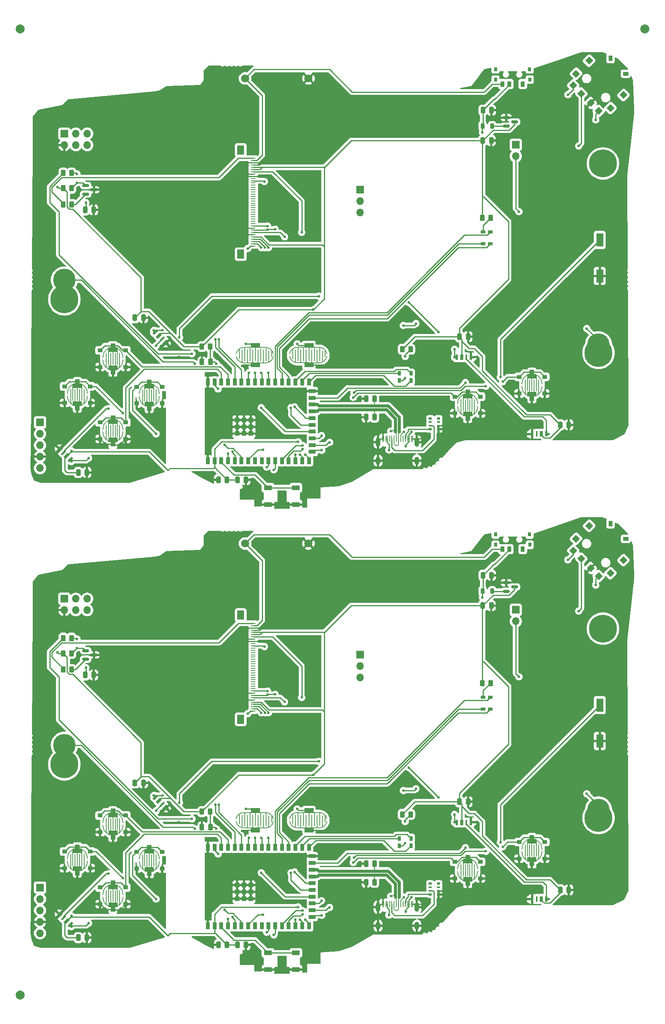
<source format=gbr>
%TF.GenerationSoftware,KiCad,Pcbnew,7.0.1*%
%TF.CreationDate,2023-05-21T16:14:24-05:00*%
%TF.ProjectId,panel,70616e65-6c2e-46b6-9963-61645f706362,rev?*%
%TF.SameCoordinates,Original*%
%TF.FileFunction,Copper,L1,Top*%
%TF.FilePolarity,Positive*%
%FSLAX46Y46*%
G04 Gerber Fmt 4.6, Leading zero omitted, Abs format (unit mm)*
G04 Created by KiCad (PCBNEW 7.0.1) date 2023-05-21 16:14:24*
%MOMM*%
%LPD*%
G01*
G04 APERTURE LIST*
G04 Aperture macros list*
%AMRoundRect*
0 Rectangle with rounded corners*
0 $1 Rounding radius*
0 $2 $3 $4 $5 $6 $7 $8 $9 X,Y pos of 4 corners*
0 Add a 4 corners polygon primitive as box body*
4,1,4,$2,$3,$4,$5,$6,$7,$8,$9,$2,$3,0*
0 Add four circle primitives for the rounded corners*
1,1,$1+$1,$2,$3*
1,1,$1+$1,$4,$5*
1,1,$1+$1,$6,$7*
1,1,$1+$1,$8,$9*
0 Add four rect primitives between the rounded corners*
20,1,$1+$1,$2,$3,$4,$5,0*
20,1,$1+$1,$4,$5,$6,$7,0*
20,1,$1+$1,$6,$7,$8,$9,0*
20,1,$1+$1,$8,$9,$2,$3,0*%
%AMRotRect*
0 Rectangle, with rotation*
0 The origin of the aperture is its center*
0 $1 length*
0 $2 width*
0 $3 Rotation angle, in degrees counterclockwise*
0 Add horizontal line*
21,1,$1,$2,0,0,$3*%
G04 Aperture macros list end*
%TA.AperFunction,EtchedComponent*%
%ADD10C,0.200000*%
%TD*%
%TA.AperFunction,ComponentPad*%
%ADD11R,1.700000X1.700000*%
%TD*%
%TA.AperFunction,ComponentPad*%
%ADD12O,1.700000X1.700000*%
%TD*%
%TA.AperFunction,SMDPad,CuDef*%
%ADD13RoundRect,0.250000X0.250000X0.475000X-0.250000X0.475000X-0.250000X-0.475000X0.250000X-0.475000X0*%
%TD*%
%TA.AperFunction,SMDPad,CuDef*%
%ADD14RoundRect,0.250000X-0.250000X-0.475000X0.250000X-0.475000X0.250000X0.475000X-0.250000X0.475000X0*%
%TD*%
%TA.AperFunction,ComponentPad*%
%ADD15C,6.200000*%
%TD*%
%TA.AperFunction,SMDPad,CuDef*%
%ADD16R,1.100000X0.700000*%
%TD*%
%TA.AperFunction,SMDPad,CuDef*%
%ADD17R,1.600000X3.000000*%
%TD*%
%TA.AperFunction,SMDPad,CuDef*%
%ADD18R,2.000000X1.000000*%
%TD*%
%TA.AperFunction,SMDPad,CuDef*%
%ADD19R,0.900000X1.250000*%
%TD*%
%TA.AperFunction,SMDPad,CuDef*%
%ADD20R,0.800000X0.900000*%
%TD*%
%TA.AperFunction,SMDPad,CuDef*%
%ADD21RoundRect,0.250000X-0.262500X-0.450000X0.262500X-0.450000X0.262500X0.450000X-0.262500X0.450000X0*%
%TD*%
%TA.AperFunction,SMDPad,CuDef*%
%ADD22R,1.100000X0.900000*%
%TD*%
%TA.AperFunction,SMDPad,CuDef*%
%ADD23R,1.000000X1.000000*%
%TD*%
%TA.AperFunction,SMDPad,CuDef*%
%ADD24R,1.800000X1.100000*%
%TD*%
%TA.AperFunction,SMDPad,CuDef*%
%ADD25R,0.800000X0.500000*%
%TD*%
%TA.AperFunction,SMDPad,CuDef*%
%ADD26R,0.800000X0.400000*%
%TD*%
%TA.AperFunction,SMDPad,CuDef*%
%ADD27R,0.250000X1.400000*%
%TD*%
%TA.AperFunction,ComponentPad*%
%ADD28O,1.000000X2.100000*%
%TD*%
%TA.AperFunction,ComponentPad*%
%ADD29O,1.000000X1.800000*%
%TD*%
%TA.AperFunction,SMDPad,CuDef*%
%ADD30C,2.000000*%
%TD*%
%TA.AperFunction,SMDPad,CuDef*%
%ADD31RoundRect,0.250000X0.262500X0.450000X-0.262500X0.450000X-0.262500X-0.450000X0.262500X-0.450000X0*%
%TD*%
%TA.AperFunction,SMDPad,CuDef*%
%ADD32RoundRect,0.218750X-0.218750X-0.381250X0.218750X-0.381250X0.218750X0.381250X-0.218750X0.381250X0*%
%TD*%
%TA.AperFunction,SMDPad,CuDef*%
%ADD33RotRect,1.200000X1.300000X315.000000*%
%TD*%
%TA.AperFunction,SMDPad,CuDef*%
%ADD34R,0.850000X1.200000*%
%TD*%
%TA.AperFunction,SMDPad,CuDef*%
%ADD35R,1.200000X0.850000*%
%TD*%
%TA.AperFunction,SMDPad,CuDef*%
%ADD36RotRect,1.300000X1.200000X315.000000*%
%TD*%
%TA.AperFunction,SMDPad,CuDef*%
%ADD37R,1.000000X0.550000*%
%TD*%
%TA.AperFunction,SMDPad,CuDef*%
%ADD38R,0.550000X1.200000*%
%TD*%
%TA.AperFunction,SMDPad,CuDef*%
%ADD39R,0.700000X1.200000*%
%TD*%
%TA.AperFunction,SMDPad,CuDef*%
%ADD40R,0.450000X1.200000*%
%TD*%
%TA.AperFunction,SMDPad,CuDef*%
%ADD41RotRect,1.000000X0.550000X315.000000*%
%TD*%
%TA.AperFunction,SMDPad,CuDef*%
%ADD42RotRect,0.550000X1.200000X315.000000*%
%TD*%
%TA.AperFunction,SMDPad,CuDef*%
%ADD43RotRect,0.700000X1.200000X315.000000*%
%TD*%
%TA.AperFunction,SMDPad,CuDef*%
%ADD44RotRect,0.450000X1.200000X315.000000*%
%TD*%
%TA.AperFunction,SMDPad,CuDef*%
%ADD45R,0.900000X1.500000*%
%TD*%
%TA.AperFunction,SMDPad,CuDef*%
%ADD46R,1.500000X0.900000*%
%TD*%
%TA.AperFunction,SMDPad,CuDef*%
%ADD47R,1.100000X1.100000*%
%TD*%
%TA.AperFunction,SMDPad,CuDef*%
%ADD48RoundRect,0.150000X-0.587500X-0.150000X0.587500X-0.150000X0.587500X0.150000X-0.587500X0.150000X0*%
%TD*%
%TA.AperFunction,SMDPad,CuDef*%
%ADD49C,5.000000*%
%TD*%
%TA.AperFunction,SMDPad,CuDef*%
%ADD50R,0.700000X1.100000*%
%TD*%
%TA.AperFunction,SMDPad,CuDef*%
%ADD51R,1.600000X2.000000*%
%TD*%
%TA.AperFunction,SMDPad,CuDef*%
%ADD52R,1.100000X0.250000*%
%TD*%
%TA.AperFunction,SMDPad,CuDef*%
%ADD53RotRect,1.000000X0.550000X135.000000*%
%TD*%
%TA.AperFunction,SMDPad,CuDef*%
%ADD54RotRect,0.550000X1.200000X135.000000*%
%TD*%
%TA.AperFunction,SMDPad,CuDef*%
%ADD55RotRect,0.700000X1.200000X135.000000*%
%TD*%
%TA.AperFunction,SMDPad,CuDef*%
%ADD56RotRect,0.450000X1.200000X135.000000*%
%TD*%
%TA.AperFunction,ComponentPad*%
%ADD57C,1.800000*%
%TD*%
%TA.AperFunction,ViaPad*%
%ADD58C,0.600000*%
%TD*%
%TA.AperFunction,Conductor*%
%ADD59C,0.250000*%
%TD*%
%TA.AperFunction,Conductor*%
%ADD60C,0.200000*%
%TD*%
%TA.AperFunction,Conductor*%
%ADD61C,0.700000*%
%TD*%
G04 APERTURE END LIST*
D10*
%TO.C,SW7*%
X127732350Y-199232200D02*
X127732350Y-197160811D01*
X128332350Y-197232200D02*
X128332350Y-200032200D01*
X128732350Y-200132200D02*
X133632350Y-200143924D01*
X128932350Y-199632200D02*
X128932350Y-196832200D01*
X129532350Y-197232200D02*
X129532350Y-200032200D01*
X130132350Y-199632200D02*
X130132350Y-196832200D01*
X130732350Y-200032200D02*
X130732350Y-197232200D01*
X131332350Y-196732200D02*
X131332350Y-199632200D01*
X131932350Y-200032200D02*
X131932350Y-197232200D01*
X132532350Y-196832200D02*
X132532350Y-199632200D01*
X133132350Y-200032200D02*
X133132350Y-197232200D01*
X133632350Y-196732200D02*
X128732350Y-196732200D01*
X133732350Y-199632200D02*
X133732350Y-196832200D01*
X134332350Y-199832200D02*
X134332350Y-197432200D01*
X134332350Y-199832200D02*
X134332350Y-199932200D01*
X134932350Y-198832200D02*
X134932350Y-197432200D01*
X139627478Y-199219421D02*
X139627478Y-197148032D01*
X140227478Y-197219421D02*
X140227478Y-200019421D01*
X140627478Y-200119421D02*
X145527478Y-200131145D01*
X140827478Y-199619421D02*
X140827478Y-196819421D01*
X141427478Y-197219421D02*
X141427478Y-200019421D01*
X142027478Y-199619421D02*
X142027478Y-196819421D01*
X142627478Y-200019421D02*
X142627478Y-197219421D01*
X143227478Y-196719421D02*
X143227478Y-199619421D01*
X143827478Y-200019421D02*
X143827478Y-197219421D01*
X144427478Y-196819421D02*
X144427478Y-199619421D01*
X145027478Y-200019421D02*
X145027478Y-197219421D01*
X145527478Y-196719421D02*
X140627478Y-196719421D01*
X145627478Y-199619421D02*
X145627478Y-196819421D01*
X146227478Y-199819421D02*
X146227478Y-197419421D01*
X146227478Y-199819421D02*
X146227478Y-199919421D01*
X146827478Y-198819421D02*
X146827478Y-197419421D01*
X128732350Y-196732200D02*
G75*
G03*
X127032351Y-198132200I-1J-1732141D01*
G01*
X127055761Y-198732200D02*
G75*
G03*
X128732350Y-200132200I1676588J303910D01*
G01*
X135320706Y-198132200D02*
G75*
G03*
X133632350Y-196732200I-1688355J-318051D01*
G01*
X133632350Y-200143924D02*
G75*
G03*
X135332349Y-198732200I1J1729431D01*
G01*
X140627478Y-196719421D02*
G75*
G03*
X138927478Y-198119421I-7J-1732134D01*
G01*
X138950889Y-198719421D02*
G75*
G03*
X140627478Y-200119421I1676581J303901D01*
G01*
X147215833Y-198119421D02*
G75*
G03*
X145527478Y-196719421I-1688353J-318049D01*
G01*
X145527478Y-200131138D02*
G75*
G03*
X147227478Y-198719421I22J1729408D01*
G01*
X127732350Y-95822600D02*
X127732350Y-93751211D01*
X128332350Y-93822600D02*
X128332350Y-96622600D01*
X128732350Y-96722600D02*
X133632350Y-96734324D01*
X128932350Y-96222600D02*
X128932350Y-93422600D01*
X129532350Y-93822600D02*
X129532350Y-96622600D01*
X130132350Y-96222600D02*
X130132350Y-93422600D01*
X130732350Y-96622600D02*
X130732350Y-93822600D01*
X131332350Y-93322600D02*
X131332350Y-96222600D01*
X131932350Y-96622600D02*
X131932350Y-93822600D01*
X132532350Y-93422600D02*
X132532350Y-96222600D01*
X133132350Y-96622600D02*
X133132350Y-93822600D01*
X133632350Y-93322600D02*
X128732350Y-93322600D01*
X133732350Y-96222600D02*
X133732350Y-93422600D01*
X134332350Y-96422600D02*
X134332350Y-94022600D01*
X134332350Y-96422600D02*
X134332350Y-96522600D01*
X134932350Y-95422600D02*
X134932350Y-94022600D01*
X139627478Y-95809821D02*
X139627478Y-93738432D01*
X140227478Y-93809821D02*
X140227478Y-96609821D01*
X140627478Y-96709821D02*
X145527478Y-96721545D01*
X140827478Y-96209821D02*
X140827478Y-93409821D01*
X141427478Y-93809821D02*
X141427478Y-96609821D01*
X142027478Y-96209821D02*
X142027478Y-93409821D01*
X142627478Y-96609821D02*
X142627478Y-93809821D01*
X143227478Y-93309821D02*
X143227478Y-96209821D01*
X143827478Y-96609821D02*
X143827478Y-93809821D01*
X144427478Y-93409821D02*
X144427478Y-96209821D01*
X145027478Y-96609821D02*
X145027478Y-93809821D01*
X145527478Y-93309821D02*
X140627478Y-93309821D01*
X145627478Y-96209821D02*
X145627478Y-93409821D01*
X146227478Y-96409821D02*
X146227478Y-94009821D01*
X146227478Y-96409821D02*
X146227478Y-96509821D01*
X146827478Y-95409821D02*
X146827478Y-94009821D01*
X128732350Y-93322600D02*
G75*
G03*
X127032351Y-94722600I-1J-1732141D01*
G01*
X127055761Y-95322600D02*
G75*
G03*
X128732350Y-96722600I1676588J303910D01*
G01*
X135320706Y-94722600D02*
G75*
G03*
X133632350Y-93322600I-1688355J-318051D01*
G01*
X133632350Y-96734324D02*
G75*
G03*
X135332349Y-95322600I1J1729431D01*
G01*
X140627478Y-93309821D02*
G75*
G03*
X138927478Y-94709821I-7J-1732134D01*
G01*
X138950889Y-95309821D02*
G75*
G03*
X140627478Y-96709821I1676581J303901D01*
G01*
X147215833Y-94709821D02*
G75*
G03*
X145527478Y-93309821I-1688353J-318049D01*
G01*
X145527478Y-96721538D02*
G75*
G03*
X147227478Y-95309821I22J1729408D01*
G01*
%TO.C,SW5*%
X106232350Y-105672600D02*
X106232350Y-102672600D01*
X106232350Y-105672600D02*
X106332350Y-105922600D01*
X106732350Y-101922600D02*
X106732350Y-101722600D01*
X106732350Y-101922600D02*
X106732350Y-105172600D01*
X107232350Y-105422600D02*
X107232350Y-102672600D01*
X107732350Y-102422600D02*
X107732350Y-105172600D01*
X108232350Y-105422600D02*
X108232350Y-102672600D01*
X108732350Y-101922600D02*
X108732350Y-101722600D01*
X108732350Y-101922600D02*
X108732350Y-105172600D01*
X109232350Y-105672600D02*
X109132350Y-105922600D01*
X109232350Y-105672600D02*
X109232350Y-102672600D01*
X109982350Y-103672600D02*
G75*
G03*
X105482350Y-103672600I-2250000J0D01*
G01*
X105482350Y-104172600D02*
G75*
G03*
X109982350Y-104172600I2250000J0D01*
G01*
X106232350Y-209082200D02*
X106232350Y-206082200D01*
X106232350Y-209082200D02*
X106332350Y-209332200D01*
X106732350Y-205332200D02*
X106732350Y-205132200D01*
X106732350Y-205332200D02*
X106732350Y-208582200D01*
X107232350Y-208832200D02*
X107232350Y-206082200D01*
X107732350Y-205832200D02*
X107732350Y-208582200D01*
X108232350Y-208832200D02*
X108232350Y-206082200D01*
X108732350Y-205332200D02*
X108732350Y-205132200D01*
X108732350Y-205332200D02*
X108732350Y-208582200D01*
X109232350Y-209082200D02*
X109132350Y-209332200D01*
X109232350Y-209082200D02*
X109232350Y-206082200D01*
X109982350Y-207082200D02*
G75*
G03*
X105482350Y-207082200I-2250000J0D01*
G01*
X105482350Y-207582200D02*
G75*
G03*
X109982350Y-207582200I2250000J0D01*
G01*
%TO.C,SW6*%
X191332350Y-103472600D02*
X191332350Y-100472600D01*
X191332350Y-103472600D02*
X191432350Y-103722600D01*
X191832350Y-99722600D02*
X191832350Y-99522600D01*
X191832350Y-99722600D02*
X191832350Y-102972600D01*
X192332350Y-103222600D02*
X192332350Y-100472600D01*
X192832350Y-100222600D02*
X192832350Y-102972600D01*
X193332350Y-103222600D02*
X193332350Y-100472600D01*
X193832350Y-99722600D02*
X193832350Y-99522600D01*
X193832350Y-99722600D02*
X193832350Y-102972600D01*
X194332350Y-103472600D02*
X194232350Y-103722600D01*
X194332350Y-103472600D02*
X194332350Y-100472600D01*
X195082350Y-101472600D02*
G75*
G03*
X190582350Y-101472600I-2250000J0D01*
G01*
X190582350Y-101972600D02*
G75*
G03*
X195082350Y-101972600I2250000J0D01*
G01*
X191332350Y-206882200D02*
X191332350Y-203882200D01*
X191332350Y-206882200D02*
X191432350Y-207132200D01*
X191832350Y-203132200D02*
X191832350Y-202932200D01*
X191832350Y-203132200D02*
X191832350Y-206382200D01*
X192332350Y-206632200D02*
X192332350Y-203882200D01*
X192832350Y-203632200D02*
X192832350Y-206382200D01*
X193332350Y-206632200D02*
X193332350Y-203882200D01*
X193832350Y-203132200D02*
X193832350Y-202932200D01*
X193832350Y-203132200D02*
X193832350Y-206382200D01*
X194332350Y-206882200D02*
X194232350Y-207132200D01*
X194332350Y-206882200D02*
X194332350Y-203882200D01*
X195082350Y-204882200D02*
G75*
G03*
X190582350Y-204882200I-2250000J0D01*
G01*
X190582350Y-205382200D02*
G75*
G03*
X195082350Y-205382200I2250000J0D01*
G01*
%TO.C,SW4*%
X177032350Y-107872600D02*
X177032350Y-104872600D01*
X177032350Y-107872600D02*
X177132350Y-108122600D01*
X177532350Y-104122600D02*
X177532350Y-103922600D01*
X177532350Y-104122600D02*
X177532350Y-107372600D01*
X178032350Y-107622600D02*
X178032350Y-104872600D01*
X178532350Y-104622600D02*
X178532350Y-107372600D01*
X179032350Y-107622600D02*
X179032350Y-104872600D01*
X179532350Y-104122600D02*
X179532350Y-103922600D01*
X179532350Y-104122600D02*
X179532350Y-107372600D01*
X180032350Y-107872600D02*
X179932350Y-108122600D01*
X180032350Y-107872600D02*
X180032350Y-104872600D01*
X180782350Y-105872600D02*
G75*
G03*
X176282350Y-105872600I-2250000J0D01*
G01*
X176282350Y-106372600D02*
G75*
G03*
X180782350Y-106372600I2250000J0D01*
G01*
X177032350Y-211282200D02*
X177032350Y-208282200D01*
X177032350Y-211282200D02*
X177132350Y-211532200D01*
X177532350Y-207532200D02*
X177532350Y-207332200D01*
X177532350Y-207532200D02*
X177532350Y-210782200D01*
X178032350Y-211032200D02*
X178032350Y-208282200D01*
X178532350Y-208032200D02*
X178532350Y-210782200D01*
X179032350Y-211032200D02*
X179032350Y-208282200D01*
X179532350Y-207532200D02*
X179532350Y-207332200D01*
X179532350Y-207532200D02*
X179532350Y-210782200D01*
X180032350Y-211282200D02*
X179932350Y-211532200D01*
X180032350Y-211282200D02*
X180032350Y-208282200D01*
X180782350Y-209282200D02*
G75*
G03*
X176282350Y-209282200I-2250000J0D01*
G01*
X176282350Y-209782200D02*
G75*
G03*
X180782350Y-209782200I2250000J0D01*
G01*
%TO.C,SW3*%
X90232350Y-105572600D02*
X90232350Y-102572600D01*
X90232350Y-105572600D02*
X90332350Y-105822600D01*
X90732350Y-101822600D02*
X90732350Y-101622600D01*
X90732350Y-101822600D02*
X90732350Y-105072600D01*
X91232350Y-105322600D02*
X91232350Y-102572600D01*
X91732350Y-102322600D02*
X91732350Y-105072600D01*
X92232350Y-105322600D02*
X92232350Y-102572600D01*
X92732350Y-101822600D02*
X92732350Y-101622600D01*
X92732350Y-101822600D02*
X92732350Y-105072600D01*
X93232350Y-105572600D02*
X93132350Y-105822600D01*
X93232350Y-105572600D02*
X93232350Y-102572600D01*
X93982350Y-103572600D02*
G75*
G03*
X89482350Y-103572600I-2250000J0D01*
G01*
X89482350Y-104072600D02*
G75*
G03*
X93982350Y-104072600I2250000J0D01*
G01*
X90232350Y-208982200D02*
X90232350Y-205982200D01*
X90232350Y-208982200D02*
X90332350Y-209232200D01*
X90732350Y-205232200D02*
X90732350Y-205032200D01*
X90732350Y-205232200D02*
X90732350Y-208482200D01*
X91232350Y-208732200D02*
X91232350Y-205982200D01*
X91732350Y-205732200D02*
X91732350Y-208482200D01*
X92232350Y-208732200D02*
X92232350Y-205982200D01*
X92732350Y-205232200D02*
X92732350Y-205032200D01*
X92732350Y-205232200D02*
X92732350Y-208482200D01*
X93232350Y-208982200D02*
X93132350Y-209232200D01*
X93232350Y-208982200D02*
X93232350Y-205982200D01*
X93982350Y-206982200D02*
G75*
G03*
X89482350Y-206982200I-2250000J0D01*
G01*
X89482350Y-207482200D02*
G75*
G03*
X93982350Y-207482200I2250000J0D01*
G01*
%TO.C,SW1*%
X98132350Y-97572600D02*
X98132350Y-94572600D01*
X98132350Y-97572600D02*
X98232350Y-97822600D01*
X98632350Y-93822600D02*
X98632350Y-93622600D01*
X98632350Y-93822600D02*
X98632350Y-97072600D01*
X99132350Y-97322600D02*
X99132350Y-94572600D01*
X99632350Y-94322600D02*
X99632350Y-97072600D01*
X100132350Y-97322600D02*
X100132350Y-94572600D01*
X100632350Y-93822600D02*
X100632350Y-93622600D01*
X100632350Y-93822600D02*
X100632350Y-97072600D01*
X101132350Y-97572600D02*
X101032350Y-97822600D01*
X101132350Y-97572600D02*
X101132350Y-94572600D01*
X101882350Y-95572600D02*
G75*
G03*
X97382350Y-95572600I-2250000J0D01*
G01*
X97382350Y-96072600D02*
G75*
G03*
X101882350Y-96072600I2250000J0D01*
G01*
X98132350Y-200982200D02*
X98132350Y-197982200D01*
X98132350Y-200982200D02*
X98232350Y-201232200D01*
X98632350Y-197232200D02*
X98632350Y-197032200D01*
X98632350Y-197232200D02*
X98632350Y-200482200D01*
X99132350Y-200732200D02*
X99132350Y-197982200D01*
X99632350Y-197732200D02*
X99632350Y-200482200D01*
X100132350Y-200732200D02*
X100132350Y-197982200D01*
X100632350Y-197232200D02*
X100632350Y-197032200D01*
X100632350Y-197232200D02*
X100632350Y-200482200D01*
X101132350Y-200982200D02*
X101032350Y-201232200D01*
X101132350Y-200982200D02*
X101132350Y-197982200D01*
X101882350Y-198982200D02*
G75*
G03*
X97382350Y-198982200I-2250000J0D01*
G01*
X97382350Y-199482200D02*
G75*
G03*
X101882350Y-199482200I2250000J0D01*
G01*
%TO.C,SW2*%
X98132350Y-113572600D02*
X98132350Y-110572600D01*
X98132350Y-113572600D02*
X98232350Y-113822600D01*
X98632350Y-109822600D02*
X98632350Y-109622600D01*
X98632350Y-109822600D02*
X98632350Y-113072600D01*
X99132350Y-113322600D02*
X99132350Y-110572600D01*
X99632350Y-110322600D02*
X99632350Y-113072600D01*
X100132350Y-113322600D02*
X100132350Y-110572600D01*
X100632350Y-109822600D02*
X100632350Y-109622600D01*
X100632350Y-109822600D02*
X100632350Y-113072600D01*
X101132350Y-113572600D02*
X101032350Y-113822600D01*
X101132350Y-113572600D02*
X101132350Y-110572600D01*
X101882350Y-111572600D02*
G75*
G03*
X97382350Y-111572600I-2250000J0D01*
G01*
X97382350Y-112072600D02*
G75*
G03*
X101882350Y-112072600I2250000J0D01*
G01*
X98132350Y-216982200D02*
X98132350Y-213982200D01*
X98132350Y-216982200D02*
X98232350Y-217232200D01*
X98632350Y-213232200D02*
X98632350Y-213032200D01*
X98632350Y-213232200D02*
X98632350Y-216482200D01*
X99132350Y-216732200D02*
X99132350Y-213982200D01*
X99632350Y-213732200D02*
X99632350Y-216482200D01*
X100132350Y-216732200D02*
X100132350Y-213982200D01*
X100632350Y-213232200D02*
X100632350Y-213032200D01*
X100632350Y-213232200D02*
X100632350Y-216482200D01*
X101132350Y-216982200D02*
X101032350Y-217232200D01*
X101132350Y-216982200D02*
X101132350Y-213982200D01*
X101882350Y-214982200D02*
G75*
G03*
X97382350Y-214982200I-2250000J0D01*
G01*
X97382350Y-215482200D02*
G75*
G03*
X101882350Y-215482200I2250000J0D01*
G01*
%TD*%
D11*
%TO.P,J3,1,Pin_1*%
%TO.N,Board_0-DE*%
X154632350Y-58197600D03*
D12*
%TO.P,J3,2,Pin_2*%
%TO.N,Board_0-WR*%
X154632350Y-60737600D03*
%TO.P,J3,3,Pin_3*%
%TO.N,Board_0-RS*%
X154632350Y-63277600D03*
%TD*%
D11*
%TO.P,J3,1,Pin_1*%
%TO.N,Board_1-DE*%
X154632350Y-161607200D03*
D12*
%TO.P,J3,2,Pin_2*%
%TO.N,Board_1-WR*%
X154632350Y-164147200D03*
%TO.P,J3,3,Pin_3*%
%TO.N,Board_1-RS*%
X154632350Y-166687200D03*
%TD*%
D13*
%TO.P,C9,1*%
%TO.N,Board_0-Reset*%
X121332350Y-96522600D03*
%TO.P,C9,2*%
%TO.N,Board_0-VSS*%
X119432350Y-96522600D03*
%TD*%
%TO.P,C9,1*%
%TO.N,Board_1-Reset*%
X121332350Y-199932200D03*
%TO.P,C9,2*%
%TO.N,Board_1-VSS*%
X119432350Y-199932200D03*
%TD*%
D14*
%TO.P,C2,1*%
%TO.N,Board_0-PwrTest*%
X181932350Y-40572600D03*
%TO.P,C2,2*%
%TO.N,Board_0-VSS*%
X183832350Y-40572600D03*
%TD*%
%TO.P,C2,1*%
%TO.N,Board_1-PwrTest*%
X181932350Y-143982200D03*
%TO.P,C2,2*%
%TO.N,Board_1-VSS*%
X183832350Y-143982200D03*
%TD*%
D15*
%TO.P,J11,1,Pin_1*%
%TO.N,Board_0-unconnected-(J11-Pin_1-Pad1)*%
X88832351Y-82622600D03*
%TD*%
%TO.P,J11,1,Pin_1*%
%TO.N,Board_1-unconnected-(J11-Pin_1-Pad1)*%
X88832351Y-186032200D03*
%TD*%
D14*
%TO.P,C12,1*%
%TO.N,Board_0-VCC*%
X199132350Y-110522600D03*
%TO.P,C12,2*%
%TO.N,Board_0-VSS*%
X201032350Y-110522600D03*
%TD*%
%TO.P,C12,1*%
%TO.N,Board_1-VCC*%
X199132350Y-213932200D03*
%TO.P,C12,2*%
%TO.N,Board_1-VSS*%
X201032350Y-213932200D03*
%TD*%
D16*
%TO.P,D1,1,RK*%
%TO.N,Board_0-R2*%
X183582350Y-67672600D03*
%TO.P,D1,2,GK*%
%TO.N,Board_0-G2*%
X183582350Y-70272600D03*
%TO.P,D1,3,A*%
%TO.N,Board_0-Net-(D1-A)*%
X181982350Y-67672600D03*
%TO.P,D1,4,BK*%
%TO.N,Board_0-B2*%
X181982350Y-70272600D03*
%TD*%
%TO.P,D1,1,RK*%
%TO.N,Board_1-R2*%
X183582350Y-171082200D03*
%TO.P,D1,2,GK*%
%TO.N,Board_1-G2*%
X183582350Y-173682200D03*
%TO.P,D1,3,A*%
%TO.N,Board_1-Net-(D1-A)*%
X181982350Y-171082200D03*
%TO.P,D1,4,BK*%
%TO.N,Board_1-B2*%
X181982350Y-173682200D03*
%TD*%
D14*
%TO.P,C10,1*%
%TO.N,Board_0-VCC*%
X91932350Y-121122600D03*
%TO.P,C10,2*%
%TO.N,Board_0-VSS*%
X93832350Y-121122600D03*
%TD*%
%TO.P,C10,1*%
%TO.N,Board_1-VCC*%
X91932350Y-224532200D03*
%TO.P,C10,2*%
%TO.N,Board_1-VSS*%
X93832350Y-224532200D03*
%TD*%
D17*
%TO.P,BZ1,1,-*%
%TO.N,Board_0-Buzzer*%
X207932350Y-69422600D03*
%TO.P,BZ1,2,+*%
%TO.N,Board_0-VSS*%
X207932350Y-77422600D03*
%TD*%
%TO.P,BZ1,1,-*%
%TO.N,Board_1-Buzzer*%
X207932350Y-172832200D03*
%TO.P,BZ1,2,+*%
%TO.N,Board_1-VSS*%
X207932350Y-180832200D03*
%TD*%
D18*
%TO.P,SW7,1,1*%
%TO.N,Board_1-Start*%
X131332350Y-196232200D03*
%TO.P,SW7,2,2*%
%TO.N,Board_1-VSS*%
X131332350Y-200632200D03*
X143232350Y-200632200D03*
%TO.P,SW7,3,3*%
%TO.N,Board_1-Select*%
X143232350Y-196232200D03*
%TD*%
%TO.P,SW7,1,1*%
%TO.N,Board_0-Start*%
X131332350Y-92822600D03*
%TO.P,SW7,2,2*%
%TO.N,Board_0-VSS*%
X131332350Y-97222600D03*
X143232350Y-97222600D03*
%TO.P,SW7,3,3*%
%TO.N,Board_0-Select*%
X143232350Y-92822600D03*
%TD*%
D19*
%TO.P,SW11,1,A*%
%TO.N,Board_0-A*%
X186282350Y-34747600D03*
%TO.P,SW11,2,B*%
%TO.N,Board_0-PwrTest*%
X187782350Y-34747600D03*
%TO.P,SW11,3,C*%
%TO.N,Board_0-unconnected-(SW11-C-Pad3)*%
X190782350Y-34747600D03*
D20*
%TO.P,SW11,4*%
%TO.N,N/C*%
X184732350Y-31472600D03*
X184732350Y-33772600D03*
X192332350Y-31472600D03*
X192342350Y-33772600D03*
%TD*%
D19*
%TO.P,SW11,1,A*%
%TO.N,Board_1-A*%
X186282350Y-138157200D03*
%TO.P,SW11,2,B*%
%TO.N,Board_1-PwrTest*%
X187782350Y-138157200D03*
%TO.P,SW11,3,C*%
%TO.N,Board_1-unconnected-(SW11-C-Pad3)*%
X190782350Y-138157200D03*
D20*
%TO.P,SW11,4*%
%TO.N,N/C*%
X184732350Y-134882200D03*
X184732350Y-137182200D03*
X192332350Y-134882200D03*
X192342350Y-137182200D03*
%TD*%
D21*
%TO.P,R11,1*%
%TO.N,Board_0-VCC*%
X164007350Y-93722600D03*
%TO.P,R11,2*%
%TO.N,Board_0-Net-(D2-A)*%
X165832350Y-93722600D03*
%TD*%
%TO.P,R11,1*%
%TO.N,Board_1-VCC*%
X164007350Y-197132200D03*
%TO.P,R11,2*%
%TO.N,Board_1-Net-(D2-A)*%
X165832350Y-197132200D03*
%TD*%
D18*
%TO.P,SW5,*%
%TO.N,*%
X107732350Y-101922600D03*
X107732350Y-105922600D03*
D22*
%TO.P,SW5,1,1*%
%TO.N,Board_0-Right*%
X104882350Y-102072600D03*
D23*
X107732350Y-101022600D03*
D22*
X110582350Y-102072600D03*
%TO.P,SW5,2,2*%
%TO.N,Board_0-VSS*%
X104882350Y-105772600D03*
D23*
X107732350Y-106922600D03*
D22*
X110582350Y-105772600D03*
%TD*%
D18*
%TO.P,SW5,*%
%TO.N,*%
X107732350Y-205332200D03*
X107732350Y-209332200D03*
D22*
%TO.P,SW5,1,1*%
%TO.N,Board_1-Right*%
X104882350Y-205482200D03*
D23*
X107732350Y-204432200D03*
D22*
X110582350Y-205482200D03*
%TO.P,SW5,2,2*%
%TO.N,Board_1-VSS*%
X104882350Y-209182200D03*
D23*
X107732350Y-210332200D03*
D22*
X110582350Y-209182200D03*
%TD*%
D11*
%TO.P,J13,1,Pin_1*%
%TO.N,Board_0-VCC*%
X88832350Y-45782600D03*
D12*
%TO.P,J13,2,Pin_2*%
%TO.N,Board_0-VSS*%
X88832350Y-48322600D03*
%TO.P,J13,3,Pin_3*%
%TO.N,Board_0-unconnected-(J13-Pin_3-Pad3)*%
X91372350Y-45782600D03*
%TO.P,J13,4,Pin_4*%
%TO.N,Board_0-unconnected-(J13-Pin_4-Pad4)*%
X91372350Y-48322600D03*
%TO.P,J13,5,Pin_5*%
%TO.N,Board_0-unconnected-(J13-Pin_5-Pad5)*%
X93912350Y-45782600D03*
%TO.P,J13,6,Pin_6*%
%TO.N,Board_0-unconnected-(J13-Pin_6-Pad6)*%
X93912350Y-48322600D03*
%TD*%
D11*
%TO.P,J13,1,Pin_1*%
%TO.N,Board_1-VCC*%
X88832350Y-149192200D03*
D12*
%TO.P,J13,2,Pin_2*%
%TO.N,Board_1-VSS*%
X88832350Y-151732200D03*
%TO.P,J13,3,Pin_3*%
%TO.N,Board_1-unconnected-(J13-Pin_3-Pad3)*%
X91372350Y-149192200D03*
%TO.P,J13,4,Pin_4*%
%TO.N,Board_1-unconnected-(J13-Pin_4-Pad4)*%
X91372350Y-151732200D03*
%TO.P,J13,5,Pin_5*%
%TO.N,Board_1-unconnected-(J13-Pin_5-Pad5)*%
X93912350Y-149192200D03*
%TO.P,J13,6,Pin_6*%
%TO.N,Board_1-unconnected-(J13-Pin_6-Pad6)*%
X93912350Y-151732200D03*
%TD*%
D11*
%TO.P,J7,1,Pin_1*%
%TO.N,Board_0-PwrTest*%
X189232350Y-48247600D03*
D12*
%TO.P,J7,2,Pin_2*%
%TO.N,Board_0-+5V*%
X189232350Y-50787600D03*
%TD*%
D11*
%TO.P,J7,1,Pin_1*%
%TO.N,Board_1-PwrTest*%
X189232350Y-151657200D03*
D12*
%TO.P,J7,2,Pin_2*%
%TO.N,Board_1-+5V*%
X189232350Y-154197200D03*
%TD*%
D24*
%TO.P,SW10,1,1*%
%TO.N,Board_0-Boot*%
X134132350Y-124522600D03*
X140332350Y-124522600D03*
%TO.P,SW10,2,2*%
%TO.N,Board_0-VSS*%
X134132350Y-128222600D03*
X140332350Y-128222600D03*
%TD*%
%TO.P,SW10,1,1*%
%TO.N,Board_1-Boot*%
X134132350Y-227932200D03*
X140332350Y-227932200D03*
%TO.P,SW10,2,2*%
%TO.N,Board_1-VSS*%
X134132350Y-231632200D03*
X140332350Y-231632200D03*
%TD*%
D25*
%TO.P,RN1,1,R1.1*%
%TO.N,Board_0-VSS*%
X172032350Y-111522600D03*
D26*
%TO.P,RN1,2,R2.1*%
X172032350Y-110722600D03*
%TO.P,RN1,3,R3.1*%
%TO.N,Board_0-unconnected-(RN1-R3.1-Pad3)*%
X172032350Y-109922600D03*
D25*
%TO.P,RN1,4,R4.1*%
%TO.N,Board_0-unconnected-(RN1-R4.1-Pad4)*%
X172032350Y-109122600D03*
%TO.P,RN1,5,R4.2*%
%TO.N,Board_0-unconnected-(RN1-R4.2-Pad5)*%
X170232350Y-109122600D03*
D26*
%TO.P,RN1,6,R3.2*%
%TO.N,Board_0-unconnected-(RN1-R3.2-Pad6)*%
X170232350Y-109922600D03*
%TO.P,RN1,7,R2.2*%
%TO.N,Board_0-Net-(J2-CC1)*%
X170232350Y-110722600D03*
D25*
%TO.P,RN1,8,R1.2*%
%TO.N,Board_0-Net-(J2-CC2)*%
X170232350Y-111522600D03*
%TD*%
%TO.P,RN1,1,R1.1*%
%TO.N,Board_1-VSS*%
X172032350Y-214932200D03*
D26*
%TO.P,RN1,2,R2.1*%
X172032350Y-214132200D03*
%TO.P,RN1,3,R3.1*%
%TO.N,Board_1-unconnected-(RN1-R3.1-Pad3)*%
X172032350Y-213332200D03*
D25*
%TO.P,RN1,4,R4.1*%
%TO.N,Board_1-unconnected-(RN1-R4.1-Pad4)*%
X172032350Y-212532200D03*
%TO.P,RN1,5,R4.2*%
%TO.N,Board_1-unconnected-(RN1-R4.2-Pad5)*%
X170232350Y-212532200D03*
D26*
%TO.P,RN1,6,R3.2*%
%TO.N,Board_1-unconnected-(RN1-R3.2-Pad6)*%
X170232350Y-213332200D03*
%TO.P,RN1,7,R2.2*%
%TO.N,Board_1-Net-(J2-CC1)*%
X170232350Y-214132200D03*
D25*
%TO.P,RN1,8,R1.2*%
%TO.N,Board_1-Net-(J2-CC2)*%
X170232350Y-214932200D03*
%TD*%
D13*
%TO.P,C5,1*%
%TO.N,Board_0-/D-*%
X157832350Y-104722600D03*
%TO.P,C5,2*%
%TO.N,Board_0-VSS*%
X155932350Y-104722600D03*
%TD*%
%TO.P,C5,1*%
%TO.N,Board_1-/D-*%
X157832350Y-208132200D03*
%TO.P,C5,2*%
%TO.N,Board_1-VSS*%
X155932350Y-208132200D03*
%TD*%
%TO.P,C7,1*%
%TO.N,Board_0-VCC*%
X124982350Y-122722600D03*
%TO.P,C7,2*%
%TO.N,Board_0-VSS*%
X123082350Y-122722600D03*
%TD*%
%TO.P,C7,1*%
%TO.N,Board_1-VCC*%
X124982350Y-226132200D03*
%TO.P,C7,2*%
%TO.N,Board_1-VSS*%
X123082350Y-226132200D03*
%TD*%
D18*
%TO.P,SW6,*%
%TO.N,*%
X192832350Y-99722600D03*
X192832350Y-103722600D03*
D22*
%TO.P,SW6,1,1*%
%TO.N,Board_0-B*%
X189982350Y-99872600D03*
D23*
X192832350Y-98822600D03*
D22*
X195682350Y-99872600D03*
%TO.P,SW6,2,2*%
%TO.N,Board_0-VSS*%
X189982350Y-103572600D03*
D23*
X192832350Y-104722600D03*
D22*
X195682350Y-103572600D03*
%TD*%
D18*
%TO.P,SW6,*%
%TO.N,*%
X192832350Y-203132200D03*
X192832350Y-207132200D03*
D22*
%TO.P,SW6,1,1*%
%TO.N,Board_1-B*%
X189982350Y-203282200D03*
D23*
X192832350Y-202232200D03*
D22*
X195682350Y-203282200D03*
%TO.P,SW6,2,2*%
%TO.N,Board_1-VSS*%
X189982350Y-206982200D03*
D23*
X192832350Y-208132200D03*
D22*
X195682350Y-206982200D03*
%TD*%
D27*
%TO.P,J2,A1,GND*%
%TO.N,Board_0-VSS*%
X159607350Y-113635100D03*
%TO.P,J2,A4,VBUS*%
%TO.N,Board_0-+5V*%
X160407350Y-113635100D03*
%TO.P,J2,A5,CC1*%
%TO.N,Board_0-Net-(J2-CC1)*%
X161682350Y-113635100D03*
%TO.P,J2,A6,D+*%
%TO.N,Board_0-/D+*%
X162682350Y-113635100D03*
%TO.P,J2,A7,D-*%
%TO.N,Board_0-/D-*%
X163182350Y-113635100D03*
%TO.P,J2,A8,SBU1*%
%TO.N,Board_0-unconnected-(J2-SBU1-PadA8)*%
X161182350Y-113635100D03*
%TO.P,J2,A9,VBUS*%
%TO.N,Board_0-+5V*%
X165457350Y-113635100D03*
%TO.P,J2,A12,GND*%
%TO.N,Board_0-VSS*%
X166257350Y-113635100D03*
%TO.P,J2,B1,GND*%
X166007350Y-113635100D03*
%TO.P,J2,B4,VBUS*%
%TO.N,Board_0-+5V*%
X165207350Y-113635100D03*
%TO.P,J2,B5,CC2*%
%TO.N,Board_0-Net-(J2-CC2)*%
X164682350Y-113635100D03*
%TO.P,J2,B6,D+*%
%TO.N,Board_0-/D+*%
X163682350Y-113635100D03*
%TO.P,J2,B7,D-*%
%TO.N,Board_0-/D-*%
X162182350Y-113635100D03*
%TO.P,J2,B8,SBU2*%
%TO.N,Board_0-unconnected-(J2-SBU2-PadB8)*%
X164182350Y-113635100D03*
%TO.P,J2,B9,VBUS*%
%TO.N,Board_0-+5V*%
X160657350Y-113635100D03*
%TO.P,J2,B12,GND*%
%TO.N,Board_0-VSS*%
X159857350Y-113635100D03*
D28*
%TO.P,J2,S1,SHIELD*%
X158612350Y-114335100D03*
D29*
X158612350Y-118485100D03*
D28*
X167252350Y-114335100D03*
D29*
X167252350Y-118485100D03*
%TD*%
D27*
%TO.P,J2,A1,GND*%
%TO.N,Board_1-VSS*%
X159607350Y-217044700D03*
%TO.P,J2,A4,VBUS*%
%TO.N,Board_1-+5V*%
X160407350Y-217044700D03*
%TO.P,J2,A5,CC1*%
%TO.N,Board_1-Net-(J2-CC1)*%
X161682350Y-217044700D03*
%TO.P,J2,A6,D+*%
%TO.N,Board_1-/D+*%
X162682350Y-217044700D03*
%TO.P,J2,A7,D-*%
%TO.N,Board_1-/D-*%
X163182350Y-217044700D03*
%TO.P,J2,A8,SBU1*%
%TO.N,Board_1-unconnected-(J2-SBU1-PadA8)*%
X161182350Y-217044700D03*
%TO.P,J2,A9,VBUS*%
%TO.N,Board_1-+5V*%
X165457350Y-217044700D03*
%TO.P,J2,A12,GND*%
%TO.N,Board_1-VSS*%
X166257350Y-217044700D03*
%TO.P,J2,B1,GND*%
X166007350Y-217044700D03*
%TO.P,J2,B4,VBUS*%
%TO.N,Board_1-+5V*%
X165207350Y-217044700D03*
%TO.P,J2,B5,CC2*%
%TO.N,Board_1-Net-(J2-CC2)*%
X164682350Y-217044700D03*
%TO.P,J2,B6,D+*%
%TO.N,Board_1-/D+*%
X163682350Y-217044700D03*
%TO.P,J2,B7,D-*%
%TO.N,Board_1-/D-*%
X162182350Y-217044700D03*
%TO.P,J2,B8,SBU2*%
%TO.N,Board_1-unconnected-(J2-SBU2-PadB8)*%
X164182350Y-217044700D03*
%TO.P,J2,B9,VBUS*%
%TO.N,Board_1-+5V*%
X160657350Y-217044700D03*
%TO.P,J2,B12,GND*%
%TO.N,Board_1-VSS*%
X159857350Y-217044700D03*
D28*
%TO.P,J2,S1,SHIELD*%
X158612350Y-217744700D03*
D29*
X158612350Y-221894700D03*
D28*
X167252350Y-217744700D03*
D29*
X167252350Y-221894700D03*
%TD*%
D18*
%TO.P,SW4,*%
%TO.N,*%
X178532350Y-104122600D03*
X178532350Y-108122600D03*
D22*
%TO.P,SW4,1,1*%
%TO.N,Board_0-A_Btn*%
X175682350Y-104272600D03*
D23*
X178532350Y-103222600D03*
D22*
X181382350Y-104272600D03*
%TO.P,SW4,2,2*%
%TO.N,Board_0-VSS*%
X175682350Y-107972600D03*
D23*
X178532350Y-109122600D03*
D22*
X181382350Y-107972600D03*
%TD*%
D18*
%TO.P,SW4,*%
%TO.N,*%
X178532350Y-207532200D03*
X178532350Y-211532200D03*
D22*
%TO.P,SW4,1,1*%
%TO.N,Board_1-A_Btn*%
X175682350Y-207682200D03*
D23*
X178532350Y-206632200D03*
D22*
X181382350Y-207682200D03*
%TO.P,SW4,2,2*%
%TO.N,Board_1-VSS*%
X175682350Y-211382200D03*
D23*
X178532350Y-212532200D03*
D22*
X181382350Y-211382200D03*
%TD*%
D30*
%TO.P,REF\u002A\u002A,*%
%TO.N,*%
X79042650Y-22500000D03*
%TD*%
D18*
%TO.P,SW3,*%
%TO.N,*%
X91732350Y-101822600D03*
X91732350Y-105822600D03*
D22*
%TO.P,SW3,1,1*%
%TO.N,Board_0-Left*%
X88882350Y-101972600D03*
D23*
X91732350Y-100922600D03*
D22*
X94582350Y-101972600D03*
%TO.P,SW3,2,2*%
%TO.N,Board_0-VSS*%
X88882350Y-105672600D03*
D23*
X91732350Y-106822600D03*
D22*
X94582350Y-105672600D03*
%TD*%
D18*
%TO.P,SW3,*%
%TO.N,*%
X91732350Y-205232200D03*
X91732350Y-209232200D03*
D22*
%TO.P,SW3,1,1*%
%TO.N,Board_1-Left*%
X88882350Y-205382200D03*
D23*
X91732350Y-204332200D03*
D22*
X94582350Y-205382200D03*
%TO.P,SW3,2,2*%
%TO.N,Board_1-VSS*%
X88882350Y-209082200D03*
D23*
X91732350Y-210232200D03*
D22*
X94582350Y-209082200D03*
%TD*%
D31*
%TO.P,R10,1*%
%TO.N,Board_0-Reset*%
X121257350Y-93122600D03*
%TO.P,R10,2*%
%TO.N,Board_0-VCC*%
X119432350Y-93122600D03*
%TD*%
%TO.P,R10,1*%
%TO.N,Board_1-Reset*%
X121257350Y-196532200D03*
%TO.P,R10,2*%
%TO.N,Board_1-VCC*%
X119432350Y-196532200D03*
%TD*%
D18*
%TO.P,SW1,*%
%TO.N,*%
X99632350Y-93822600D03*
X99632350Y-97822600D03*
D22*
%TO.P,SW1,1,1*%
%TO.N,Board_0-Up*%
X96782350Y-93972600D03*
D23*
X99632350Y-92922600D03*
D22*
X102482350Y-93972600D03*
%TO.P,SW1,2,2*%
%TO.N,Board_0-VSS*%
X96782350Y-97672600D03*
D23*
X99632350Y-98822600D03*
D22*
X102482350Y-97672600D03*
%TD*%
D18*
%TO.P,SW1,*%
%TO.N,*%
X99632350Y-197232200D03*
X99632350Y-201232200D03*
D22*
%TO.P,SW1,1,1*%
%TO.N,Board_1-Up*%
X96782350Y-197382200D03*
D23*
X99632350Y-196332200D03*
D22*
X102482350Y-197382200D03*
%TO.P,SW1,2,2*%
%TO.N,Board_1-VSS*%
X96782350Y-201082200D03*
D23*
X99632350Y-202232200D03*
D22*
X102482350Y-201082200D03*
%TD*%
D13*
%TO.P,C6,1*%
%TO.N,Board_0-/D+*%
X157832350Y-108822600D03*
%TO.P,C6,2*%
%TO.N,Board_0-VSS*%
X155932350Y-108822600D03*
%TD*%
%TO.P,C6,1*%
%TO.N,Board_1-/D+*%
X157832350Y-212232200D03*
%TO.P,C6,2*%
%TO.N,Board_1-VSS*%
X155932350Y-212232200D03*
%TD*%
D32*
%TO.P,L1,1*%
%TO.N,Board_0-PwrTest*%
X181857350Y-44072600D03*
%TO.P,L1,2*%
%TO.N,Board_0-Net-(U1-LX)*%
X183982350Y-44072600D03*
%TD*%
%TO.P,L1,1*%
%TO.N,Board_1-PwrTest*%
X181857350Y-147482200D03*
%TO.P,L1,2*%
%TO.N,Board_1-Net-(U1-LX)*%
X183982350Y-147482200D03*
%TD*%
D33*
%TO.P,SW9,*%
%TO.N,*%
X205560036Y-29558161D03*
X202660898Y-32457299D03*
D34*
X210297651Y-29057299D03*
D35*
X213697651Y-32457299D03*
D33*
X213196789Y-37194914D03*
X210297651Y-40094052D03*
D36*
%TO.P,SW9,A,A*%
%TO.N,Board_0-EnUp*%
X202024502Y-35073594D03*
%TO.P,SW9,B,B*%
%TO.N,Board_0-EnDown*%
X207681356Y-40730448D03*
%TO.P,SW9,C,C*%
%TO.N,Board_0-VSS*%
X205895911Y-38945004D03*
%TO.P,SW9,S,S*%
%TO.N,Board_0-EnButton*%
X203809946Y-36859039D03*
%TD*%
D33*
%TO.P,SW9,*%
%TO.N,*%
X205560036Y-132967761D03*
X202660898Y-135866899D03*
D34*
X210297651Y-132466899D03*
D35*
X213697651Y-135866899D03*
D33*
X213196789Y-140604514D03*
X210297651Y-143503652D03*
D36*
%TO.P,SW9,A,A*%
%TO.N,Board_1-EnUp*%
X202024502Y-138483194D03*
%TO.P,SW9,B,B*%
%TO.N,Board_1-EnDown*%
X207681356Y-144140048D03*
%TO.P,SW9,C,C*%
%TO.N,Board_1-VSS*%
X205895911Y-142354604D03*
%TO.P,SW9,S,S*%
%TO.N,Board_1-EnButton*%
X203809946Y-140268639D03*
%TD*%
D14*
%TO.P,C4,1*%
%TO.N,Board_0-VCC*%
X104532350Y-86722600D03*
%TO.P,C4,2*%
%TO.N,Board_0-VSS*%
X106432350Y-86722600D03*
%TD*%
%TO.P,C4,1*%
%TO.N,Board_1-VCC*%
X104532350Y-190132200D03*
%TO.P,C4,2*%
%TO.N,Board_1-VSS*%
X106432350Y-190132200D03*
%TD*%
%TO.P,C1,1*%
%TO.N,Board_0-A*%
X93482350Y-62722600D03*
%TO.P,C1,2*%
%TO.N,Board_0-VSS*%
X95382350Y-62722600D03*
%TD*%
%TO.P,C1,1*%
%TO.N,Board_1-A*%
X93482350Y-166132200D03*
%TO.P,C1,2*%
%TO.N,Board_1-VSS*%
X95382350Y-166132200D03*
%TD*%
D15*
%TO.P,J9,1,Pin_1*%
%TO.N,Board_0-unconnected-(J9-Pin_1-Pad1)*%
X207632351Y-94522600D03*
%TD*%
%TO.P,J9,1,Pin_1*%
%TO.N,Board_1-unconnected-(J9-Pin_1-Pad1)*%
X207632351Y-197932200D03*
%TD*%
D30*
%TO.P,REF\u002A\u002A,*%
%TO.N,*%
X79042650Y-237319200D03*
%TD*%
D21*
%TO.P,R8,1*%
%TO.N,Board_0-VCC*%
X88607350Y-57922600D03*
%TO.P,R8,2*%
%TO.N,Board_0-Net-(Q2-B)*%
X90432350Y-57922600D03*
%TD*%
%TO.P,R8,1*%
%TO.N,Board_1-VCC*%
X88607350Y-161332200D03*
%TO.P,R8,2*%
%TO.N,Board_1-Net-(Q2-B)*%
X90432350Y-161332200D03*
%TD*%
D37*
%TO.P,U4,1,Din*%
%TO.N,Board_0-Net-(U3-Dout)*%
X175882350Y-95447600D03*
D38*
X176107350Y-95522600D03*
D39*
%TO.P,U4,2,VCC*%
%TO.N,Board_0-VCC*%
X177232350Y-95522600D03*
D40*
%TO.P,U4,3,Dout*%
%TO.N,Board_0-Net-(U4-Dout)*%
X178257350Y-95522600D03*
D38*
%TO.P,U4,4,GND*%
%TO.N,Board_0-VSS*%
X179257350Y-95522600D03*
D37*
X179482350Y-95447600D03*
%TD*%
%TO.P,U4,1,Din*%
%TO.N,Board_1-Net-(U3-Dout)*%
X175882350Y-198857200D03*
D38*
X176107350Y-198932200D03*
D39*
%TO.P,U4,2,VCC*%
%TO.N,Board_1-VCC*%
X177232350Y-198932200D03*
D40*
%TO.P,U4,3,Dout*%
%TO.N,Board_1-Net-(U4-Dout)*%
X178257350Y-198932200D03*
D38*
%TO.P,U4,4,GND*%
%TO.N,Board_1-VSS*%
X179257350Y-198932200D03*
D37*
X179482350Y-198857200D03*
%TD*%
D14*
%TO.P,C3,1*%
%TO.N,Board_0-VCC*%
X181882350Y-47322600D03*
%TO.P,C3,2*%
%TO.N,Board_0-VSS*%
X183782350Y-47322600D03*
%TD*%
%TO.P,C3,1*%
%TO.N,Board_1-VCC*%
X181882350Y-150732200D03*
%TO.P,C3,2*%
%TO.N,Board_1-VSS*%
X183782350Y-150732200D03*
%TD*%
D15*
%TO.P,J10,1,Pin_1*%
%TO.N,Board_0-unconnected-(J10-Pin_1-Pad1)*%
X208632351Y-52422600D03*
%TD*%
%TO.P,J10,1,Pin_1*%
%TO.N,Board_1-unconnected-(J10-Pin_1-Pad1)*%
X208632351Y-155832200D03*
%TD*%
D41*
%TO.P,U2,1,Din*%
%TO.N,Board_0-/SK6812*%
X108930789Y-89714973D03*
D42*
X109036855Y-89927105D03*
D43*
%TO.P,U2,2,VCC*%
%TO.N,Board_0-VCC*%
X109832350Y-90722600D03*
D44*
%TO.P,U2,3,Dout*%
%TO.N,Board_0-Net-(U2-Dout)*%
X110557134Y-91447385D03*
D42*
%TO.P,U2,4,GND*%
%TO.N,Board_0-VSS*%
X111264241Y-92154491D03*
D41*
X111476373Y-92260557D03*
%TD*%
%TO.P,U2,1,Din*%
%TO.N,Board_1-/SK6812*%
X108930789Y-193124573D03*
D42*
X109036855Y-193336705D03*
D43*
%TO.P,U2,2,VCC*%
%TO.N,Board_1-VCC*%
X109832350Y-194132200D03*
D44*
%TO.P,U2,3,Dout*%
%TO.N,Board_1-Net-(U2-Dout)*%
X110557134Y-194856985D03*
D42*
%TO.P,U2,4,GND*%
%TO.N,Board_1-VSS*%
X111264241Y-195564091D03*
D41*
X111476373Y-195670157D03*
%TD*%
D21*
%TO.P,R7,1*%
%TO.N,Board_0-BL*%
X88607350Y-54522600D03*
%TO.P,R7,2*%
%TO.N,Board_0-Net-(Q2-B)*%
X90432350Y-54522600D03*
%TD*%
%TO.P,R7,1*%
%TO.N,Board_1-BL*%
X88607350Y-157932200D03*
%TO.P,R7,2*%
%TO.N,Board_1-Net-(Q2-B)*%
X90432350Y-157932200D03*
%TD*%
D37*
%TO.P,U5,1,Din*%
%TO.N,Board_0-Net-(U4-Dout)*%
X196257350Y-112597600D03*
D38*
X196032350Y-112522600D03*
D39*
%TO.P,U5,2,VCC*%
%TO.N,Board_0-VCC*%
X194907350Y-112522600D03*
D40*
%TO.P,U5,3,Dout*%
%TO.N,Board_0-unconnected-(U5-Dout-Pad3)*%
X193882350Y-112522600D03*
D38*
%TO.P,U5,4,GND*%
%TO.N,Board_0-VSS*%
X192882350Y-112522600D03*
D37*
X192657350Y-112597600D03*
%TD*%
%TO.P,U5,1,Din*%
%TO.N,Board_1-Net-(U4-Dout)*%
X196257350Y-216007200D03*
D38*
X196032350Y-215932200D03*
D39*
%TO.P,U5,2,VCC*%
%TO.N,Board_1-VCC*%
X194907350Y-215932200D03*
D40*
%TO.P,U5,3,Dout*%
%TO.N,Board_1-unconnected-(U5-Dout-Pad3)*%
X193882350Y-215932200D03*
D38*
%TO.P,U5,4,GND*%
%TO.N,Board_1-VSS*%
X192882350Y-215932200D03*
D37*
X192657350Y-216007200D03*
%TD*%
D30*
%TO.P,REF\u002A\u002A,*%
%TO.N,*%
X217957350Y-22500000D03*
%TD*%
D45*
%TO.P,IC1,1,GND_1*%
%TO.N,Board_0-VSS*%
X120732350Y-118522600D03*
%TO.P,IC1,2,3V3*%
%TO.N,Board_0-VCC*%
X122232350Y-118522600D03*
%TO.P,IC1,3,IO0*%
%TO.N,Board_0-Boot*%
X123732350Y-118522600D03*
%TO.P,IC1,4,IO1*%
%TO.N,Board_0-BL*%
X125232350Y-118522600D03*
%TO.P,IC1,5,IO2*%
%TO.N,Board_0-/SK6812*%
X126732350Y-118522600D03*
%TO.P,IC1,6,IO3*%
%TO.N,Board_0-Net-(IC1-IO3)*%
X128232350Y-118522600D03*
%TO.P,IC1,7,IO4*%
%TO.N,Board_0-Net-(IC1-IO4)*%
X129732350Y-118522600D03*
%TO.P,IC1,8,IO5*%
%TO.N,Board_0-unconnected-(IC1-IO5-Pad8)*%
X131232350Y-118522600D03*
%TO.P,IC1,9,IO6*%
%TO.N,Board_0-unconnected-(IC1-IO6-Pad9)*%
X132732350Y-118522600D03*
%TO.P,IC1,10,IO7*%
%TO.N,Board_0-Right*%
X134232350Y-118522600D03*
%TO.P,IC1,11,IO8*%
%TO.N,Board_0-Left*%
X135732350Y-118522600D03*
%TO.P,IC1,12,IO9*%
%TO.N,Board_0-EnDown*%
X137232350Y-118522600D03*
%TO.P,IC1,13,IO10*%
%TO.N,Board_0-EnButton*%
X138732350Y-118522600D03*
%TO.P,IC1,14,IO11*%
%TO.N,Board_0-WR*%
X140232350Y-118522600D03*
%TO.P,IC1,15,IO12*%
%TO.N,Board_0-SDA*%
X141732350Y-118522600D03*
%TO.P,IC1,16,IO13*%
%TO.N,Board_0-RS*%
X143232350Y-118522600D03*
D46*
%TO.P,IC1,17,IO14*%
%TO.N,Board_0-A_Btn*%
X143982350Y-116522600D03*
%TO.P,IC1,18,IO15*%
%TO.N,Board_0-B*%
X143982350Y-115022600D03*
%TO.P,IC1,19,IO16*%
%TO.N,Board_0-EnUp*%
X143982350Y-113522600D03*
%TO.P,IC1,20,IO17*%
%TO.N,Board_0-Start*%
X143982350Y-112022600D03*
%TO.P,IC1,21,IO18*%
%TO.N,Board_0-Select*%
X143982350Y-110522600D03*
%TO.P,IC1,22,IO19*%
%TO.N,Board_0-Disp_RESET*%
X143982350Y-109022600D03*
%TO.P,IC1,23,IO20*%
%TO.N,Board_0-/D+*%
X143982350Y-107522600D03*
%TO.P,IC1,24,IO21*%
%TO.N,Board_0-/D-*%
X143982350Y-106022600D03*
%TO.P,IC1,25,IO26*%
%TO.N,Board_0-Buzzer*%
X143982350Y-104522600D03*
%TO.P,IC1,26,GND_2*%
%TO.N,Board_0-VSS*%
X143982350Y-103022600D03*
D45*
%TO.P,IC1,27,IO33*%
%TO.N,Board_0-B1*%
X143232350Y-101022600D03*
%TO.P,IC1,28,IO34*%
%TO.N,Board_0-R1*%
X141732350Y-101022600D03*
%TO.P,IC1,29,IO35*%
%TO.N,Board_0-G1*%
X140232350Y-101022600D03*
%TO.P,IC1,30,IO36*%
%TO.N,Board_0-G2*%
X138732350Y-101022600D03*
%TO.P,IC1,31,IO37*%
%TO.N,Board_0-B2*%
X137232350Y-101022600D03*
%TO.P,IC1,32,IO38*%
%TO.N,Board_0-R2*%
X135732350Y-101022600D03*
%TO.P,IC1,33,IO39*%
%TO.N,Board_0-XR*%
X134232350Y-101022600D03*
%TO.P,IC1,34,IO40*%
%TO.N,Board_0-YD*%
X132732350Y-101022600D03*
%TO.P,IC1,35,IO41*%
%TO.N,Board_0-XL*%
X131232350Y-101022600D03*
%TO.P,IC1,36,IO42*%
%TO.N,Board_0-YU*%
X129732350Y-101022600D03*
%TO.P,IC1,37,TXD0*%
%TO.N,Board_0-TX*%
X128232350Y-101022600D03*
%TO.P,IC1,38,RXD0*%
%TO.N,Board_0-RX*%
X126732350Y-101022600D03*
%TO.P,IC1,39,IO45*%
%TO.N,Board_0-Up*%
X125232350Y-101022600D03*
%TO.P,IC1,40,IO46*%
%TO.N,Board_0-Down*%
X123732350Y-101022600D03*
%TO.P,IC1,41,EN*%
%TO.N,Board_0-Reset*%
X122232350Y-101022600D03*
%TO.P,IC1,42,GND_3*%
%TO.N,Board_0-VSS*%
X120732350Y-101022600D03*
D47*
%TO.P,IC1,43,GND_4*%
X128782350Y-110962600D03*
%TO.P,IC1,44,GND_5*%
X128782350Y-112462600D03*
%TO.P,IC1,45,GND_6*%
X130282350Y-112462600D03*
%TO.P,IC1,46,GND_7*%
X130282350Y-110962600D03*
%TO.P,IC1,47,GND_8*%
X130282350Y-109462600D03*
%TO.P,IC1,48,GND_9*%
X128782350Y-109462600D03*
%TO.P,IC1,49,GND_10*%
X127282350Y-109462600D03*
%TO.P,IC1,50,GND_11*%
X127282350Y-110962600D03*
%TO.P,IC1,51,GND_12*%
X127282350Y-112462600D03*
%TD*%
D45*
%TO.P,IC1,1,GND_1*%
%TO.N,Board_1-VSS*%
X120732350Y-221932200D03*
%TO.P,IC1,2,3V3*%
%TO.N,Board_1-VCC*%
X122232350Y-221932200D03*
%TO.P,IC1,3,IO0*%
%TO.N,Board_1-Boot*%
X123732350Y-221932200D03*
%TO.P,IC1,4,IO1*%
%TO.N,Board_1-BL*%
X125232350Y-221932200D03*
%TO.P,IC1,5,IO2*%
%TO.N,Board_1-/SK6812*%
X126732350Y-221932200D03*
%TO.P,IC1,6,IO3*%
%TO.N,Board_1-Net-(IC1-IO3)*%
X128232350Y-221932200D03*
%TO.P,IC1,7,IO4*%
%TO.N,Board_1-Net-(IC1-IO4)*%
X129732350Y-221932200D03*
%TO.P,IC1,8,IO5*%
%TO.N,Board_1-unconnected-(IC1-IO5-Pad8)*%
X131232350Y-221932200D03*
%TO.P,IC1,9,IO6*%
%TO.N,Board_1-unconnected-(IC1-IO6-Pad9)*%
X132732350Y-221932200D03*
%TO.P,IC1,10,IO7*%
%TO.N,Board_1-Right*%
X134232350Y-221932200D03*
%TO.P,IC1,11,IO8*%
%TO.N,Board_1-Left*%
X135732350Y-221932200D03*
%TO.P,IC1,12,IO9*%
%TO.N,Board_1-EnDown*%
X137232350Y-221932200D03*
%TO.P,IC1,13,IO10*%
%TO.N,Board_1-EnButton*%
X138732350Y-221932200D03*
%TO.P,IC1,14,IO11*%
%TO.N,Board_1-WR*%
X140232350Y-221932200D03*
%TO.P,IC1,15,IO12*%
%TO.N,Board_1-SDA*%
X141732350Y-221932200D03*
%TO.P,IC1,16,IO13*%
%TO.N,Board_1-RS*%
X143232350Y-221932200D03*
D46*
%TO.P,IC1,17,IO14*%
%TO.N,Board_1-A_Btn*%
X143982350Y-219932200D03*
%TO.P,IC1,18,IO15*%
%TO.N,Board_1-B*%
X143982350Y-218432200D03*
%TO.P,IC1,19,IO16*%
%TO.N,Board_1-EnUp*%
X143982350Y-216932200D03*
%TO.P,IC1,20,IO17*%
%TO.N,Board_1-Start*%
X143982350Y-215432200D03*
%TO.P,IC1,21,IO18*%
%TO.N,Board_1-Select*%
X143982350Y-213932200D03*
%TO.P,IC1,22,IO19*%
%TO.N,Board_1-Disp_RESET*%
X143982350Y-212432200D03*
%TO.P,IC1,23,IO20*%
%TO.N,Board_1-/D+*%
X143982350Y-210932200D03*
%TO.P,IC1,24,IO21*%
%TO.N,Board_1-/D-*%
X143982350Y-209432200D03*
%TO.P,IC1,25,IO26*%
%TO.N,Board_1-Buzzer*%
X143982350Y-207932200D03*
%TO.P,IC1,26,GND_2*%
%TO.N,Board_1-VSS*%
X143982350Y-206432200D03*
D45*
%TO.P,IC1,27,IO33*%
%TO.N,Board_1-B1*%
X143232350Y-204432200D03*
%TO.P,IC1,28,IO34*%
%TO.N,Board_1-R1*%
X141732350Y-204432200D03*
%TO.P,IC1,29,IO35*%
%TO.N,Board_1-G1*%
X140232350Y-204432200D03*
%TO.P,IC1,30,IO36*%
%TO.N,Board_1-G2*%
X138732350Y-204432200D03*
%TO.P,IC1,31,IO37*%
%TO.N,Board_1-B2*%
X137232350Y-204432200D03*
%TO.P,IC1,32,IO38*%
%TO.N,Board_1-R2*%
X135732350Y-204432200D03*
%TO.P,IC1,33,IO39*%
%TO.N,Board_1-XR*%
X134232350Y-204432200D03*
%TO.P,IC1,34,IO40*%
%TO.N,Board_1-YD*%
X132732350Y-204432200D03*
%TO.P,IC1,35,IO41*%
%TO.N,Board_1-XL*%
X131232350Y-204432200D03*
%TO.P,IC1,36,IO42*%
%TO.N,Board_1-YU*%
X129732350Y-204432200D03*
%TO.P,IC1,37,TXD0*%
%TO.N,Board_1-TX*%
X128232350Y-204432200D03*
%TO.P,IC1,38,RXD0*%
%TO.N,Board_1-RX*%
X126732350Y-204432200D03*
%TO.P,IC1,39,IO45*%
%TO.N,Board_1-Up*%
X125232350Y-204432200D03*
%TO.P,IC1,40,IO46*%
%TO.N,Board_1-Down*%
X123732350Y-204432200D03*
%TO.P,IC1,41,EN*%
%TO.N,Board_1-Reset*%
X122232350Y-204432200D03*
%TO.P,IC1,42,GND_3*%
%TO.N,Board_1-VSS*%
X120732350Y-204432200D03*
D47*
%TO.P,IC1,43,GND_4*%
X128782350Y-214372200D03*
%TO.P,IC1,44,GND_5*%
X128782350Y-215872200D03*
%TO.P,IC1,45,GND_6*%
X130282350Y-215872200D03*
%TO.P,IC1,46,GND_7*%
X130282350Y-214372200D03*
%TO.P,IC1,47,GND_8*%
X130282350Y-212872200D03*
%TO.P,IC1,48,GND_9*%
X128782350Y-212872200D03*
%TO.P,IC1,49,GND_10*%
X127282350Y-212872200D03*
%TO.P,IC1,50,GND_11*%
X127282350Y-214372200D03*
%TO.P,IC1,51,GND_12*%
X127282350Y-215872200D03*
%TD*%
D11*
%TO.P,J6,1,Pin_1*%
%TO.N,Board_0-VCC*%
X83432350Y-109982600D03*
D12*
%TO.P,J6,2,Pin_2*%
%TO.N,Board_0-RX*%
X83432350Y-112522600D03*
%TO.P,J6,3,Pin_3*%
%TO.N,Board_0-TX*%
X83432350Y-115062600D03*
%TO.P,J6,4,Pin_4*%
%TO.N,Board_0-VSS*%
X83432350Y-117602600D03*
%TO.P,J6,5,Pin_5*%
%TO.N,Board_0-unconnected-(J6-Pin_5-Pad5)*%
X83432350Y-120142600D03*
%TD*%
D11*
%TO.P,J6,1,Pin_1*%
%TO.N,Board_1-VCC*%
X83432350Y-213392200D03*
D12*
%TO.P,J6,2,Pin_2*%
%TO.N,Board_1-RX*%
X83432350Y-215932200D03*
%TO.P,J6,3,Pin_3*%
%TO.N,Board_1-TX*%
X83432350Y-218472200D03*
%TO.P,J6,4,Pin_4*%
%TO.N,Board_1-VSS*%
X83432350Y-221012200D03*
%TO.P,J6,5,Pin_5*%
%TO.N,Board_1-unconnected-(J6-Pin_5-Pad5)*%
X83432350Y-223552200D03*
%TD*%
D48*
%TO.P,Q2,1,B*%
%TO.N,Board_0-Net-(Q2-B)*%
X93582350Y-57322600D03*
%TO.P,Q2,2,C*%
%TO.N,Board_0-Net-(Q2-C)*%
X93582350Y-59222600D03*
%TO.P,Q2,3,E*%
%TO.N,Board_0-VSS*%
X95457350Y-58272600D03*
%TD*%
%TO.P,Q2,1,B*%
%TO.N,Board_1-Net-(Q2-B)*%
X93582350Y-160732200D03*
%TO.P,Q2,2,C*%
%TO.N,Board_1-Net-(Q2-C)*%
X93582350Y-162632200D03*
%TO.P,Q2,3,E*%
%TO.N,Board_1-VSS*%
X95457350Y-161682200D03*
%TD*%
D18*
%TO.P,SW2,*%
%TO.N,*%
X99632350Y-109822600D03*
X99632350Y-113822600D03*
D22*
%TO.P,SW2,1,1*%
%TO.N,Board_0-Down*%
X96782350Y-109972600D03*
D23*
X99632350Y-108922600D03*
D22*
X102482350Y-109972600D03*
%TO.P,SW2,2,2*%
%TO.N,Board_0-VSS*%
X96782350Y-113672600D03*
D23*
X99632350Y-114822600D03*
D22*
X102482350Y-113672600D03*
%TD*%
D18*
%TO.P,SW2,*%
%TO.N,*%
X99632350Y-213232200D03*
X99632350Y-217232200D03*
D22*
%TO.P,SW2,1,1*%
%TO.N,Board_1-Down*%
X96782350Y-213382200D03*
D23*
X99632350Y-212332200D03*
D22*
X102482350Y-213382200D03*
%TO.P,SW2,2,2*%
%TO.N,Board_1-VSS*%
X96782350Y-217082200D03*
D23*
X99632350Y-218232200D03*
D22*
X102482350Y-217082200D03*
%TD*%
D49*
%TO.P,J4,1,Pin_1*%
%TO.N,Board_0-Net-(IC1-IO3)*%
X88832350Y-78322600D03*
%TD*%
%TO.P,J4,1,Pin_1*%
%TO.N,Board_1-Net-(IC1-IO3)*%
X88832350Y-181732200D03*
%TD*%
D14*
%TO.P,C8,1*%
%TO.N,Board_0-VCC*%
X127332350Y-122722600D03*
%TO.P,C8,2*%
%TO.N,Board_0-VSS*%
X129232350Y-122722600D03*
%TD*%
%TO.P,C8,1*%
%TO.N,Board_1-VCC*%
X127332350Y-226132200D03*
%TO.P,C8,2*%
%TO.N,Board_1-VSS*%
X129232350Y-226132200D03*
%TD*%
%TO.P,C11,1*%
%TO.N,Board_0-VCC*%
X176732350Y-90922600D03*
%TO.P,C11,2*%
%TO.N,Board_0-VSS*%
X178632350Y-90922600D03*
%TD*%
%TO.P,C11,1*%
%TO.N,Board_1-VCC*%
X176732350Y-194332200D03*
%TO.P,C11,2*%
%TO.N,Board_1-VSS*%
X178632350Y-194332200D03*
%TD*%
D50*
%TO.P,D2,1,RK*%
%TO.N,Board_0-R1*%
X163332350Y-99072600D03*
%TO.P,D2,2,GK*%
%TO.N,Board_0-G1*%
X165932350Y-99072600D03*
%TO.P,D2,3,A*%
%TO.N,Board_0-Net-(D2-A)*%
X163332350Y-100672600D03*
%TO.P,D2,4,BK*%
%TO.N,Board_0-B1*%
X165932350Y-100672600D03*
%TD*%
%TO.P,D2,1,RK*%
%TO.N,Board_1-R1*%
X163332350Y-202482200D03*
%TO.P,D2,2,GK*%
%TO.N,Board_1-G1*%
X165932350Y-202482200D03*
%TO.P,D2,3,A*%
%TO.N,Board_1-Net-(D2-A)*%
X163332350Y-204082200D03*
%TO.P,D2,4,BK*%
%TO.N,Board_1-B1*%
X165932350Y-204082200D03*
%TD*%
D48*
%TO.P,U1,1,VSS*%
%TO.N,Board_0-VSS*%
X187132350Y-42222600D03*
%TO.P,U1,2,LX*%
%TO.N,Board_0-Net-(U1-LX)*%
X187132350Y-44122600D03*
%TO.P,U1,3,VOUT*%
%TO.N,Board_0-VCC*%
X189007350Y-43172600D03*
%TD*%
%TO.P,U1,1,VSS*%
%TO.N,Board_1-VSS*%
X187132350Y-145632200D03*
%TO.P,U1,2,LX*%
%TO.N,Board_1-Net-(U1-LX)*%
X187132350Y-147532200D03*
%TO.P,U1,3,VOUT*%
%TO.N,Board_1-VCC*%
X189007350Y-146582200D03*
%TD*%
D21*
%TO.P,R9,1*%
%TO.N,Board_0-K*%
X88607350Y-61522600D03*
%TO.P,R9,2*%
%TO.N,Board_0-Net-(Q2-C)*%
X90432350Y-61522600D03*
%TD*%
%TO.P,R9,1*%
%TO.N,Board_1-K*%
X88607350Y-164932200D03*
%TO.P,R9,2*%
%TO.N,Board_1-Net-(Q2-C)*%
X90432350Y-164932200D03*
%TD*%
D51*
%TO.P,J1,*%
%TO.N,*%
X128052350Y-49422600D03*
X128052350Y-72572600D03*
D52*
%TO.P,J1,1,Pin_1*%
%TO.N,Board_0-K*%
X130832350Y-51247600D03*
%TO.P,J1,2,Pin_2*%
%TO.N,Board_0-A*%
X130832350Y-51747600D03*
%TO.P,J1,3,Pin_3*%
%TO.N,Board_0-VSS*%
X130832350Y-52247600D03*
%TO.P,J1,4,Pin_4*%
X130832350Y-52747600D03*
%TO.P,J1,5,Pin_5*%
%TO.N,Board_0-VCC*%
X130832350Y-53247600D03*
%TO.P,J1,6,Pin_6*%
X130832350Y-53747600D03*
%TO.P,J1,7,Pin_7*%
%TO.N,Board_0-Disp_RESET*%
X130832350Y-54247600D03*
%TO.P,J1,8,Pin_8*%
%TO.N,Board_0-VSS*%
X130832350Y-54747600D03*
%TO.P,J1,9,Pin_9*%
X130832350Y-55247600D03*
%TO.P,J1,10,Pin_10*%
%TO.N,Board_0-unconnected-(J1-Pin_10-Pad10)*%
X130832350Y-55747600D03*
%TO.P,J1,11,Pin_11*%
%TO.N,Board_0-DE*%
X130832350Y-56247600D03*
%TO.P,J1,12,Pin_12*%
%TO.N,Board_0-unconnected-(J1-Pin_12-Pad12)*%
X130832350Y-56747600D03*
%TO.P,J1,13,Pin_13*%
%TO.N,Board_0-unconnected-(J1-Pin_13-Pad13)*%
X130832350Y-57247600D03*
%TO.P,J1,14,Pin_14*%
%TO.N,Board_0-unconnected-(J1-Pin_14-Pad14)*%
X130832350Y-57747600D03*
%TO.P,J1,15,Pin_15*%
%TO.N,Board_0-unconnected-(J1-Pin_15-Pad15)*%
X130832350Y-58247600D03*
%TO.P,J1,16,Pin_16*%
%TO.N,Board_0-unconnected-(J1-Pin_16-Pad16)*%
X130832350Y-58747600D03*
%TO.P,J1,17,Pin_17*%
%TO.N,Board_0-unconnected-(J1-Pin_17-Pad17)*%
X130832350Y-59247600D03*
%TO.P,J1,18,Pin_18*%
%TO.N,Board_0-unconnected-(J1-Pin_18-Pad18)*%
X130832350Y-59747600D03*
%TO.P,J1,19,Pin_19*%
%TO.N,Board_0-unconnected-(J1-Pin_19-Pad19)*%
X130832350Y-60247600D03*
%TO.P,J1,20,Pin_20*%
%TO.N,Board_0-unconnected-(J1-Pin_20-Pad20)*%
X130832350Y-60747600D03*
%TO.P,J1,21,Pin_21*%
%TO.N,Board_0-unconnected-(J1-Pin_21-Pad21)*%
X130832350Y-61247600D03*
%TO.P,J1,22,Pin_22*%
%TO.N,Board_0-unconnected-(J1-Pin_22-Pad22)*%
X130832350Y-61747600D03*
%TO.P,J1,23,Pin_23*%
%TO.N,Board_0-unconnected-(J1-Pin_23-Pad23)*%
X130832350Y-62247600D03*
%TO.P,J1,24,Pin_24*%
%TO.N,Board_0-unconnected-(J1-Pin_24-Pad24)*%
X130832350Y-62747600D03*
%TO.P,J1,25,Pin_25*%
%TO.N,Board_0-unconnected-(J1-Pin_25-Pad25)*%
X130832350Y-63247600D03*
%TO.P,J1,26,Pin_26*%
%TO.N,Board_0-unconnected-(J1-Pin_26-Pad26)*%
X130832350Y-63747600D03*
%TO.P,J1,27,Pin_27*%
%TO.N,Board_0-unconnected-(J1-Pin_27-Pad27)*%
X130832350Y-64247600D03*
%TO.P,J1,28,Pin_28*%
%TO.N,Board_0-unconnected-(J1-Pin_28-Pad28)*%
X130832350Y-64747600D03*
%TO.P,J1,29,Pin_29*%
%TO.N,Board_0-unconnected-(J1-Pin_29-Pad29)*%
X130832350Y-65247600D03*
%TO.P,J1,30,Pin_30*%
%TO.N,Board_0-unconnected-(J1-Pin_30-Pad30)*%
X130832350Y-65747600D03*
%TO.P,J1,31,Pin_31*%
%TO.N,Board_0-SDA*%
X130832350Y-66247600D03*
%TO.P,J1,32,Pin_32*%
%TO.N,Board_0-VSS*%
X130832350Y-66747600D03*
%TO.P,J1,33,Pin_33*%
%TO.N,Board_0-WR*%
X130832350Y-67247600D03*
%TO.P,J1,34,Pin_34*%
%TO.N,Board_0-RS*%
X130832350Y-67747600D03*
%TO.P,J1,35,Pin_35*%
%TO.N,Board_0-VSS*%
X130832350Y-68247600D03*
%TO.P,J1,36,Pin_36*%
%TO.N,Board_0-VCC*%
X130832350Y-68747600D03*
%TO.P,J1,37,Pin_37*%
%TO.N,Board_0-XR*%
X130832350Y-69247600D03*
%TO.P,J1,38,Pin_38*%
%TO.N,Board_0-YD*%
X130832350Y-69747600D03*
%TO.P,J1,39,Pin_39*%
%TO.N,Board_0-XL*%
X130832350Y-70247600D03*
%TO.P,J1,40,Pin_40*%
%TO.N,Board_0-YU*%
X130832350Y-70747600D03*
%TD*%
D51*
%TO.P,J1,*%
%TO.N,*%
X128052350Y-152832200D03*
X128052350Y-175982200D03*
D52*
%TO.P,J1,1,Pin_1*%
%TO.N,Board_1-K*%
X130832350Y-154657200D03*
%TO.P,J1,2,Pin_2*%
%TO.N,Board_1-A*%
X130832350Y-155157200D03*
%TO.P,J1,3,Pin_3*%
%TO.N,Board_1-VSS*%
X130832350Y-155657200D03*
%TO.P,J1,4,Pin_4*%
X130832350Y-156157200D03*
%TO.P,J1,5,Pin_5*%
%TO.N,Board_1-VCC*%
X130832350Y-156657200D03*
%TO.P,J1,6,Pin_6*%
X130832350Y-157157200D03*
%TO.P,J1,7,Pin_7*%
%TO.N,Board_1-Disp_RESET*%
X130832350Y-157657200D03*
%TO.P,J1,8,Pin_8*%
%TO.N,Board_1-VSS*%
X130832350Y-158157200D03*
%TO.P,J1,9,Pin_9*%
X130832350Y-158657200D03*
%TO.P,J1,10,Pin_10*%
%TO.N,Board_1-unconnected-(J1-Pin_10-Pad10)*%
X130832350Y-159157200D03*
%TO.P,J1,11,Pin_11*%
%TO.N,Board_1-DE*%
X130832350Y-159657200D03*
%TO.P,J1,12,Pin_12*%
%TO.N,Board_1-unconnected-(J1-Pin_12-Pad12)*%
X130832350Y-160157200D03*
%TO.P,J1,13,Pin_13*%
%TO.N,Board_1-unconnected-(J1-Pin_13-Pad13)*%
X130832350Y-160657200D03*
%TO.P,J1,14,Pin_14*%
%TO.N,Board_1-unconnected-(J1-Pin_14-Pad14)*%
X130832350Y-161157200D03*
%TO.P,J1,15,Pin_15*%
%TO.N,Board_1-unconnected-(J1-Pin_15-Pad15)*%
X130832350Y-161657200D03*
%TO.P,J1,16,Pin_16*%
%TO.N,Board_1-unconnected-(J1-Pin_16-Pad16)*%
X130832350Y-162157200D03*
%TO.P,J1,17,Pin_17*%
%TO.N,Board_1-unconnected-(J1-Pin_17-Pad17)*%
X130832350Y-162657200D03*
%TO.P,J1,18,Pin_18*%
%TO.N,Board_1-unconnected-(J1-Pin_18-Pad18)*%
X130832350Y-163157200D03*
%TO.P,J1,19,Pin_19*%
%TO.N,Board_1-unconnected-(J1-Pin_19-Pad19)*%
X130832350Y-163657200D03*
%TO.P,J1,20,Pin_20*%
%TO.N,Board_1-unconnected-(J1-Pin_20-Pad20)*%
X130832350Y-164157200D03*
%TO.P,J1,21,Pin_21*%
%TO.N,Board_1-unconnected-(J1-Pin_21-Pad21)*%
X130832350Y-164657200D03*
%TO.P,J1,22,Pin_22*%
%TO.N,Board_1-unconnected-(J1-Pin_22-Pad22)*%
X130832350Y-165157200D03*
%TO.P,J1,23,Pin_23*%
%TO.N,Board_1-unconnected-(J1-Pin_23-Pad23)*%
X130832350Y-165657200D03*
%TO.P,J1,24,Pin_24*%
%TO.N,Board_1-unconnected-(J1-Pin_24-Pad24)*%
X130832350Y-166157200D03*
%TO.P,J1,25,Pin_25*%
%TO.N,Board_1-unconnected-(J1-Pin_25-Pad25)*%
X130832350Y-166657200D03*
%TO.P,J1,26,Pin_26*%
%TO.N,Board_1-unconnected-(J1-Pin_26-Pad26)*%
X130832350Y-167157200D03*
%TO.P,J1,27,Pin_27*%
%TO.N,Board_1-unconnected-(J1-Pin_27-Pad27)*%
X130832350Y-167657200D03*
%TO.P,J1,28,Pin_28*%
%TO.N,Board_1-unconnected-(J1-Pin_28-Pad28)*%
X130832350Y-168157200D03*
%TO.P,J1,29,Pin_29*%
%TO.N,Board_1-unconnected-(J1-Pin_29-Pad29)*%
X130832350Y-168657200D03*
%TO.P,J1,30,Pin_30*%
%TO.N,Board_1-unconnected-(J1-Pin_30-Pad30)*%
X130832350Y-169157200D03*
%TO.P,J1,31,Pin_31*%
%TO.N,Board_1-SDA*%
X130832350Y-169657200D03*
%TO.P,J1,32,Pin_32*%
%TO.N,Board_1-VSS*%
X130832350Y-170157200D03*
%TO.P,J1,33,Pin_33*%
%TO.N,Board_1-WR*%
X130832350Y-170657200D03*
%TO.P,J1,34,Pin_34*%
%TO.N,Board_1-RS*%
X130832350Y-171157200D03*
%TO.P,J1,35,Pin_35*%
%TO.N,Board_1-VSS*%
X130832350Y-171657200D03*
%TO.P,J1,36,Pin_36*%
%TO.N,Board_1-VCC*%
X130832350Y-172157200D03*
%TO.P,J1,37,Pin_37*%
%TO.N,Board_1-XR*%
X130832350Y-172657200D03*
%TO.P,J1,38,Pin_38*%
%TO.N,Board_1-YD*%
X130832350Y-173157200D03*
%TO.P,J1,39,Pin_39*%
%TO.N,Board_1-XL*%
X130832350Y-173657200D03*
%TO.P,J1,40,Pin_40*%
%TO.N,Board_1-YU*%
X130832350Y-174157200D03*
%TD*%
D49*
%TO.P,J5,1,Pin_1*%
%TO.N,Board_0-Net-(IC1-IO4)*%
X207632350Y-92722600D03*
%TD*%
%TO.P,J5,1,Pin_1*%
%TO.N,Board_1-Net-(IC1-IO4)*%
X207632350Y-196132200D03*
%TD*%
D53*
%TO.P,U3,1,Din*%
%TO.N,Board_0-Net-(U2-Dout)*%
X90257655Y-118460558D03*
D54*
X90151589Y-118248426D03*
D55*
%TO.P,U3,2,VCC*%
%TO.N,Board_0-VCC*%
X89356094Y-117452931D03*
D56*
%TO.P,U3,3,Dout*%
%TO.N,Board_0-Net-(U3-Dout)*%
X88631310Y-116728146D03*
D54*
%TO.P,U3,4,GND*%
%TO.N,Board_0-VSS*%
X87924203Y-116021040D03*
D53*
X87712071Y-115914974D03*
%TD*%
%TO.P,U3,1,Din*%
%TO.N,Board_1-Net-(U2-Dout)*%
X90257655Y-221870158D03*
D54*
X90151589Y-221658026D03*
D55*
%TO.P,U3,2,VCC*%
%TO.N,Board_1-VCC*%
X89356094Y-220862531D03*
D56*
%TO.P,U3,3,Dout*%
%TO.N,Board_1-Net-(U3-Dout)*%
X88631310Y-220137746D03*
D54*
%TO.P,U3,4,GND*%
%TO.N,Board_1-VSS*%
X87924203Y-219430640D03*
D53*
X87712071Y-219324574D03*
%TD*%
D21*
%TO.P,R12,1*%
%TO.N,Board_0-VCC*%
X181807350Y-64522600D03*
%TO.P,R12,2*%
%TO.N,Board_0-Net-(D1-A)*%
X183632350Y-64522600D03*
%TD*%
%TO.P,R12,1*%
%TO.N,Board_1-VCC*%
X181807350Y-167932200D03*
%TO.P,R12,2*%
%TO.N,Board_1-Net-(D1-A)*%
X183632350Y-167932200D03*
%TD*%
D57*
%TO.P,BT1,1,+*%
%TO.N,Board_0-A*%
X129032350Y-33497600D03*
%TO.P,BT1,2,-*%
%TO.N,Board_0-VSS*%
X143132350Y-33497600D03*
%TD*%
%TO.P,BT1,1,+*%
%TO.N,Board_1-A*%
X129032350Y-136907200D03*
%TO.P,BT1,2,-*%
%TO.N,Board_1-VSS*%
X143132350Y-136907200D03*
%TD*%
D58*
%TO.N,Board_0-+5V*%
X161032350Y-116122600D03*
X164732350Y-115322600D03*
X166032350Y-112122600D03*
X189932350Y-63122600D03*
%TO.N,Board_0-/D+*%
X164332350Y-112122600D03*
X161432350Y-111922600D03*
%TO.N,Board_0-/SK6812*%
X110632350Y-89498100D03*
X126232350Y-116522600D03*
%TO.N,Board_0-A*%
X93632350Y-61122600D03*
%TO.N,Board_0-A_Btn*%
X153082350Y-104422600D03*
X146082350Y-116172600D03*
%TO.N,Board_0-B*%
X147828261Y-114418511D03*
X182582350Y-101922600D03*
X186332350Y-100922600D03*
X153265761Y-103356011D03*
%TO.N,Board_0-BL*%
X117232350Y-94722600D03*
X125232350Y-116922600D03*
%TO.N,Board_0-Buzzer*%
X178032350Y-101122600D03*
X185832350Y-99922600D03*
%TO.N,Board_0-DE*%
X133332350Y-56422600D03*
%TO.N,Board_0-Disp_RESET*%
X140032350Y-106522600D03*
X141632350Y-67722600D03*
%TO.N,Board_0-EnButton*%
X141832350Y-115922103D03*
X203232350Y-48522600D03*
%TO.N,Board_0-EnDown*%
X207032350Y-42722600D03*
X141832350Y-115122600D03*
%TO.N,Board_0-EnUp*%
X200832350Y-37122600D03*
X146032350Y-112922600D03*
%TO.N,Board_0-Left*%
X101832350Y-107922600D03*
X135432350Y-120522600D03*
%TO.N,Board_0-Net-(D2-A)*%
X164632350Y-100122600D03*
X164632350Y-95322600D03*
%TO.N,Board_0-Net-(IC1-IO3)*%
X124432350Y-114947100D03*
X117832350Y-96922600D03*
%TO.N,Board_0-Net-(IC1-IO4)*%
X133032350Y-116022600D03*
X167032350Y-88022600D03*
X205032350Y-89122600D03*
X164232350Y-88422600D03*
%TO.N,Board_0-Net-(Q2-B)*%
X91632350Y-56722600D03*
X91632350Y-54722600D03*
%TO.N,Board_0-Net-(U2-Dout)*%
X94232350Y-117922600D03*
X109232350Y-92922600D03*
%TO.N,Board_0-Net-(U3-Dout)*%
X165432350Y-83322600D03*
X175632350Y-93722600D03*
X114432350Y-91122600D03*
X145432350Y-81922600D03*
X172032350Y-89922600D03*
X98632350Y-106922600D03*
%TO.N,Board_0-PwrTest*%
X181832350Y-45522600D03*
%TO.N,Board_0-RS*%
X142432350Y-117146603D03*
X137832350Y-68722600D03*
%TO.N,Board_0-RX*%
X122432350Y-91522600D03*
%TO.N,Board_0-Reset*%
X122632350Y-96922600D03*
X123032350Y-102522600D03*
%TO.N,Board_0-Right*%
X133832350Y-119922600D03*
X109232350Y-112522600D03*
%TO.N,Board_0-SDA*%
X134032350Y-66322600D03*
X141232350Y-117122600D03*
%TO.N,Board_0-Select*%
X139232350Y-106722600D03*
X140632350Y-92522600D03*
%TO.N,Board_0-Start*%
X132632350Y-106722600D03*
X129232350Y-92522600D03*
%TO.N,Board_0-TX*%
X123232350Y-91522600D03*
%TO.N,Board_0-VCC*%
X144232350Y-84922600D03*
X87332350Y-57672600D03*
X90432350Y-116322600D03*
X140832350Y-114322600D03*
%TO.N,Board_0-VSS*%
X129332350Y-66672600D03*
X160082350Y-108922600D03*
X129332350Y-52422600D03*
X109832350Y-109172600D03*
X154332350Y-104672600D03*
X129332350Y-54672600D03*
X154082350Y-108922600D03*
X107082350Y-90172600D03*
X104582350Y-112422600D03*
X89832350Y-108922600D03*
X159832350Y-104672600D03*
X168832350Y-113422600D03*
X114332350Y-95422600D03*
X132832350Y-52172600D03*
X121082350Y-107172600D03*
X147082350Y-102172600D03*
X133582350Y-55422600D03*
X107832350Y-86922600D03*
X112332350Y-91172600D03*
X96332350Y-115422600D03*
X113582350Y-93172600D03*
X180582350Y-96422600D03*
X155582350Y-114672600D03*
X122832350Y-94922600D03*
X185582350Y-110672600D03*
X95582350Y-103922600D03*
X170832350Y-116922600D03*
X101082350Y-115172600D03*
X118582350Y-90672600D03*
X147582350Y-97172600D03*
X120832350Y-115672600D03*
X199082350Y-105672600D03*
X181582350Y-91672600D03*
X128332350Y-97422600D03*
X135082350Y-103672600D03*
X120332350Y-121422600D03*
X134082350Y-122172600D03*
X129332350Y-68172600D03*
X97582350Y-101172600D03*
X105082350Y-93922600D03*
%TO.N,Board_0-WR*%
X134032350Y-67122600D03*
X135715881Y-67039069D03*
X140232350Y-117122600D03*
%TO.N,Board_0-XL*%
X131232350Y-98922600D03*
X132632350Y-71122600D03*
%TO.N,Board_0-XR*%
X134232350Y-98922600D03*
X134232350Y-71122600D03*
%TO.N,Board_0-YD*%
X132632350Y-98922600D03*
X133432350Y-71122600D03*
%TO.N,Board_0-YU*%
X129856850Y-98922600D03*
X129632350Y-71322600D03*
%TO.N,Board_1-+5V*%
X161032350Y-219532200D03*
X164732350Y-218732200D03*
X166032350Y-215532200D03*
X189932350Y-166532200D03*
%TO.N,Board_1-/D+*%
X164332350Y-215532200D03*
X161432350Y-215332200D03*
%TO.N,Board_1-/SK6812*%
X110632350Y-192907700D03*
X126232350Y-219932200D03*
%TO.N,Board_1-A*%
X93632350Y-164532200D03*
%TO.N,Board_1-A_Btn*%
X153082350Y-207832200D03*
X146082350Y-219582200D03*
%TO.N,Board_1-B*%
X147828261Y-217828111D03*
X182582350Y-205332200D03*
X186332350Y-204332200D03*
X153265761Y-206765611D03*
%TO.N,Board_1-BL*%
X117232350Y-198132200D03*
X125232350Y-220332200D03*
%TO.N,Board_1-Buzzer*%
X178032350Y-204532200D03*
X185832350Y-203332200D03*
%TO.N,Board_1-DE*%
X133332350Y-159832200D03*
%TO.N,Board_1-Disp_RESET*%
X140032350Y-209932200D03*
X141632350Y-171132200D03*
%TO.N,Board_1-EnButton*%
X141832350Y-219331703D03*
X203232350Y-151932200D03*
%TO.N,Board_1-EnDown*%
X207032350Y-146132200D03*
X141832350Y-218532200D03*
%TO.N,Board_1-EnUp*%
X200832350Y-140532200D03*
X146032350Y-216332200D03*
%TO.N,Board_1-Left*%
X101832350Y-211332200D03*
X135432350Y-223932200D03*
%TO.N,Board_1-Net-(D2-A)*%
X164632350Y-203532200D03*
X164632350Y-198732200D03*
%TO.N,Board_1-Net-(IC1-IO3)*%
X124432350Y-218356700D03*
X117832350Y-200332200D03*
%TO.N,Board_1-Net-(IC1-IO4)*%
X133032350Y-219432200D03*
X167032350Y-191432200D03*
X205032350Y-192532200D03*
X164232350Y-191832200D03*
%TO.N,Board_1-Net-(Q2-B)*%
X91632350Y-160132200D03*
X91632350Y-158132200D03*
%TO.N,Board_1-Net-(U2-Dout)*%
X94232350Y-221332200D03*
X109232350Y-196332200D03*
%TO.N,Board_1-Net-(U3-Dout)*%
X165432350Y-186732200D03*
X175632350Y-197132200D03*
X114432350Y-194532200D03*
X145432350Y-185332200D03*
X172032350Y-193332200D03*
X98632350Y-210332200D03*
%TO.N,Board_1-PwrTest*%
X181832350Y-148932200D03*
%TO.N,Board_1-RS*%
X142432350Y-220556203D03*
X137832350Y-172132200D03*
%TO.N,Board_1-RX*%
X122432350Y-194932200D03*
%TO.N,Board_1-Reset*%
X122632350Y-200332200D03*
X123032350Y-205932200D03*
%TO.N,Board_1-Right*%
X133832350Y-223332200D03*
X109232350Y-215932200D03*
%TO.N,Board_1-SDA*%
X134032350Y-169732200D03*
X141232350Y-220532200D03*
%TO.N,Board_1-Select*%
X139232350Y-210132200D03*
X140632350Y-195932200D03*
%TO.N,Board_1-Start*%
X132632350Y-210132200D03*
X129232350Y-195932200D03*
%TO.N,Board_1-TX*%
X123232350Y-194932200D03*
%TO.N,Board_1-VCC*%
X144232350Y-188332200D03*
X87332350Y-161082200D03*
X90432350Y-219732200D03*
X140832350Y-217732200D03*
%TO.N,Board_1-VSS*%
X129332350Y-170082200D03*
X160082350Y-212332200D03*
X129332350Y-155832200D03*
X109832350Y-212582200D03*
X154332350Y-208082200D03*
X129332350Y-158082200D03*
X154082350Y-212332200D03*
X107082350Y-193582200D03*
X104582350Y-215832200D03*
X89832350Y-212332200D03*
X159832350Y-208082200D03*
X168832350Y-216832200D03*
X114332350Y-198832200D03*
X132832350Y-155582200D03*
X121082350Y-210582200D03*
X147082350Y-205582200D03*
X133582350Y-158832200D03*
X107832350Y-190332200D03*
X112332350Y-194582200D03*
X96332350Y-218832200D03*
X113582350Y-196582200D03*
X180582350Y-199832200D03*
X155582350Y-218082200D03*
X122832350Y-198332200D03*
X185582350Y-214082200D03*
X95582350Y-207332200D03*
X170832350Y-220332200D03*
X101082350Y-218582200D03*
X118582350Y-194082200D03*
X147582350Y-200582200D03*
X120832350Y-219082200D03*
X199082350Y-209082200D03*
X181582350Y-195082200D03*
X128332350Y-200832200D03*
X135082350Y-207082200D03*
X120332350Y-224832200D03*
X134082350Y-225582200D03*
X129332350Y-171582200D03*
X97582350Y-204582200D03*
X105082350Y-197332200D03*
%TO.N,Board_1-WR*%
X134032350Y-170532200D03*
X135715881Y-170448669D03*
X140232350Y-220532200D03*
%TO.N,Board_1-XL*%
X131232350Y-202332200D03*
X132632350Y-174532200D03*
%TO.N,Board_1-XR*%
X134232350Y-202332200D03*
X134232350Y-174532200D03*
%TO.N,Board_1-YD*%
X132632350Y-202332200D03*
X133432350Y-174532200D03*
%TO.N,Board_1-YU*%
X129856850Y-202332200D03*
X129632350Y-174732200D03*
%TD*%
D59*
%TO.N,Board_0-+5V*%
X164732350Y-115322600D02*
X164732350Y-114935151D01*
X165457350Y-114210151D02*
X165457350Y-113635100D01*
X160407350Y-113635100D02*
X160657350Y-113635100D01*
X166032350Y-112122600D02*
X165457350Y-112697600D01*
X189932350Y-63122600D02*
X189232350Y-62422600D01*
X164732350Y-114935151D02*
X165457350Y-114210151D01*
X165207350Y-113635100D02*
X165457350Y-113635100D01*
X160657350Y-114460151D02*
X161032350Y-114835151D01*
X165457350Y-112697600D02*
X165457350Y-113635100D01*
X160657350Y-113635100D02*
X160657350Y-114460151D01*
X161032350Y-114835151D02*
X161032350Y-116122600D01*
X189232350Y-62422600D02*
X189232350Y-50787600D01*
D60*
%TO.N,Board_0-/D+*%
X163682350Y-112772600D02*
X164332350Y-112122600D01*
X163682350Y-113635100D02*
X163682350Y-112772600D01*
D61*
X157832350Y-107198800D02*
X160505812Y-107198800D01*
X162505712Y-111322600D02*
X162505712Y-112119109D01*
D60*
X162682350Y-113635100D02*
X162682350Y-112295747D01*
D61*
X160505812Y-107198800D02*
X162505712Y-109198700D01*
X145431151Y-107198800D02*
X157832350Y-107198800D01*
X145107351Y-107522600D02*
X145431151Y-107198800D01*
X162505712Y-109198700D02*
X162505712Y-111322600D01*
D60*
X157832350Y-108822600D02*
X157832350Y-107198800D01*
D61*
X143982350Y-107522600D02*
X145107351Y-107522600D01*
D60*
X161905712Y-111922600D02*
X162505712Y-111322600D01*
X161432350Y-111922600D02*
X161905712Y-111922600D01*
X162682350Y-112295747D02*
X162505712Y-112119109D01*
%TO.N,Board_0-/D-*%
X162932350Y-115122600D02*
X162532350Y-115122600D01*
X163182350Y-113635100D02*
X163182350Y-114872600D01*
D61*
X145107351Y-106022600D02*
X145431151Y-106346400D01*
X157932350Y-106346400D02*
X160858888Y-106346400D01*
X145431151Y-106346400D02*
X157932350Y-106346400D01*
D60*
X157832350Y-104722600D02*
X157832350Y-106246400D01*
D61*
X160858888Y-106346400D02*
X163358112Y-108845624D01*
X163358112Y-108845624D02*
X163358112Y-112119109D01*
D60*
X163182350Y-112294871D02*
X163358112Y-112119109D01*
X157832350Y-106246400D02*
X157932350Y-106346400D01*
X162532350Y-115122600D02*
X162182350Y-114772600D01*
X163182350Y-114872600D02*
X162932350Y-115122600D01*
X163182350Y-113635100D02*
X163182350Y-112294871D01*
X162182350Y-114772600D02*
X162182350Y-113635100D01*
D61*
X143982350Y-106022600D02*
X145107351Y-106022600D01*
D59*
%TO.N,Board_0-/SK6812*%
X126732350Y-117222600D02*
X126232350Y-116722600D01*
X126232350Y-116722600D02*
X126232350Y-116522600D01*
X109147662Y-89498100D02*
X108930789Y-89714973D01*
X110632350Y-89498100D02*
X109147662Y-89498100D01*
X126732350Y-118522600D02*
X126732350Y-117222600D01*
%TO.N,Board_0-A*%
X131007350Y-31522600D02*
X147832350Y-31522600D01*
X93632350Y-61122600D02*
X93632350Y-62572600D01*
X132832350Y-37297600D02*
X129032350Y-33497600D01*
X130832350Y-51747600D02*
X131657350Y-51747600D01*
X152832350Y-36522600D02*
X182232350Y-36522600D01*
X93632350Y-62572600D02*
X93482350Y-62722600D01*
X182232350Y-36522600D02*
X184007350Y-34747600D01*
X184007350Y-34747600D02*
X186282350Y-34747600D01*
X132832350Y-50572600D02*
X132832350Y-37297600D01*
X147832350Y-31522600D02*
X152832350Y-36522600D01*
X129032350Y-33497600D02*
X131007350Y-31522600D01*
X131657350Y-51747600D02*
X132832350Y-50572600D01*
%TO.N,Board_0-A_Btn*%
X154082350Y-103422600D02*
X174832350Y-103422600D01*
X178532350Y-103222600D02*
X177282350Y-103222600D01*
X176232350Y-104272600D02*
X175682350Y-104272600D01*
X144332350Y-116172600D02*
X143982350Y-116522600D01*
X153082350Y-104422600D02*
X154082350Y-103422600D01*
X146082350Y-116172600D02*
X144332350Y-116172600D01*
X181382350Y-104272600D02*
X180332350Y-103222600D01*
X174832350Y-103422600D02*
X175682350Y-104272600D01*
X177282350Y-103222600D02*
X176232350Y-104272600D01*
X180332350Y-103222600D02*
X178532350Y-103222600D01*
%TO.N,Board_0-B*%
X153265761Y-103356011D02*
X153792370Y-102829402D01*
X176332350Y-102829402D02*
X177039152Y-102829402D01*
X143982350Y-115022600D02*
X146982350Y-115022600D01*
X187382350Y-99872600D02*
X189982350Y-99872600D01*
X191032350Y-98822600D02*
X192832350Y-98822600D01*
X177945954Y-101922600D02*
X178082350Y-101922600D01*
X194632350Y-98822600D02*
X195682350Y-99872600D01*
X186332350Y-100922600D02*
X187382350Y-99872600D01*
X146982350Y-115022600D02*
X147582350Y-114422600D01*
X192832350Y-98822600D02*
X194632350Y-98822600D01*
X147582350Y-114422600D02*
X147824172Y-114422600D01*
X189982350Y-99872600D02*
X191032350Y-98822600D01*
X147824172Y-114422600D02*
X147828261Y-114418511D01*
X153792370Y-102829402D02*
X176332350Y-102829402D01*
X178082350Y-101922600D02*
X182582350Y-101922600D01*
X177039152Y-102829402D02*
X177945954Y-101922600D01*
%TO.N,Board_0-B1*%
X159832350Y-99522600D02*
X162232350Y-101922600D01*
X144732350Y-99522600D02*
X159832350Y-99522600D01*
X164682350Y-101922600D02*
X165932350Y-100672600D01*
X143232350Y-101022600D02*
X144732350Y-99522600D01*
X162232350Y-101922600D02*
X164682350Y-101922600D01*
%TO.N,Board_0-B2*%
X143268746Y-86122600D02*
X136182350Y-93208996D01*
X176518746Y-70272600D02*
X160668746Y-86122600D01*
X181982350Y-70272600D02*
X176518746Y-70272600D01*
X160668746Y-86122600D02*
X143268746Y-86122600D01*
X136182350Y-93208996D02*
X136182350Y-97922600D01*
X136182350Y-97922600D02*
X137232350Y-98972600D01*
X137232350Y-98972600D02*
X137232350Y-101022600D01*
%TO.N,Board_0-BL*%
X125232350Y-116922600D02*
X125232350Y-118522600D01*
X109632350Y-94722600D02*
X87632350Y-72722600D01*
X87632350Y-72722600D02*
X87632350Y-63122600D01*
X88595954Y-54522600D02*
X88607350Y-54522600D01*
X87632350Y-63122600D02*
X85582350Y-61072600D01*
X85582350Y-57536204D02*
X88595954Y-54522600D01*
X85582350Y-61072600D02*
X85582350Y-57536204D01*
X117232350Y-94722600D02*
X109632350Y-94722600D01*
%TO.N,Board_0-Boot*%
X126582350Y-121672600D02*
X131282350Y-121672600D01*
X131282350Y-121672600D02*
X134132350Y-124522600D01*
X123732350Y-118822600D02*
X126582350Y-121672600D01*
X123732350Y-118522600D02*
X123732350Y-118822600D01*
X134132350Y-124522600D02*
X140332350Y-124522600D01*
%TO.N,Board_0-Buzzer*%
X176782350Y-102372600D02*
X178032350Y-101122600D01*
X149632350Y-104522600D02*
X151832350Y-102322600D01*
X185832350Y-99922600D02*
X185832350Y-91522600D01*
X151882350Y-102372600D02*
X176782350Y-102372600D01*
X151832350Y-102322600D02*
X151882350Y-102372600D01*
X143982350Y-104522600D02*
X149632350Y-104522600D01*
X185832350Y-91522600D02*
X207932350Y-69422600D01*
%TO.N,Board_0-DE*%
X130832350Y-56247600D02*
X133157350Y-56247600D01*
X133157350Y-56247600D02*
X133332350Y-56422600D01*
%TO.N,Board_0-Disp_RESET*%
X135157350Y-54247600D02*
X130832350Y-54247600D01*
X141632350Y-60722600D02*
X135157350Y-54247600D01*
X143982350Y-109022600D02*
X142532350Y-109022600D01*
X141632350Y-67722600D02*
X141632350Y-60722600D01*
X142532350Y-109022600D02*
X140032350Y-106522600D01*
%TO.N,Board_0-Down*%
X97032350Y-109972600D02*
X98082350Y-108922600D01*
X106632350Y-98122600D02*
X122832350Y-98122600D01*
X102482350Y-109972600D02*
X102482350Y-102272600D01*
X98082350Y-108922600D02*
X99632350Y-108922600D01*
X96782350Y-109972600D02*
X97032350Y-109972600D01*
X99632350Y-108922600D02*
X101432350Y-108922600D01*
X123732350Y-99022600D02*
X123732350Y-101022600D01*
X122832350Y-98122600D02*
X123732350Y-99022600D01*
X101432350Y-108922600D02*
X102482350Y-109972600D01*
X102482350Y-102272600D02*
X106632350Y-98122600D01*
%TO.N,Board_0-EnButton*%
X141832350Y-115922103D02*
X141431853Y-116322600D01*
X203809946Y-47945004D02*
X203809946Y-36859039D01*
X138732350Y-117422600D02*
X138732350Y-118522600D01*
X203232350Y-48522600D02*
X203809946Y-47945004D01*
X141431853Y-116322600D02*
X139832350Y-116322600D01*
X139832350Y-116322600D02*
X138732350Y-117422600D01*
%TO.N,Board_0-EnDown*%
X137232350Y-118172600D02*
X137232350Y-118522600D01*
X207032350Y-42722600D02*
X207032350Y-41379454D01*
X141832350Y-115122600D02*
X140282350Y-115122600D01*
X140282350Y-115122600D02*
X137232350Y-118172600D01*
X207032350Y-41379454D02*
X207681356Y-40730448D01*
%TO.N,Board_0-EnUp*%
X143982350Y-113522600D02*
X145432350Y-113522600D01*
X202024502Y-35930448D02*
X202024502Y-35073594D01*
X200832350Y-37122600D02*
X202024502Y-35930448D01*
X145432350Y-113522600D02*
X146032350Y-112922600D01*
%TO.N,Board_0-G1*%
X162232350Y-98622600D02*
X142332350Y-98622600D01*
X165932350Y-99072600D02*
X165057350Y-98197600D01*
X162657350Y-98197600D02*
X162232350Y-98622600D01*
X140232350Y-100722600D02*
X140232350Y-101022600D01*
X142332350Y-98622600D02*
X140232350Y-100722600D01*
X165057350Y-98197600D02*
X162657350Y-98197600D01*
%TO.N,Board_0-G2*%
X183582350Y-70272600D02*
X182732350Y-71122600D01*
X176432350Y-71122600D02*
X160632350Y-86922600D01*
X160632350Y-86922600D02*
X143232350Y-86922600D01*
X136632350Y-97722600D02*
X138732350Y-99822600D01*
X136632350Y-93522600D02*
X136632350Y-97722600D01*
X182732350Y-71122600D02*
X176432350Y-71122600D01*
X138732350Y-99822600D02*
X138732350Y-101022600D01*
X143232350Y-86922600D02*
X136632350Y-93522600D01*
%TO.N,Board_0-K*%
X127507350Y-51247600D02*
X130832350Y-51247600D01*
X88607350Y-61297600D02*
X86032350Y-58722600D01*
X86032350Y-58722600D02*
X86032350Y-57722600D01*
X88207350Y-55547600D02*
X123207350Y-55547600D01*
X88607350Y-61522600D02*
X88607350Y-61297600D01*
X86032350Y-57722600D02*
X88207350Y-55547600D01*
X123207350Y-55547600D02*
X127507350Y-51247600D01*
%TO.N,Board_0-Left*%
X135732350Y-120222600D02*
X135732350Y-118522600D01*
X135432350Y-120522600D02*
X135732350Y-120222600D01*
X93532350Y-100922600D02*
X94582350Y-101972600D01*
X95882350Y-101972600D02*
X101832350Y-107922600D01*
X88882350Y-101972600D02*
X89932350Y-100922600D01*
X94582350Y-101972600D02*
X95882350Y-101972600D01*
X91732350Y-100922600D02*
X93532350Y-100922600D01*
X89932350Y-100922600D02*
X91732350Y-100922600D01*
%TO.N,Board_0-Net-(D1-A)*%
X183632350Y-64522600D02*
X181982350Y-66172600D01*
X181982350Y-66172600D02*
X181982350Y-67672600D01*
%TO.N,Board_0-Net-(D2-A)*%
X164932350Y-94622600D02*
X164632350Y-94922600D01*
X164632350Y-100122600D02*
X164082350Y-100672600D01*
X165832350Y-93722600D02*
X164932350Y-94622600D01*
X164082350Y-100672600D02*
X163332350Y-100672600D01*
X164632350Y-94922600D02*
X164632350Y-95322600D01*
%TO.N,Board_0-Net-(IC1-IO3)*%
X92595954Y-78322600D02*
X110795954Y-96522600D01*
X110795954Y-96522600D02*
X117432350Y-96522600D01*
X126316234Y-115722600D02*
X128232350Y-117638716D01*
X88832350Y-78322600D02*
X92595954Y-78322600D01*
X125207850Y-115722600D02*
X126316234Y-115722600D01*
X128232350Y-117638716D02*
X128232350Y-118522600D01*
X117432350Y-96522600D02*
X117832350Y-96922600D01*
X124432350Y-114947100D02*
X125207850Y-115722600D01*
%TO.N,Board_0-Net-(IC1-IO4)*%
X164232350Y-88422600D02*
X166632350Y-88422600D01*
X166632350Y-88422600D02*
X167032350Y-88022600D01*
X131882350Y-116022600D02*
X133032350Y-116022600D01*
X205032350Y-89122600D02*
X207007350Y-91097600D01*
X129732350Y-118522600D02*
X129732350Y-118172600D01*
X129732350Y-118172600D02*
X131882350Y-116022600D01*
X207007350Y-91097600D02*
X207632350Y-91097600D01*
%TO.N,Board_0-Net-(J2-CC1)*%
X170882350Y-110722600D02*
X171032350Y-110872600D01*
X161682350Y-115572600D02*
X161682350Y-113635100D01*
X171032350Y-113722600D02*
X168532350Y-116222600D01*
X171032350Y-110872600D02*
X171032350Y-113722600D01*
X162332350Y-116222600D02*
X161682350Y-115572600D01*
X170232350Y-110722600D02*
X170882350Y-110722600D01*
X168532350Y-116222600D02*
X162332350Y-116222600D01*
%TO.N,Board_0-Net-(J2-CC2)*%
X164757350Y-112597600D02*
X164757350Y-113222600D01*
X170232350Y-111522600D02*
X170207350Y-111497600D01*
X164632350Y-113347600D02*
X164632350Y-113585100D01*
X165323466Y-112031484D02*
X164757350Y-112597600D01*
X165323466Y-111497600D02*
X165323466Y-112031484D01*
X170207350Y-111497600D02*
X165323466Y-111497600D01*
X164632350Y-113585100D02*
X164682350Y-113635100D01*
X164757350Y-113222600D02*
X164632350Y-113347600D01*
%TO.N,Board_0-Net-(Q2-B)*%
X91632350Y-56722600D02*
X90432350Y-57922600D01*
X91632350Y-56722600D02*
X92982350Y-56722600D01*
X90432350Y-54522600D02*
X91432350Y-54522600D01*
X91432350Y-54522600D02*
X91632350Y-54722600D01*
X92982350Y-56722600D02*
X93582350Y-57322600D01*
%TO.N,Board_0-Net-(Q2-C)*%
X91282350Y-61522600D02*
X93582350Y-59222600D01*
X90432350Y-61522600D02*
X91282350Y-61522600D01*
%TO.N,Board_0-Net-(U1-LX)*%
X184032350Y-44122600D02*
X187132350Y-44122600D01*
X183982350Y-44072600D02*
X184032350Y-44122600D01*
%TO.N,Board_0-Net-(U2-Dout)*%
X93694392Y-118460558D02*
X94232350Y-117922600D01*
X109232350Y-92772169D02*
X110557134Y-91447385D01*
X109232350Y-92922600D02*
X109232350Y-92772169D01*
X90257655Y-118460558D02*
X93694392Y-118460558D01*
%TO.N,Board_0-Net-(U3-Dout)*%
X114432350Y-91122600D02*
X114432350Y-89122600D01*
X175632350Y-95197600D02*
X175882350Y-95447600D01*
X121632350Y-81922600D02*
X145432350Y-81922600D01*
X175632350Y-93722600D02*
X175632350Y-95197600D01*
X114432350Y-89122600D02*
X121632350Y-81922600D01*
X88631310Y-116728146D02*
X88631310Y-116409948D01*
X165432350Y-83322600D02*
X172032350Y-89922600D01*
X88631310Y-116409948D02*
X98118658Y-106922600D01*
X98118658Y-106922600D02*
X98632350Y-106922600D01*
%TO.N,Board_0-Net-(U4-Dout)*%
X178257350Y-95522600D02*
X178257350Y-95897600D01*
X191082350Y-108722600D02*
X195232350Y-108722600D01*
X196032350Y-109522600D02*
X196032350Y-112522600D01*
X195232350Y-108722600D02*
X196032350Y-109522600D01*
X178257350Y-95897600D02*
X191082350Y-108722600D01*
%TO.N,Board_0-PwrTest*%
X187782350Y-34747600D02*
X187782350Y-34922600D01*
X181832350Y-44097600D02*
X181857350Y-44072600D01*
X187782350Y-34922600D02*
X184532350Y-38172600D01*
X184332350Y-38172600D02*
X181932350Y-40572600D01*
X181932350Y-43997600D02*
X181857350Y-44072600D01*
X184532350Y-38172600D02*
X184332350Y-38172600D01*
X181832350Y-45522600D02*
X181832350Y-44097600D01*
X181932350Y-40572600D02*
X181932350Y-43997600D01*
%TO.N,Board_0-R1*%
X143332350Y-99072600D02*
X141732350Y-100672600D01*
X163332350Y-99072600D02*
X143332350Y-99072600D01*
X141732350Y-100672600D02*
X141732350Y-101022600D01*
%TO.N,Board_0-R2*%
X183582350Y-67672600D02*
X182907350Y-68347600D01*
X160607350Y-85547600D02*
X143207350Y-85547600D01*
X135732350Y-93022600D02*
X135732350Y-101022600D01*
X143207350Y-85547600D02*
X135732350Y-93022600D01*
X165332350Y-80822600D02*
X160607350Y-85547600D01*
X177807350Y-68347600D02*
X170032350Y-76122600D01*
X170032350Y-76122600D02*
X165332350Y-80822600D01*
X182907350Y-68347600D02*
X177807350Y-68347600D01*
%TO.N,Board_0-RS*%
X136857350Y-67747600D02*
X130832350Y-67747600D01*
X143232350Y-118522600D02*
X143232350Y-117946603D01*
X137832350Y-68722600D02*
X136857350Y-67747600D01*
X143232350Y-117946603D02*
X142432350Y-117146603D01*
%TO.N,Board_0-RX*%
X126732350Y-97622600D02*
X122432350Y-93322600D01*
X126732350Y-101022600D02*
X126732350Y-97622600D01*
X122432350Y-93322600D02*
X122432350Y-91522600D01*
%TO.N,Board_0-Reset*%
X123032350Y-102522600D02*
X122232350Y-101722600D01*
X122232350Y-96522600D02*
X122632350Y-96922600D01*
X121257350Y-96447600D02*
X121332350Y-96522600D01*
X122232350Y-101722600D02*
X122232350Y-101022600D01*
X121332350Y-96522600D02*
X122232350Y-96522600D01*
X121257350Y-93122600D02*
X121257350Y-96447600D01*
%TO.N,Board_0-Right*%
X134232350Y-119522600D02*
X134232350Y-118522600D01*
X110582350Y-102072600D02*
X109532350Y-101022600D01*
X107732350Y-101022600D02*
X105932350Y-101022600D01*
X104882350Y-102072600D02*
X104007350Y-102947600D01*
X105932350Y-101022600D02*
X104882350Y-102072600D01*
X104007350Y-102947600D02*
X104007350Y-107297600D01*
X109532350Y-101022600D02*
X107732350Y-101022600D01*
X133832350Y-119922600D02*
X134232350Y-119522600D01*
X104007350Y-107297600D02*
X109232350Y-112522600D01*
%TO.N,Board_0-SDA*%
X141732350Y-118522600D02*
X141732350Y-117622600D01*
X134032350Y-66322600D02*
X133957350Y-66247600D01*
X133957350Y-66247600D02*
X130832350Y-66247600D01*
X141732350Y-117622600D02*
X141232350Y-117122600D01*
%TO.N,Board_0-Select*%
X141432350Y-110522600D02*
X139232350Y-108322600D01*
X140932350Y-92822600D02*
X143232350Y-92822600D01*
X143982350Y-110522600D02*
X141432350Y-110522600D01*
X140632350Y-92522600D02*
X140932350Y-92822600D01*
X139232350Y-108322600D02*
X139232350Y-106722600D01*
%TO.N,Board_0-Start*%
X143982350Y-112022600D02*
X137932350Y-112022600D01*
X129232350Y-92522600D02*
X131032350Y-92522600D01*
X131032350Y-92522600D02*
X131332350Y-92822600D01*
X137932350Y-112022600D02*
X132632350Y-106722600D01*
%TO.N,Board_0-TX*%
X128232350Y-98322600D02*
X123432350Y-93522600D01*
X128232350Y-101022600D02*
X128232350Y-98322600D01*
X123432350Y-93522600D02*
X123232350Y-93322600D01*
X123232350Y-93322600D02*
X123232350Y-91522600D01*
%TO.N,Board_0-Up*%
X106082350Y-97572600D02*
X123482350Y-97572600D01*
X125232350Y-99322600D02*
X125232350Y-101022600D01*
X102482350Y-93972600D02*
X101819187Y-93972600D01*
X100769187Y-92922600D02*
X99632350Y-92922600D01*
X123482350Y-97572600D02*
X125232350Y-99322600D01*
X99632350Y-92922600D02*
X97832350Y-92922600D01*
X102482350Y-93972600D02*
X106082350Y-97572600D01*
X101819187Y-93972600D02*
X100769187Y-92922600D01*
X97832350Y-92922600D02*
X96782350Y-93972600D01*
%TO.N,Board_0-VCC*%
X181832350Y-95322600D02*
X180032350Y-93522600D01*
X181807350Y-64522600D02*
X181807350Y-59722600D01*
X177232350Y-91922600D02*
X177232350Y-91422600D01*
X180032350Y-93522600D02*
X178832350Y-93522600D01*
X176732350Y-90922600D02*
X166807350Y-90922600D01*
X89432350Y-121122600D02*
X91932350Y-121122600D01*
X134327630Y-70497600D02*
X146207350Y-70497600D01*
X90432350Y-116376674D02*
X90432350Y-116322600D01*
X126232350Y-114322600D02*
X123832350Y-114322600D01*
X146632350Y-53322600D02*
X146632350Y-70922600D01*
X196832350Y-113447600D02*
X195557350Y-113447600D01*
X196882350Y-108272600D02*
X191582350Y-108272600D01*
X90159387Y-116649637D02*
X89356094Y-117452931D01*
X122032350Y-120172600D02*
X122232350Y-119972600D01*
X89444850Y-62060773D02*
X89444850Y-58760100D01*
X177232350Y-91422600D02*
X176732350Y-90922600D01*
X105882350Y-85372600D02*
X105882350Y-77772600D01*
X122232350Y-118522600D02*
X122232350Y-119972600D01*
X199132350Y-111147600D02*
X196832350Y-113447600D01*
X130832350Y-53247600D02*
X132832350Y-53247600D01*
X191582350Y-108272600D02*
X181832350Y-98522600D01*
X111832350Y-120672600D02*
X112332350Y-120172600D01*
X146782350Y-53172600D02*
X146807350Y-53147600D01*
X184207350Y-44997600D02*
X187757350Y-44997600D01*
X119432350Y-93122600D02*
X115432350Y-93122600D01*
X88931830Y-117877195D02*
X88931830Y-120622080D01*
X90159387Y-116649637D02*
X90432350Y-116376674D01*
X181882350Y-47322600D02*
X184207350Y-44997600D01*
X122232350Y-115922600D02*
X122232350Y-118522600D01*
X107682350Y-116522600D02*
X111832350Y-120672600D01*
X152632350Y-47322600D02*
X146807350Y-53147600D01*
X89444850Y-58760100D02*
X88607350Y-57922600D01*
X189007350Y-43747600D02*
X189007350Y-43172600D01*
X144232350Y-84922600D02*
X127632350Y-84922600D01*
X105882350Y-85372600D02*
X104532350Y-86722600D01*
X199132350Y-110522600D02*
X196882350Y-108272600D01*
X132332350Y-53747600D02*
X132832350Y-53247600D01*
X140832350Y-114322600D02*
X126232350Y-114322600D01*
X130832350Y-68747600D02*
X132577630Y-68747600D01*
X112432350Y-90122600D02*
X110232350Y-90122600D01*
X123832350Y-114322600D02*
X122232350Y-115922600D01*
X181807350Y-59722600D02*
X181807350Y-47397600D01*
X176732350Y-89022600D02*
X187632350Y-78122600D01*
X88931830Y-120622080D02*
X89432350Y-121122600D01*
X146632350Y-70922600D02*
X146632350Y-82522600D01*
X87582350Y-57922600D02*
X87332350Y-57672600D01*
X115432350Y-93122600D02*
X112432350Y-90122600D01*
X110232350Y-90322600D02*
X109832350Y-90722600D01*
X90159387Y-116649637D02*
X90286425Y-116522600D01*
X132832350Y-53247600D02*
X146507350Y-53247600D01*
X194907350Y-112797600D02*
X194907350Y-112522600D01*
X146207350Y-70497600D02*
X146632350Y-70922600D01*
X130832350Y-53747600D02*
X132332350Y-53747600D01*
X127632350Y-84922600D02*
X119432350Y-93122600D01*
X105882350Y-77772600D02*
X90657350Y-62547600D01*
X112332350Y-120172600D02*
X122032350Y-120172600D01*
X89931677Y-62547600D02*
X89444850Y-62060773D01*
X181807350Y-47397600D02*
X181882350Y-47322600D01*
X187632350Y-65322600D02*
X182032350Y-59722600D01*
X181882350Y-47322600D02*
X152632350Y-47322600D01*
X182032350Y-59722600D02*
X181807350Y-59722600D01*
X199132350Y-110522600D02*
X199132350Y-111147600D01*
X122232350Y-119972600D02*
X124982350Y-122722600D01*
X146507350Y-53247600D02*
X146582350Y-53172600D01*
X187757350Y-44997600D02*
X189007350Y-43747600D01*
X105932350Y-85322600D02*
X105882350Y-85372600D01*
X195557350Y-113447600D02*
X194907350Y-112797600D01*
X89356094Y-117452931D02*
X88931830Y-117877195D01*
X176732350Y-90922600D02*
X176732350Y-89022600D01*
X110232350Y-90122600D02*
X110232350Y-90322600D01*
X166807350Y-90922600D02*
X164007350Y-93722600D01*
X132577630Y-68747600D02*
X134327630Y-70497600D01*
X181832350Y-98522600D02*
X181832350Y-95322600D01*
X90657350Y-62547600D02*
X89931677Y-62547600D01*
X177232350Y-95522600D02*
X177232350Y-91922600D01*
X146807350Y-53147600D02*
X146632350Y-53322600D01*
X187632350Y-78122600D02*
X187632350Y-65322600D01*
X146632350Y-82522600D02*
X144232350Y-84922600D01*
X88607350Y-57922600D02*
X87582350Y-57922600D01*
X178832350Y-93522600D02*
X177232350Y-91922600D01*
X124982350Y-122722600D02*
X127332350Y-122722600D01*
X90286425Y-116522600D02*
X107682350Y-116522600D01*
X112432350Y-90122600D02*
X107632350Y-85322600D01*
X107632350Y-85322600D02*
X105932350Y-85322600D01*
%TO.N,Board_0-VSS*%
X97932350Y-114822600D02*
X96782350Y-113672600D01*
X130832350Y-52247600D02*
X129507350Y-52247600D01*
X159312350Y-113635100D02*
X158612350Y-114335100D01*
X130832350Y-55247600D02*
X133407350Y-55247600D01*
X130832350Y-54747600D02*
X129407350Y-54747600D01*
X129407350Y-68247600D02*
X129332350Y-68172600D01*
X130832350Y-68247600D02*
X129407350Y-68247600D01*
X168619850Y-113635100D02*
X168832350Y-113422600D01*
X130832350Y-52747600D02*
X132257350Y-52747600D01*
X101082350Y-115072600D02*
X102482350Y-113672600D01*
X132257350Y-52747600D02*
X132832350Y-52172600D01*
X129407350Y-66747600D02*
X129332350Y-66672600D01*
X128332350Y-97422600D02*
X128532350Y-97222600D01*
X147532350Y-97222600D02*
X147582350Y-97172600D01*
X129407350Y-54747600D02*
X129332350Y-54672600D01*
X130832350Y-52247600D02*
X132757350Y-52247600D01*
X101082350Y-115172600D02*
X101082350Y-115072600D01*
X166007350Y-113635100D02*
X166552350Y-113635100D01*
X166257350Y-113635100D02*
X168619850Y-113635100D01*
X166552350Y-113635100D02*
X167252350Y-114335100D01*
X132757350Y-52247600D02*
X132832350Y-52172600D01*
X99632350Y-114822600D02*
X99732350Y-114822600D01*
X133407350Y-55247600D02*
X133582350Y-55422600D01*
X100832350Y-114922600D02*
X101082350Y-115172600D01*
X143232350Y-97222600D02*
X147532350Y-97222600D01*
X129332350Y-55172600D02*
X129332350Y-54672600D01*
X130832350Y-66747600D02*
X129407350Y-66747600D01*
X129407350Y-55247600D02*
X129332350Y-55172600D01*
X130832350Y-55247600D02*
X129407350Y-55247600D01*
X128532350Y-97222600D02*
X131332350Y-97222600D01*
X159857350Y-113635100D02*
X159312350Y-113635100D01*
X99632350Y-114822600D02*
X97932350Y-114822600D01*
X99732350Y-114822600D02*
X99832350Y-114922600D01*
X99832350Y-114922600D02*
X100832350Y-114922600D01*
X129507350Y-52247600D02*
X129332350Y-52422600D01*
%TO.N,Board_0-WR*%
X133907350Y-67247600D02*
X130832350Y-67247600D01*
X134032350Y-67122600D02*
X133907350Y-67247600D01*
X135715881Y-67039069D02*
X134115881Y-67039069D01*
X140232350Y-118522600D02*
X140232350Y-117122600D01*
X134115881Y-67039069D02*
X134032350Y-67122600D01*
%TO.N,Board_0-XL*%
X131232350Y-101022600D02*
X131232350Y-98922600D01*
X132632350Y-71122600D02*
X131757350Y-70247600D01*
X131757350Y-70247600D02*
X130832350Y-70247600D01*
%TO.N,Board_0-XR*%
X134232350Y-71038716D02*
X132441234Y-69247600D01*
X134232350Y-71122600D02*
X134232350Y-71038716D01*
X134232350Y-101022600D02*
X134232350Y-98922600D01*
X132441234Y-69247600D02*
X130832350Y-69247600D01*
%TO.N,Board_0-YD*%
X133432350Y-71122600D02*
X133432350Y-71038716D01*
X132732350Y-101022600D02*
X132732350Y-99022600D01*
X132732350Y-99022600D02*
X132632350Y-98922600D01*
X132141234Y-69747600D02*
X130832350Y-69747600D01*
X133432350Y-71038716D02*
X132141234Y-69747600D01*
%TO.N,Board_0-YU*%
X129732350Y-101022600D02*
X129732350Y-99047100D01*
X130207350Y-70747600D02*
X130832350Y-70747600D01*
X129632350Y-71322600D02*
X130207350Y-70747600D01*
X129732350Y-99047100D02*
X129856850Y-98922600D01*
%TO.N,Board_1-+5V*%
X164732350Y-218732200D02*
X164732350Y-218344751D01*
X165457350Y-217619751D02*
X165457350Y-217044700D01*
X160407350Y-217044700D02*
X160657350Y-217044700D01*
X166032350Y-215532200D02*
X165457350Y-216107200D01*
X189932350Y-166532200D02*
X189232350Y-165832200D01*
X164732350Y-218344751D02*
X165457350Y-217619751D01*
X165207350Y-217044700D02*
X165457350Y-217044700D01*
X160657350Y-217869751D02*
X161032350Y-218244751D01*
X165457350Y-216107200D02*
X165457350Y-217044700D01*
X160657350Y-217044700D02*
X160657350Y-217869751D01*
X161032350Y-218244751D02*
X161032350Y-219532200D01*
X189232350Y-165832200D02*
X189232350Y-154197200D01*
D60*
%TO.N,Board_1-/D+*%
X163682350Y-216182200D02*
X164332350Y-215532200D01*
X163682350Y-217044700D02*
X163682350Y-216182200D01*
D61*
X157832350Y-210608400D02*
X160505812Y-210608400D01*
X162505712Y-214732200D02*
X162505712Y-215528709D01*
D60*
X162682350Y-217044700D02*
X162682350Y-215705347D01*
D61*
X160505812Y-210608400D02*
X162505712Y-212608300D01*
X145431151Y-210608400D02*
X157832350Y-210608400D01*
X145107351Y-210932200D02*
X145431151Y-210608400D01*
X162505712Y-212608300D02*
X162505712Y-214732200D01*
D60*
X157832350Y-212232200D02*
X157832350Y-210608400D01*
D61*
X143982350Y-210932200D02*
X145107351Y-210932200D01*
D60*
X161905712Y-215332200D02*
X162505712Y-214732200D01*
X161432350Y-215332200D02*
X161905712Y-215332200D01*
X162682350Y-215705347D02*
X162505712Y-215528709D01*
%TO.N,Board_1-/D-*%
X162932350Y-218532200D02*
X162532350Y-218532200D01*
X163182350Y-217044700D02*
X163182350Y-218282200D01*
D61*
X145107351Y-209432200D02*
X145431151Y-209756000D01*
X157932350Y-209756000D02*
X160858888Y-209756000D01*
X145431151Y-209756000D02*
X157932350Y-209756000D01*
D60*
X157832350Y-208132200D02*
X157832350Y-209656000D01*
D61*
X160858888Y-209756000D02*
X163358112Y-212255224D01*
X163358112Y-212255224D02*
X163358112Y-215528709D01*
D60*
X163182350Y-215704471D02*
X163358112Y-215528709D01*
X157832350Y-209656000D02*
X157932350Y-209756000D01*
X162532350Y-218532200D02*
X162182350Y-218182200D01*
X163182350Y-218282200D02*
X162932350Y-218532200D01*
X163182350Y-217044700D02*
X163182350Y-215704471D01*
X162182350Y-218182200D02*
X162182350Y-217044700D01*
D61*
X143982350Y-209432200D02*
X145107351Y-209432200D01*
D59*
%TO.N,Board_1-/SK6812*%
X126732350Y-220632200D02*
X126232350Y-220132200D01*
X126232350Y-220132200D02*
X126232350Y-219932200D01*
X109147662Y-192907700D02*
X108930789Y-193124573D01*
X110632350Y-192907700D02*
X109147662Y-192907700D01*
X126732350Y-221932200D02*
X126732350Y-220632200D01*
%TO.N,Board_1-A*%
X131007350Y-134932200D02*
X147832350Y-134932200D01*
X93632350Y-164532200D02*
X93632350Y-165982200D01*
X132832350Y-140707200D02*
X129032350Y-136907200D01*
X130832350Y-155157200D02*
X131657350Y-155157200D01*
X152832350Y-139932200D02*
X182232350Y-139932200D01*
X93632350Y-165982200D02*
X93482350Y-166132200D01*
X182232350Y-139932200D02*
X184007350Y-138157200D01*
X184007350Y-138157200D02*
X186282350Y-138157200D01*
X132832350Y-153982200D02*
X132832350Y-140707200D01*
X147832350Y-134932200D02*
X152832350Y-139932200D01*
X129032350Y-136907200D02*
X131007350Y-134932200D01*
X131657350Y-155157200D02*
X132832350Y-153982200D01*
%TO.N,Board_1-A_Btn*%
X154082350Y-206832200D02*
X174832350Y-206832200D01*
X178532350Y-206632200D02*
X177282350Y-206632200D01*
X176232350Y-207682200D02*
X175682350Y-207682200D01*
X144332350Y-219582200D02*
X143982350Y-219932200D01*
X153082350Y-207832200D02*
X154082350Y-206832200D01*
X146082350Y-219582200D02*
X144332350Y-219582200D01*
X181382350Y-207682200D02*
X180332350Y-206632200D01*
X174832350Y-206832200D02*
X175682350Y-207682200D01*
X177282350Y-206632200D02*
X176232350Y-207682200D01*
X180332350Y-206632200D02*
X178532350Y-206632200D01*
%TO.N,Board_1-B*%
X153265761Y-206765611D02*
X153792370Y-206239002D01*
X176332350Y-206239002D02*
X177039152Y-206239002D01*
X143982350Y-218432200D02*
X146982350Y-218432200D01*
X187382350Y-203282200D02*
X189982350Y-203282200D01*
X191032350Y-202232200D02*
X192832350Y-202232200D01*
X177945954Y-205332200D02*
X178082350Y-205332200D01*
X194632350Y-202232200D02*
X195682350Y-203282200D01*
X186332350Y-204332200D02*
X187382350Y-203282200D01*
X146982350Y-218432200D02*
X147582350Y-217832200D01*
X192832350Y-202232200D02*
X194632350Y-202232200D01*
X147582350Y-217832200D02*
X147824172Y-217832200D01*
X189982350Y-203282200D02*
X191032350Y-202232200D01*
X147824172Y-217832200D02*
X147828261Y-217828111D01*
X153792370Y-206239002D02*
X176332350Y-206239002D01*
X178082350Y-205332200D02*
X182582350Y-205332200D01*
X177039152Y-206239002D02*
X177945954Y-205332200D01*
%TO.N,Board_1-B1*%
X159832350Y-202932200D02*
X162232350Y-205332200D01*
X144732350Y-202932200D02*
X159832350Y-202932200D01*
X164682350Y-205332200D02*
X165932350Y-204082200D01*
X143232350Y-204432200D02*
X144732350Y-202932200D01*
X162232350Y-205332200D02*
X164682350Y-205332200D01*
%TO.N,Board_1-B2*%
X143268746Y-189532200D02*
X136182350Y-196618596D01*
X176518746Y-173682200D02*
X160668746Y-189532200D01*
X181982350Y-173682200D02*
X176518746Y-173682200D01*
X160668746Y-189532200D02*
X143268746Y-189532200D01*
X136182350Y-196618596D02*
X136182350Y-201332200D01*
X136182350Y-201332200D02*
X137232350Y-202382200D01*
X137232350Y-202382200D02*
X137232350Y-204432200D01*
%TO.N,Board_1-BL*%
X125232350Y-220332200D02*
X125232350Y-221932200D01*
X109632350Y-198132200D02*
X87632350Y-176132200D01*
X87632350Y-176132200D02*
X87632350Y-166532200D01*
X88595954Y-157932200D02*
X88607350Y-157932200D01*
X87632350Y-166532200D02*
X85582350Y-164482200D01*
X85582350Y-160945804D02*
X88595954Y-157932200D01*
X85582350Y-164482200D02*
X85582350Y-160945804D01*
X117232350Y-198132200D02*
X109632350Y-198132200D01*
%TO.N,Board_1-Boot*%
X126582350Y-225082200D02*
X131282350Y-225082200D01*
X131282350Y-225082200D02*
X134132350Y-227932200D01*
X123732350Y-222232200D02*
X126582350Y-225082200D01*
X123732350Y-221932200D02*
X123732350Y-222232200D01*
X134132350Y-227932200D02*
X140332350Y-227932200D01*
%TO.N,Board_1-Buzzer*%
X176782350Y-205782200D02*
X178032350Y-204532200D01*
X149632350Y-207932200D02*
X151832350Y-205732200D01*
X185832350Y-203332200D02*
X185832350Y-194932200D01*
X151882350Y-205782200D02*
X176782350Y-205782200D01*
X151832350Y-205732200D02*
X151882350Y-205782200D01*
X143982350Y-207932200D02*
X149632350Y-207932200D01*
X185832350Y-194932200D02*
X207932350Y-172832200D01*
%TO.N,Board_1-DE*%
X130832350Y-159657200D02*
X133157350Y-159657200D01*
X133157350Y-159657200D02*
X133332350Y-159832200D01*
%TO.N,Board_1-Disp_RESET*%
X135157350Y-157657200D02*
X130832350Y-157657200D01*
X141632350Y-164132200D02*
X135157350Y-157657200D01*
X143982350Y-212432200D02*
X142532350Y-212432200D01*
X141632350Y-171132200D02*
X141632350Y-164132200D01*
X142532350Y-212432200D02*
X140032350Y-209932200D01*
%TO.N,Board_1-Down*%
X97032350Y-213382200D02*
X98082350Y-212332200D01*
X106632350Y-201532200D02*
X122832350Y-201532200D01*
X102482350Y-213382200D02*
X102482350Y-205682200D01*
X98082350Y-212332200D02*
X99632350Y-212332200D01*
X96782350Y-213382200D02*
X97032350Y-213382200D01*
X99632350Y-212332200D02*
X101432350Y-212332200D01*
X123732350Y-202432200D02*
X123732350Y-204432200D01*
X122832350Y-201532200D02*
X123732350Y-202432200D01*
X101432350Y-212332200D02*
X102482350Y-213382200D01*
X102482350Y-205682200D02*
X106632350Y-201532200D01*
%TO.N,Board_1-EnButton*%
X141832350Y-219331703D02*
X141431853Y-219732200D01*
X203809946Y-151354604D02*
X203809946Y-140268639D01*
X138732350Y-220832200D02*
X138732350Y-221932200D01*
X203232350Y-151932200D02*
X203809946Y-151354604D01*
X141431853Y-219732200D02*
X139832350Y-219732200D01*
X139832350Y-219732200D02*
X138732350Y-220832200D01*
%TO.N,Board_1-EnDown*%
X137232350Y-221582200D02*
X137232350Y-221932200D01*
X207032350Y-146132200D02*
X207032350Y-144789054D01*
X141832350Y-218532200D02*
X140282350Y-218532200D01*
X140282350Y-218532200D02*
X137232350Y-221582200D01*
X207032350Y-144789054D02*
X207681356Y-144140048D01*
%TO.N,Board_1-EnUp*%
X143982350Y-216932200D02*
X145432350Y-216932200D01*
X202024502Y-139340048D02*
X202024502Y-138483194D01*
X200832350Y-140532200D02*
X202024502Y-139340048D01*
X145432350Y-216932200D02*
X146032350Y-216332200D01*
%TO.N,Board_1-G1*%
X162232350Y-202032200D02*
X142332350Y-202032200D01*
X165932350Y-202482200D02*
X165057350Y-201607200D01*
X162657350Y-201607200D02*
X162232350Y-202032200D01*
X140232350Y-204132200D02*
X140232350Y-204432200D01*
X142332350Y-202032200D02*
X140232350Y-204132200D01*
X165057350Y-201607200D02*
X162657350Y-201607200D01*
%TO.N,Board_1-G2*%
X183582350Y-173682200D02*
X182732350Y-174532200D01*
X176432350Y-174532200D02*
X160632350Y-190332200D01*
X160632350Y-190332200D02*
X143232350Y-190332200D01*
X136632350Y-201132200D02*
X138732350Y-203232200D01*
X136632350Y-196932200D02*
X136632350Y-201132200D01*
X182732350Y-174532200D02*
X176432350Y-174532200D01*
X138732350Y-203232200D02*
X138732350Y-204432200D01*
X143232350Y-190332200D02*
X136632350Y-196932200D01*
%TO.N,Board_1-K*%
X127507350Y-154657200D02*
X130832350Y-154657200D01*
X88607350Y-164707200D02*
X86032350Y-162132200D01*
X86032350Y-162132200D02*
X86032350Y-161132200D01*
X88207350Y-158957200D02*
X123207350Y-158957200D01*
X88607350Y-164932200D02*
X88607350Y-164707200D01*
X86032350Y-161132200D02*
X88207350Y-158957200D01*
X123207350Y-158957200D02*
X127507350Y-154657200D01*
%TO.N,Board_1-Left*%
X135732350Y-223632200D02*
X135732350Y-221932200D01*
X135432350Y-223932200D02*
X135732350Y-223632200D01*
X93532350Y-204332200D02*
X94582350Y-205382200D01*
X95882350Y-205382200D02*
X101832350Y-211332200D01*
X88882350Y-205382200D02*
X89932350Y-204332200D01*
X94582350Y-205382200D02*
X95882350Y-205382200D01*
X91732350Y-204332200D02*
X93532350Y-204332200D01*
X89932350Y-204332200D02*
X91732350Y-204332200D01*
%TO.N,Board_1-Net-(D1-A)*%
X183632350Y-167932200D02*
X181982350Y-169582200D01*
X181982350Y-169582200D02*
X181982350Y-171082200D01*
%TO.N,Board_1-Net-(D2-A)*%
X164932350Y-198032200D02*
X164632350Y-198332200D01*
X164632350Y-203532200D02*
X164082350Y-204082200D01*
X165832350Y-197132200D02*
X164932350Y-198032200D01*
X164082350Y-204082200D02*
X163332350Y-204082200D01*
X164632350Y-198332200D02*
X164632350Y-198732200D01*
%TO.N,Board_1-Net-(IC1-IO3)*%
X92595954Y-181732200D02*
X110795954Y-199932200D01*
X110795954Y-199932200D02*
X117432350Y-199932200D01*
X126316234Y-219132200D02*
X128232350Y-221048316D01*
X88832350Y-181732200D02*
X92595954Y-181732200D01*
X125207850Y-219132200D02*
X126316234Y-219132200D01*
X128232350Y-221048316D02*
X128232350Y-221932200D01*
X117432350Y-199932200D02*
X117832350Y-200332200D01*
X124432350Y-218356700D02*
X125207850Y-219132200D01*
%TO.N,Board_1-Net-(IC1-IO4)*%
X164232350Y-191832200D02*
X166632350Y-191832200D01*
X166632350Y-191832200D02*
X167032350Y-191432200D01*
X131882350Y-219432200D02*
X133032350Y-219432200D01*
X205032350Y-192532200D02*
X207007350Y-194507200D01*
X129732350Y-221932200D02*
X129732350Y-221582200D01*
X129732350Y-221582200D02*
X131882350Y-219432200D01*
X207007350Y-194507200D02*
X207632350Y-194507200D01*
%TO.N,Board_1-Net-(J2-CC1)*%
X170882350Y-214132200D02*
X171032350Y-214282200D01*
X161682350Y-218982200D02*
X161682350Y-217044700D01*
X171032350Y-217132200D02*
X168532350Y-219632200D01*
X171032350Y-214282200D02*
X171032350Y-217132200D01*
X162332350Y-219632200D02*
X161682350Y-218982200D01*
X170232350Y-214132200D02*
X170882350Y-214132200D01*
X168532350Y-219632200D02*
X162332350Y-219632200D01*
%TO.N,Board_1-Net-(J2-CC2)*%
X164757350Y-216007200D02*
X164757350Y-216632200D01*
X170232350Y-214932200D02*
X170207350Y-214907200D01*
X164632350Y-216757200D02*
X164632350Y-216994700D01*
X165323466Y-215441084D02*
X164757350Y-216007200D01*
X165323466Y-214907200D02*
X165323466Y-215441084D01*
X170207350Y-214907200D02*
X165323466Y-214907200D01*
X164632350Y-216994700D02*
X164682350Y-217044700D01*
X164757350Y-216632200D02*
X164632350Y-216757200D01*
%TO.N,Board_1-Net-(Q2-B)*%
X91632350Y-160132200D02*
X90432350Y-161332200D01*
X91632350Y-160132200D02*
X92982350Y-160132200D01*
X90432350Y-157932200D02*
X91432350Y-157932200D01*
X91432350Y-157932200D02*
X91632350Y-158132200D01*
X92982350Y-160132200D02*
X93582350Y-160732200D01*
%TO.N,Board_1-Net-(Q2-C)*%
X91282350Y-164932200D02*
X93582350Y-162632200D01*
X90432350Y-164932200D02*
X91282350Y-164932200D01*
%TO.N,Board_1-Net-(U1-LX)*%
X184032350Y-147532200D02*
X187132350Y-147532200D01*
X183982350Y-147482200D02*
X184032350Y-147532200D01*
%TO.N,Board_1-Net-(U2-Dout)*%
X93694392Y-221870158D02*
X94232350Y-221332200D01*
X109232350Y-196181769D02*
X110557134Y-194856985D01*
X109232350Y-196332200D02*
X109232350Y-196181769D01*
X90257655Y-221870158D02*
X93694392Y-221870158D01*
%TO.N,Board_1-Net-(U3-Dout)*%
X114432350Y-194532200D02*
X114432350Y-192532200D01*
X175632350Y-198607200D02*
X175882350Y-198857200D01*
X121632350Y-185332200D02*
X145432350Y-185332200D01*
X175632350Y-197132200D02*
X175632350Y-198607200D01*
X114432350Y-192532200D02*
X121632350Y-185332200D01*
X88631310Y-220137746D02*
X88631310Y-219819548D01*
X165432350Y-186732200D02*
X172032350Y-193332200D01*
X88631310Y-219819548D02*
X98118658Y-210332200D01*
X98118658Y-210332200D02*
X98632350Y-210332200D01*
%TO.N,Board_1-Net-(U4-Dout)*%
X178257350Y-198932200D02*
X178257350Y-199307200D01*
X191082350Y-212132200D02*
X195232350Y-212132200D01*
X196032350Y-212932200D02*
X196032350Y-215932200D01*
X195232350Y-212132200D02*
X196032350Y-212932200D01*
X178257350Y-199307200D02*
X191082350Y-212132200D01*
%TO.N,Board_1-PwrTest*%
X187782350Y-138157200D02*
X187782350Y-138332200D01*
X181832350Y-147507200D02*
X181857350Y-147482200D01*
X187782350Y-138332200D02*
X184532350Y-141582200D01*
X184332350Y-141582200D02*
X181932350Y-143982200D01*
X181932350Y-147407200D02*
X181857350Y-147482200D01*
X184532350Y-141582200D02*
X184332350Y-141582200D01*
X181832350Y-148932200D02*
X181832350Y-147507200D01*
X181932350Y-143982200D02*
X181932350Y-147407200D01*
%TO.N,Board_1-R1*%
X143332350Y-202482200D02*
X141732350Y-204082200D01*
X163332350Y-202482200D02*
X143332350Y-202482200D01*
X141732350Y-204082200D02*
X141732350Y-204432200D01*
%TO.N,Board_1-R2*%
X183582350Y-171082200D02*
X182907350Y-171757200D01*
X160607350Y-188957200D02*
X143207350Y-188957200D01*
X135732350Y-196432200D02*
X135732350Y-204432200D01*
X143207350Y-188957200D02*
X135732350Y-196432200D01*
X165332350Y-184232200D02*
X160607350Y-188957200D01*
X177807350Y-171757200D02*
X170032350Y-179532200D01*
X170032350Y-179532200D02*
X165332350Y-184232200D01*
X182907350Y-171757200D02*
X177807350Y-171757200D01*
%TO.N,Board_1-RS*%
X136857350Y-171157200D02*
X130832350Y-171157200D01*
X143232350Y-221932200D02*
X143232350Y-221356203D01*
X137832350Y-172132200D02*
X136857350Y-171157200D01*
X143232350Y-221356203D02*
X142432350Y-220556203D01*
%TO.N,Board_1-RX*%
X126732350Y-201032200D02*
X122432350Y-196732200D01*
X126732350Y-204432200D02*
X126732350Y-201032200D01*
X122432350Y-196732200D02*
X122432350Y-194932200D01*
%TO.N,Board_1-Reset*%
X123032350Y-205932200D02*
X122232350Y-205132200D01*
X122232350Y-199932200D02*
X122632350Y-200332200D01*
X121257350Y-199857200D02*
X121332350Y-199932200D01*
X122232350Y-205132200D02*
X122232350Y-204432200D01*
X121332350Y-199932200D02*
X122232350Y-199932200D01*
X121257350Y-196532200D02*
X121257350Y-199857200D01*
%TO.N,Board_1-Right*%
X134232350Y-222932200D02*
X134232350Y-221932200D01*
X110582350Y-205482200D02*
X109532350Y-204432200D01*
X107732350Y-204432200D02*
X105932350Y-204432200D01*
X104882350Y-205482200D02*
X104007350Y-206357200D01*
X105932350Y-204432200D02*
X104882350Y-205482200D01*
X104007350Y-206357200D02*
X104007350Y-210707200D01*
X109532350Y-204432200D02*
X107732350Y-204432200D01*
X133832350Y-223332200D02*
X134232350Y-222932200D01*
X104007350Y-210707200D02*
X109232350Y-215932200D01*
%TO.N,Board_1-SDA*%
X141732350Y-221932200D02*
X141732350Y-221032200D01*
X134032350Y-169732200D02*
X133957350Y-169657200D01*
X133957350Y-169657200D02*
X130832350Y-169657200D01*
X141732350Y-221032200D02*
X141232350Y-220532200D01*
%TO.N,Board_1-Select*%
X141432350Y-213932200D02*
X139232350Y-211732200D01*
X140932350Y-196232200D02*
X143232350Y-196232200D01*
X143982350Y-213932200D02*
X141432350Y-213932200D01*
X140632350Y-195932200D02*
X140932350Y-196232200D01*
X139232350Y-211732200D02*
X139232350Y-210132200D01*
%TO.N,Board_1-Start*%
X143982350Y-215432200D02*
X137932350Y-215432200D01*
X129232350Y-195932200D02*
X131032350Y-195932200D01*
X131032350Y-195932200D02*
X131332350Y-196232200D01*
X137932350Y-215432200D02*
X132632350Y-210132200D01*
%TO.N,Board_1-TX*%
X128232350Y-201732200D02*
X123432350Y-196932200D01*
X128232350Y-204432200D02*
X128232350Y-201732200D01*
X123432350Y-196932200D02*
X123232350Y-196732200D01*
X123232350Y-196732200D02*
X123232350Y-194932200D01*
%TO.N,Board_1-Up*%
X106082350Y-200982200D02*
X123482350Y-200982200D01*
X125232350Y-202732200D02*
X125232350Y-204432200D01*
X102482350Y-197382200D02*
X101819187Y-197382200D01*
X100769187Y-196332200D02*
X99632350Y-196332200D01*
X123482350Y-200982200D02*
X125232350Y-202732200D01*
X99632350Y-196332200D02*
X97832350Y-196332200D01*
X102482350Y-197382200D02*
X106082350Y-200982200D01*
X101819187Y-197382200D02*
X100769187Y-196332200D01*
X97832350Y-196332200D02*
X96782350Y-197382200D01*
%TO.N,Board_1-VCC*%
X181832350Y-198732200D02*
X180032350Y-196932200D01*
X181807350Y-167932200D02*
X181807350Y-163132200D01*
X177232350Y-195332200D02*
X177232350Y-194832200D01*
X180032350Y-196932200D02*
X178832350Y-196932200D01*
X176732350Y-194332200D02*
X166807350Y-194332200D01*
X89432350Y-224532200D02*
X91932350Y-224532200D01*
X134327630Y-173907200D02*
X146207350Y-173907200D01*
X90432350Y-219786274D02*
X90432350Y-219732200D01*
X126232350Y-217732200D02*
X123832350Y-217732200D01*
X146632350Y-156732200D02*
X146632350Y-174332200D01*
X196832350Y-216857200D02*
X195557350Y-216857200D01*
X196882350Y-211682200D02*
X191582350Y-211682200D01*
X90159387Y-220059237D02*
X89356094Y-220862531D01*
X122032350Y-223582200D02*
X122232350Y-223382200D01*
X89444850Y-165470373D02*
X89444850Y-162169700D01*
X177232350Y-194832200D02*
X176732350Y-194332200D01*
X105882350Y-188782200D02*
X105882350Y-181182200D01*
X122232350Y-221932200D02*
X122232350Y-223382200D01*
X199132350Y-214557200D02*
X196832350Y-216857200D01*
X130832350Y-156657200D02*
X132832350Y-156657200D01*
X191582350Y-211682200D02*
X181832350Y-201932200D01*
X111832350Y-224082200D02*
X112332350Y-223582200D01*
X146782350Y-156582200D02*
X146807350Y-156557200D01*
X184207350Y-148407200D02*
X187757350Y-148407200D01*
X119432350Y-196532200D02*
X115432350Y-196532200D01*
X88931830Y-221286795D02*
X88931830Y-224031680D01*
X90159387Y-220059237D02*
X90432350Y-219786274D01*
X181882350Y-150732200D02*
X184207350Y-148407200D01*
X122232350Y-219332200D02*
X122232350Y-221932200D01*
X107682350Y-219932200D02*
X111832350Y-224082200D01*
X152632350Y-150732200D02*
X146807350Y-156557200D01*
X89444850Y-162169700D02*
X88607350Y-161332200D01*
X189007350Y-147157200D02*
X189007350Y-146582200D01*
X144232350Y-188332200D02*
X127632350Y-188332200D01*
X105882350Y-188782200D02*
X104532350Y-190132200D01*
X199132350Y-213932200D02*
X196882350Y-211682200D01*
X132332350Y-157157200D02*
X132832350Y-156657200D01*
X140832350Y-217732200D02*
X126232350Y-217732200D01*
X130832350Y-172157200D02*
X132577630Y-172157200D01*
X112432350Y-193532200D02*
X110232350Y-193532200D01*
X123832350Y-217732200D02*
X122232350Y-219332200D01*
X181807350Y-163132200D02*
X181807350Y-150807200D01*
X176732350Y-192432200D02*
X187632350Y-181532200D01*
X88931830Y-224031680D02*
X89432350Y-224532200D01*
X146632350Y-174332200D02*
X146632350Y-185932200D01*
X87582350Y-161332200D02*
X87332350Y-161082200D01*
X115432350Y-196532200D02*
X112432350Y-193532200D01*
X110232350Y-193732200D02*
X109832350Y-194132200D01*
X90159387Y-220059237D02*
X90286425Y-219932200D01*
X132832350Y-156657200D02*
X146507350Y-156657200D01*
X194907350Y-216207200D02*
X194907350Y-215932200D01*
X146207350Y-173907200D02*
X146632350Y-174332200D01*
X130832350Y-157157200D02*
X132332350Y-157157200D01*
X127632350Y-188332200D02*
X119432350Y-196532200D01*
X105882350Y-181182200D02*
X90657350Y-165957200D01*
X112332350Y-223582200D02*
X122032350Y-223582200D01*
X89931677Y-165957200D02*
X89444850Y-165470373D01*
X181807350Y-150807200D02*
X181882350Y-150732200D01*
X187632350Y-168732200D02*
X182032350Y-163132200D01*
X181882350Y-150732200D02*
X152632350Y-150732200D01*
X182032350Y-163132200D02*
X181807350Y-163132200D01*
X199132350Y-213932200D02*
X199132350Y-214557200D01*
X122232350Y-223382200D02*
X124982350Y-226132200D01*
X146507350Y-156657200D02*
X146582350Y-156582200D01*
X187757350Y-148407200D02*
X189007350Y-147157200D01*
X105932350Y-188732200D02*
X105882350Y-188782200D01*
X195557350Y-216857200D02*
X194907350Y-216207200D01*
X89356094Y-220862531D02*
X88931830Y-221286795D01*
X176732350Y-194332200D02*
X176732350Y-192432200D01*
X110232350Y-193532200D02*
X110232350Y-193732200D01*
X166807350Y-194332200D02*
X164007350Y-197132200D01*
X132577630Y-172157200D02*
X134327630Y-173907200D01*
X181832350Y-201932200D02*
X181832350Y-198732200D01*
X90657350Y-165957200D02*
X89931677Y-165957200D01*
X177232350Y-198932200D02*
X177232350Y-195332200D01*
X146807350Y-156557200D02*
X146632350Y-156732200D01*
X187632350Y-181532200D02*
X187632350Y-168732200D01*
X146632350Y-185932200D02*
X144232350Y-188332200D01*
X88607350Y-161332200D02*
X87582350Y-161332200D01*
X178832350Y-196932200D02*
X177232350Y-195332200D01*
X124982350Y-226132200D02*
X127332350Y-226132200D01*
X90286425Y-219932200D02*
X107682350Y-219932200D01*
X112432350Y-193532200D02*
X107632350Y-188732200D01*
X107632350Y-188732200D02*
X105932350Y-188732200D01*
%TO.N,Board_1-VSS*%
X97932350Y-218232200D02*
X96782350Y-217082200D01*
X130832350Y-155657200D02*
X129507350Y-155657200D01*
X159312350Y-217044700D02*
X158612350Y-217744700D01*
X130832350Y-158657200D02*
X133407350Y-158657200D01*
X130832350Y-158157200D02*
X129407350Y-158157200D01*
X129407350Y-171657200D02*
X129332350Y-171582200D01*
X130832350Y-171657200D02*
X129407350Y-171657200D01*
X168619850Y-217044700D02*
X168832350Y-216832200D01*
X130832350Y-156157200D02*
X132257350Y-156157200D01*
X101082350Y-218482200D02*
X102482350Y-217082200D01*
X132257350Y-156157200D02*
X132832350Y-155582200D01*
X129407350Y-170157200D02*
X129332350Y-170082200D01*
X128332350Y-200832200D02*
X128532350Y-200632200D01*
X147532350Y-200632200D02*
X147582350Y-200582200D01*
X129407350Y-158157200D02*
X129332350Y-158082200D01*
X130832350Y-155657200D02*
X132757350Y-155657200D01*
X101082350Y-218582200D02*
X101082350Y-218482200D01*
X166007350Y-217044700D02*
X166552350Y-217044700D01*
X166257350Y-217044700D02*
X168619850Y-217044700D01*
X166552350Y-217044700D02*
X167252350Y-217744700D01*
X132757350Y-155657200D02*
X132832350Y-155582200D01*
X99632350Y-218232200D02*
X99732350Y-218232200D01*
X133407350Y-158657200D02*
X133582350Y-158832200D01*
X100832350Y-218332200D02*
X101082350Y-218582200D01*
X143232350Y-200632200D02*
X147532350Y-200632200D01*
X129332350Y-158582200D02*
X129332350Y-158082200D01*
X130832350Y-170157200D02*
X129407350Y-170157200D01*
X129407350Y-158657200D02*
X129332350Y-158582200D01*
X130832350Y-158657200D02*
X129407350Y-158657200D01*
X128532350Y-200632200D02*
X131332350Y-200632200D01*
X159857350Y-217044700D02*
X159312350Y-217044700D01*
X99632350Y-218232200D02*
X97932350Y-218232200D01*
X99732350Y-218232200D02*
X99832350Y-218332200D01*
X99832350Y-218332200D02*
X100832350Y-218332200D01*
X129507350Y-155657200D02*
X129332350Y-155832200D01*
%TO.N,Board_1-WR*%
X133907350Y-170657200D02*
X130832350Y-170657200D01*
X134032350Y-170532200D02*
X133907350Y-170657200D01*
X135715881Y-170448669D02*
X134115881Y-170448669D01*
X140232350Y-221932200D02*
X140232350Y-220532200D01*
X134115881Y-170448669D02*
X134032350Y-170532200D01*
%TO.N,Board_1-XL*%
X131232350Y-204432200D02*
X131232350Y-202332200D01*
X132632350Y-174532200D02*
X131757350Y-173657200D01*
X131757350Y-173657200D02*
X130832350Y-173657200D01*
%TO.N,Board_1-XR*%
X134232350Y-174448316D02*
X132441234Y-172657200D01*
X134232350Y-174532200D02*
X134232350Y-174448316D01*
X134232350Y-204432200D02*
X134232350Y-202332200D01*
X132441234Y-172657200D02*
X130832350Y-172657200D01*
%TO.N,Board_1-YD*%
X133432350Y-174532200D02*
X133432350Y-174448316D01*
X132732350Y-204432200D02*
X132732350Y-202432200D01*
X132732350Y-202432200D02*
X132632350Y-202332200D01*
X132141234Y-173157200D02*
X130832350Y-173157200D01*
X133432350Y-174448316D02*
X132141234Y-173157200D01*
%TO.N,Board_1-YU*%
X129732350Y-204432200D02*
X129732350Y-202456700D01*
X130207350Y-174157200D02*
X130832350Y-174157200D01*
X129632350Y-174732200D02*
X130207350Y-174157200D01*
X129732350Y-202456700D02*
X129856850Y-202332200D01*
%TD*%
%TA.AperFunction,Conductor*%
%TO.N,Board_0-VSS*%
G36*
X183511507Y-102069542D02*
G01*
X183564860Y-102101015D01*
X190575262Y-109111417D01*
X190588306Y-109127698D01*
X190590349Y-109129616D01*
X190590350Y-109129618D01*
X190640034Y-109176274D01*
X190642797Y-109178952D01*
X190662580Y-109198735D01*
X190665861Y-109201280D01*
X190674720Y-109208847D01*
X190707029Y-109239186D01*
X190722540Y-109247713D01*
X190724914Y-109249018D01*
X190741175Y-109259699D01*
X190757309Y-109272214D01*
X190797975Y-109289810D01*
X190808462Y-109294948D01*
X190847290Y-109316295D01*
X190867058Y-109321370D01*
X190885469Y-109327673D01*
X190904205Y-109335781D01*
X190947976Y-109342713D01*
X190959391Y-109345077D01*
X191002320Y-109356100D01*
X191022734Y-109356100D01*
X191042133Y-109357627D01*
X191062293Y-109360820D01*
X191106406Y-109356650D01*
X191118076Y-109356100D01*
X194918584Y-109356100D01*
X194966037Y-109365539D01*
X195006265Y-109392419D01*
X195362531Y-109748686D01*
X195389411Y-109788914D01*
X195398850Y-109836367D01*
X195398850Y-111290100D01*
X195382237Y-111352100D01*
X195336850Y-111397487D01*
X195274850Y-111414100D01*
X194508712Y-111414100D01*
X194460261Y-111419308D01*
X194448148Y-111420611D01*
X194375684Y-111447639D01*
X194332350Y-111455457D01*
X194289016Y-111447639D01*
X194216551Y-111420611D01*
X194155988Y-111414100D01*
X193608712Y-111414100D01*
X193560261Y-111419308D01*
X193548148Y-111420611D01*
X193438524Y-111461499D01*
X193395191Y-111469317D01*
X193351858Y-111461499D01*
X193264728Y-111429002D01*
X193205174Y-111422600D01*
X193132350Y-111422600D01*
X193132350Y-113622600D01*
X193205174Y-113622600D01*
X193264727Y-113616197D01*
X193351857Y-113583700D01*
X193395191Y-113575882D01*
X193438524Y-113583701D01*
X193548144Y-113624588D01*
X193548147Y-113624588D01*
X193548149Y-113624589D01*
X193608712Y-113631100D01*
X194155984Y-113631100D01*
X194155988Y-113631100D01*
X194216551Y-113624589D01*
X194289018Y-113597559D01*
X194332350Y-113589741D01*
X194375681Y-113597559D01*
X194448149Y-113624589D01*
X194508712Y-113631100D01*
X194793583Y-113631100D01*
X194841036Y-113640539D01*
X194881264Y-113667419D01*
X194924764Y-113710919D01*
X194955014Y-113760282D01*
X194959556Y-113817998D01*
X194937401Y-113871485D01*
X194893378Y-113909085D01*
X194837083Y-113922600D01*
X178082350Y-113922600D01*
X177744818Y-114006983D01*
X176082352Y-114422599D01*
X176082349Y-114422600D01*
X174832351Y-115672597D01*
X172982494Y-117786719D01*
X172940322Y-117818024D01*
X172888974Y-117829064D01*
X172837663Y-117817858D01*
X172816296Y-117808100D01*
X172816294Y-117808099D01*
X172709638Y-117792765D01*
X172638040Y-117792765D01*
X172531381Y-117808099D01*
X172400464Y-117867888D01*
X172291697Y-117962135D01*
X172213886Y-118083212D01*
X172173339Y-118221304D01*
X172173339Y-118365227D01*
X172208466Y-118484861D01*
X172210655Y-118546153D01*
X172183202Y-118600998D01*
X172132823Y-118635977D01*
X172071843Y-118642533D01*
X171953474Y-118625515D01*
X171953473Y-118625515D01*
X171881875Y-118625515D01*
X171775216Y-118640849D01*
X171644299Y-118700638D01*
X171535532Y-118794885D01*
X171457721Y-118915962D01*
X171417174Y-119054054D01*
X171417174Y-119197977D01*
X171430242Y-119242484D01*
X171430242Y-119312354D01*
X171392467Y-119371131D01*
X171328911Y-119400156D01*
X171259753Y-119390212D01*
X171241624Y-119381932D01*
X171134966Y-119366598D01*
X171063368Y-119366598D01*
X170956709Y-119381932D01*
X170825792Y-119441721D01*
X170717025Y-119535968D01*
X170667114Y-119613631D01*
X170639214Y-119657045D01*
X170615764Y-119736911D01*
X170593644Y-119812244D01*
X170592108Y-119811793D01*
X170578982Y-119856496D01*
X170526179Y-119902251D01*
X170457020Y-119912195D01*
X170393465Y-119883170D01*
X170310501Y-119811282D01*
X170289336Y-119801616D01*
X170179585Y-119751493D01*
X170072927Y-119736159D01*
X170001329Y-119736159D01*
X169894670Y-119751493D01*
X169763753Y-119811282D01*
X169654986Y-119905529D01*
X169577175Y-120026606D01*
X169541795Y-120147098D01*
X169510499Y-120199844D01*
X169457753Y-120231139D01*
X169396460Y-120233328D01*
X169341616Y-120205875D01*
X169224845Y-120104693D01*
X169093928Y-120044904D01*
X168987270Y-120029570D01*
X168915672Y-120029570D01*
X168809013Y-120044904D01*
X168678096Y-120104693D01*
X168569329Y-120198940D01*
X168491517Y-120320017D01*
X168487549Y-120333535D01*
X168462285Y-120379803D01*
X168420083Y-120411394D01*
X168368572Y-120422600D01*
X157582350Y-120422600D01*
X152843283Y-123166270D01*
X152820367Y-123176594D01*
X149847690Y-124167486D01*
X149816213Y-124173608D01*
X148382022Y-124263245D01*
X145832350Y-124422600D01*
X145832350Y-124422601D01*
X145832350Y-126798600D01*
X145815737Y-126860600D01*
X145770350Y-126905987D01*
X145708350Y-126922600D01*
X142832350Y-126922600D01*
X142832350Y-128798600D01*
X142815737Y-128860600D01*
X142770350Y-128905987D01*
X142708350Y-128922600D01*
X141856350Y-128922600D01*
X141794350Y-128905987D01*
X141748963Y-128860600D01*
X141732350Y-128798600D01*
X141732350Y-128472600D01*
X138932350Y-128472600D01*
X138932350Y-128820424D01*
X138938752Y-128879975D01*
X138985483Y-129005266D01*
X138992334Y-129064053D01*
X138971157Y-129119320D01*
X138926776Y-129158476D01*
X138869301Y-129172600D01*
X135595399Y-129172600D01*
X135537924Y-129158476D01*
X135493543Y-129119320D01*
X135472366Y-129064053D01*
X135479217Y-129005266D01*
X135525947Y-128879975D01*
X135532350Y-128820424D01*
X135532350Y-128472600D01*
X132732350Y-128472600D01*
X132732350Y-128548600D01*
X132715737Y-128610600D01*
X132670350Y-128655987D01*
X132608350Y-128672600D01*
X131206350Y-128672600D01*
X131144350Y-128655987D01*
X131098963Y-128610600D01*
X131082350Y-128548600D01*
X131082350Y-127172600D01*
X127956350Y-127172600D01*
X127894350Y-127155987D01*
X127848963Y-127110600D01*
X127832350Y-127048600D01*
X127832350Y-124940308D01*
X127843556Y-124888796D01*
X127875148Y-124846594D01*
X127921416Y-124821331D01*
X127963833Y-124818297D01*
X127963833Y-124817384D01*
X128044300Y-124817384D01*
X128150958Y-124802049D01*
X128179275Y-124789117D01*
X128281874Y-124742261D01*
X128390644Y-124648012D01*
X128468454Y-124526937D01*
X128509001Y-124388845D01*
X128509001Y-124244923D01*
X128468454Y-124106831D01*
X128414158Y-124022345D01*
X128396120Y-123994276D01*
X128376501Y-123931236D01*
X128392015Y-123867063D01*
X128438266Y-123819948D01*
X128502141Y-123803249D01*
X128565533Y-123821698D01*
X128663230Y-123881958D01*
X128829653Y-123937106D01*
X128932371Y-123947600D01*
X128982350Y-123947600D01*
X128982350Y-122972600D01*
X129482350Y-122972600D01*
X129482350Y-123947599D01*
X129532329Y-123947599D01*
X129635045Y-123937106D01*
X129801472Y-123881957D01*
X129950695Y-123789916D01*
X130074666Y-123665945D01*
X130166707Y-123516722D01*
X130221856Y-123350296D01*
X130232350Y-123247579D01*
X130232350Y-122972600D01*
X129482350Y-122972600D01*
X128982350Y-122972600D01*
X128982350Y-122596600D01*
X128998963Y-122534600D01*
X129044350Y-122489213D01*
X129106350Y-122472600D01*
X130232349Y-122472600D01*
X130232349Y-122430100D01*
X130248962Y-122368100D01*
X130294349Y-122322713D01*
X130356349Y-122306100D01*
X130968584Y-122306100D01*
X131016037Y-122315539D01*
X131056265Y-122342419D01*
X132687531Y-123973685D01*
X132714411Y-124013913D01*
X132723850Y-124061366D01*
X132723850Y-125121234D01*
X132730361Y-125181805D01*
X132781460Y-125318803D01*
X132869088Y-125435861D01*
X132986146Y-125523489D01*
X133137742Y-125580033D01*
X133137643Y-125580297D01*
X133177853Y-125595023D01*
X133217882Y-125639586D01*
X133232350Y-125697713D01*
X133232350Y-127056074D01*
X133217882Y-127114200D01*
X133177855Y-127158763D01*
X133139314Y-127172878D01*
X133139568Y-127173559D01*
X132990260Y-127229247D01*
X132875161Y-127315411D01*
X132788997Y-127430510D01*
X132738752Y-127565224D01*
X132732350Y-127624776D01*
X132732350Y-127972600D01*
X135532350Y-127972600D01*
X135532350Y-127796600D01*
X135548963Y-127734600D01*
X135594350Y-127689213D01*
X135656350Y-127672600D01*
X136232350Y-127672600D01*
X136232350Y-125280100D01*
X136248963Y-125218100D01*
X136294350Y-125172713D01*
X136356350Y-125156100D01*
X138108350Y-125156100D01*
X138170350Y-125172713D01*
X138215737Y-125218100D01*
X138232350Y-125280100D01*
X138232350Y-127672600D01*
X138808350Y-127672600D01*
X138870350Y-127689213D01*
X138915737Y-127734600D01*
X138932350Y-127796600D01*
X138932350Y-127972600D01*
X141732350Y-127972600D01*
X141732350Y-127624776D01*
X141725947Y-127565224D01*
X141675702Y-127430510D01*
X141589538Y-127315411D01*
X141474439Y-127229247D01*
X141325132Y-127173559D01*
X141325385Y-127172878D01*
X141286845Y-127158763D01*
X141246818Y-127114200D01*
X141232350Y-127056074D01*
X141232350Y-125697713D01*
X141246818Y-125639586D01*
X141286847Y-125595023D01*
X141327056Y-125580297D01*
X141326958Y-125580033D01*
X141438443Y-125538449D01*
X141478554Y-125523489D01*
X141595611Y-125435861D01*
X141683239Y-125318804D01*
X141734339Y-125181801D01*
X141740850Y-125121238D01*
X141740850Y-123923962D01*
X141734339Y-123863399D01*
X141734338Y-123863397D01*
X141734338Y-123863394D01*
X141683239Y-123726396D01*
X141595611Y-123609338D01*
X141478553Y-123521710D01*
X141341555Y-123470611D01*
X141311269Y-123467355D01*
X141280988Y-123464100D01*
X139383712Y-123464100D01*
X139356795Y-123466993D01*
X139323144Y-123470611D01*
X139186146Y-123521710D01*
X139069088Y-123609338D01*
X138981460Y-123726395D01*
X138950861Y-123808435D01*
X138924422Y-123850670D01*
X138883492Y-123879088D01*
X138834680Y-123889100D01*
X135630020Y-123889100D01*
X135581208Y-123879088D01*
X135540278Y-123850670D01*
X135513839Y-123808435D01*
X135483239Y-123726395D01*
X135395611Y-123609338D01*
X135278553Y-123521710D01*
X135141555Y-123470611D01*
X135111269Y-123467355D01*
X135080988Y-123464100D01*
X135080984Y-123464100D01*
X134021116Y-123464100D01*
X133973663Y-123454661D01*
X133933435Y-123427781D01*
X132873754Y-122368100D01*
X131789438Y-121283783D01*
X131776394Y-121267501D01*
X131724698Y-121218956D01*
X131721901Y-121216245D01*
X131702123Y-121196467D01*
X131698845Y-121193924D01*
X131689972Y-121186345D01*
X131657671Y-121156014D01*
X131639783Y-121146180D01*
X131623519Y-121135496D01*
X131607390Y-121122985D01*
X131566727Y-121105389D01*
X131556233Y-121100248D01*
X131517412Y-121078905D01*
X131505736Y-121075907D01*
X131497634Y-121073827D01*
X131479229Y-121067526D01*
X131460495Y-121059419D01*
X131460493Y-121059418D01*
X131460492Y-121059418D01*
X131416733Y-121052487D01*
X131405293Y-121050118D01*
X131362381Y-121039100D01*
X131362380Y-121039100D01*
X131341966Y-121039100D01*
X131322567Y-121037573D01*
X131302408Y-121034380D01*
X131302407Y-121034380D01*
X131269668Y-121037474D01*
X131258293Y-121038550D01*
X131246624Y-121039100D01*
X126896116Y-121039100D01*
X126848663Y-121029661D01*
X126808435Y-121002781D01*
X125774081Y-119968426D01*
X125742785Y-119915680D01*
X125740596Y-119854387D01*
X125768049Y-119799542D01*
X125818423Y-119764565D01*
X125928554Y-119723489D01*
X125928556Y-119723487D01*
X125939016Y-119719586D01*
X125982351Y-119711768D01*
X126025684Y-119719587D01*
X126173145Y-119774588D01*
X126173146Y-119774588D01*
X126173149Y-119774589D01*
X126233712Y-119781100D01*
X127230984Y-119781100D01*
X127230988Y-119781100D01*
X127291551Y-119774589D01*
X127291554Y-119774588D01*
X127439016Y-119719587D01*
X127482350Y-119711768D01*
X127525684Y-119719587D01*
X127673145Y-119774588D01*
X127673146Y-119774588D01*
X127673149Y-119774589D01*
X127733712Y-119781100D01*
X128730984Y-119781100D01*
X128730988Y-119781100D01*
X128791551Y-119774589D01*
X128791554Y-119774588D01*
X128939016Y-119719587D01*
X128982350Y-119711768D01*
X129025684Y-119719587D01*
X129173145Y-119774588D01*
X129173146Y-119774588D01*
X129173149Y-119774589D01*
X129233712Y-119781100D01*
X130230984Y-119781100D01*
X130230988Y-119781100D01*
X130291551Y-119774589D01*
X130291554Y-119774588D01*
X130439016Y-119719587D01*
X130482350Y-119711768D01*
X130525684Y-119719587D01*
X130673145Y-119774588D01*
X130673146Y-119774588D01*
X130673149Y-119774589D01*
X130733712Y-119781100D01*
X131730984Y-119781100D01*
X131730988Y-119781100D01*
X131791551Y-119774589D01*
X131791554Y-119774588D01*
X131939016Y-119719587D01*
X131982350Y-119711768D01*
X132025684Y-119719587D01*
X132173145Y-119774588D01*
X132173146Y-119774588D01*
X132173149Y-119774589D01*
X132233712Y-119781100D01*
X132895921Y-119781100D01*
X132961893Y-119800106D01*
X133007642Y-119851299D01*
X133019141Y-119918985D01*
X133018733Y-119922601D01*
X133039132Y-120103644D01*
X133039132Y-120103646D01*
X133039133Y-120103647D01*
X133099307Y-120275615D01*
X133196239Y-120429881D01*
X133325069Y-120558711D01*
X133479335Y-120655643D01*
X133651303Y-120715817D01*
X133832350Y-120736216D01*
X134013397Y-120715817D01*
X134185365Y-120655643D01*
X134339631Y-120558711D01*
X134412058Y-120486283D01*
X134472143Y-120453076D01*
X134540690Y-120456925D01*
X134596683Y-120496654D01*
X134622956Y-120560083D01*
X134639132Y-120703644D01*
X134639132Y-120703646D01*
X134639133Y-120703647D01*
X134699307Y-120875615D01*
X134796239Y-121029881D01*
X134925069Y-121158711D01*
X135079335Y-121255643D01*
X135251303Y-121315817D01*
X135432350Y-121336216D01*
X135613397Y-121315817D01*
X135785365Y-121255643D01*
X135939631Y-121158711D01*
X136068461Y-121029881D01*
X136165393Y-120875615D01*
X136225567Y-120703647D01*
X136231780Y-120648501D01*
X136246336Y-120602651D01*
X136255920Y-120585216D01*
X136258767Y-120580035D01*
X136269450Y-120563772D01*
X136281964Y-120547641D01*
X136299557Y-120506981D01*
X136304693Y-120496495D01*
X136326045Y-120457660D01*
X136331123Y-120437877D01*
X136337420Y-120419485D01*
X136345531Y-120400745D01*
X136352462Y-120356976D01*
X136354828Y-120345553D01*
X136365850Y-120302630D01*
X136365850Y-120282216D01*
X136367377Y-120262817D01*
X136367452Y-120262340D01*
X136370570Y-120242657D01*
X136366438Y-120198942D01*
X136366400Y-120198543D01*
X136365850Y-120186874D01*
X136365850Y-119838566D01*
X136379975Y-119781091D01*
X136419130Y-119736710D01*
X136474397Y-119715533D01*
X136533184Y-119722384D01*
X136536145Y-119723488D01*
X136536146Y-119723489D01*
X136673149Y-119774589D01*
X136733712Y-119781100D01*
X137730984Y-119781100D01*
X137730988Y-119781100D01*
X137791551Y-119774589D01*
X137791554Y-119774588D01*
X137939016Y-119719587D01*
X137982350Y-119711768D01*
X138025684Y-119719587D01*
X138173145Y-119774588D01*
X138173146Y-119774588D01*
X138173149Y-119774589D01*
X138233712Y-119781100D01*
X139230984Y-119781100D01*
X139230988Y-119781100D01*
X139291551Y-119774589D01*
X139291554Y-119774588D01*
X139439016Y-119719587D01*
X139482350Y-119711768D01*
X139525684Y-119719587D01*
X139673145Y-119774588D01*
X139673146Y-119774588D01*
X139673149Y-119774589D01*
X139733712Y-119781100D01*
X140730984Y-119781100D01*
X140730988Y-119781100D01*
X140791551Y-119774589D01*
X140791554Y-119774588D01*
X140939016Y-119719587D01*
X140982350Y-119711768D01*
X141025684Y-119719587D01*
X141173145Y-119774588D01*
X141173146Y-119774588D01*
X141173149Y-119774589D01*
X141233712Y-119781100D01*
X142230984Y-119781100D01*
X142230988Y-119781100D01*
X142291551Y-119774589D01*
X142291554Y-119774588D01*
X142439016Y-119719587D01*
X142482350Y-119711768D01*
X142525684Y-119719587D01*
X142673145Y-119774588D01*
X142673146Y-119774588D01*
X142673149Y-119774589D01*
X142733712Y-119781100D01*
X143730984Y-119781100D01*
X143730988Y-119781100D01*
X143791551Y-119774589D01*
X143791553Y-119774588D01*
X143791555Y-119774588D01*
X143889324Y-119738121D01*
X143928554Y-119723489D01*
X144045611Y-119635861D01*
X144133239Y-119518804D01*
X144162355Y-119440742D01*
X144184338Y-119381805D01*
X144184338Y-119381803D01*
X144184339Y-119381801D01*
X144190850Y-119321238D01*
X144190850Y-118735100D01*
X157612350Y-118735100D01*
X157612350Y-118935810D01*
X157627769Y-119087439D01*
X157688653Y-119281489D01*
X157787353Y-119459314D01*
X157919829Y-119613631D01*
X158080657Y-119738121D01*
X158263255Y-119827689D01*
X158362349Y-119853346D01*
X158362350Y-119853347D01*
X158362350Y-118735100D01*
X158862350Y-118735100D01*
X158862350Y-119858466D01*
X158864298Y-119858167D01*
X159055013Y-119787535D01*
X159227613Y-119679954D01*
X159375019Y-119539833D01*
X159491205Y-119372905D01*
X159571409Y-119186007D01*
X159612350Y-118986789D01*
X159612350Y-118735100D01*
X166252350Y-118735100D01*
X166252350Y-118935810D01*
X166267769Y-119087439D01*
X166328653Y-119281489D01*
X166427353Y-119459314D01*
X166559829Y-119613631D01*
X166720657Y-119738121D01*
X166903255Y-119827689D01*
X167002349Y-119853346D01*
X167002350Y-119853347D01*
X167002350Y-118735100D01*
X167502350Y-118735100D01*
X167502350Y-119858466D01*
X167504298Y-119858167D01*
X167695013Y-119787535D01*
X167867613Y-119679954D01*
X168015019Y-119539833D01*
X168131205Y-119372905D01*
X168211409Y-119186007D01*
X168252350Y-118986789D01*
X168252350Y-118735100D01*
X167502350Y-118735100D01*
X167002350Y-118735100D01*
X166252350Y-118735100D01*
X159612350Y-118735100D01*
X158862350Y-118735100D01*
X158362350Y-118735100D01*
X157612350Y-118735100D01*
X144190850Y-118735100D01*
X144190850Y-118235100D01*
X157612350Y-118235100D01*
X158362350Y-118235100D01*
X158362350Y-117116853D01*
X158862350Y-117116853D01*
X158862350Y-118235100D01*
X159612350Y-118235100D01*
X159612350Y-118034390D01*
X159596930Y-117882760D01*
X159536046Y-117688710D01*
X159437346Y-117510885D01*
X159304870Y-117356568D01*
X159144042Y-117232078D01*
X158961444Y-117142510D01*
X158862350Y-117116853D01*
X158362350Y-117116853D01*
X158362350Y-117111734D01*
X158360401Y-117112032D01*
X158169686Y-117182664D01*
X157997086Y-117290245D01*
X157849680Y-117430366D01*
X157733494Y-117597294D01*
X157653290Y-117784192D01*
X157612350Y-117983411D01*
X157612350Y-118235100D01*
X144190850Y-118235100D01*
X144190850Y-117723962D01*
X144184339Y-117663399D01*
X144178758Y-117648435D01*
X144171906Y-117589648D01*
X144193082Y-117534381D01*
X144237464Y-117495225D01*
X144294939Y-117481100D01*
X144780984Y-117481100D01*
X144780988Y-117481100D01*
X144841551Y-117474589D01*
X144841553Y-117474588D01*
X144841555Y-117474588D01*
X144960116Y-117430366D01*
X144978554Y-117423489D01*
X145095611Y-117335861D01*
X145183239Y-117218804D01*
X145211694Y-117142513D01*
X145234338Y-117081805D01*
X145234338Y-117081803D01*
X145234339Y-117081801D01*
X145240850Y-117021238D01*
X145240850Y-116930100D01*
X145257463Y-116868100D01*
X145302850Y-116822713D01*
X145364850Y-116806100D01*
X145535190Y-116806100D01*
X145601160Y-116825105D01*
X145729335Y-116905643D01*
X145901303Y-116965817D01*
X145988432Y-116975634D01*
X146082349Y-116986216D01*
X146082349Y-116986215D01*
X146082350Y-116986216D01*
X146263397Y-116965817D01*
X146435365Y-116905643D01*
X146589631Y-116808711D01*
X146718461Y-116679881D01*
X146815393Y-116525615D01*
X146875567Y-116353647D01*
X146895966Y-116172600D01*
X146893271Y-116148685D01*
X146875567Y-115991552D01*
X146823436Y-115842570D01*
X146816573Y-115822959D01*
X146810700Y-115765637D01*
X146831371Y-115711848D01*
X146874121Y-115673210D01*
X146929718Y-115658067D01*
X146988360Y-115656224D01*
X146990368Y-115656161D01*
X146994263Y-115656100D01*
X147022204Y-115656100D01*
X147022206Y-115656100D01*
X147026306Y-115655581D01*
X147037956Y-115654664D01*
X147082239Y-115653273D01*
X147101848Y-115647575D01*
X147120881Y-115643633D01*
X147141147Y-115641074D01*
X147182356Y-115624757D01*
X147193387Y-115620980D01*
X147235943Y-115608618D01*
X147253510Y-115598228D01*
X147270982Y-115589668D01*
X147289967Y-115582152D01*
X147325825Y-115556098D01*
X147335573Y-115549696D01*
X147373712Y-115527142D01*
X147388150Y-115512703D01*
X147402938Y-115500072D01*
X147419457Y-115488072D01*
X147447709Y-115453919D01*
X147455553Y-115445299D01*
X147642657Y-115258195D01*
X147689382Y-115228836D01*
X147744220Y-115222658D01*
X147828261Y-115232127D01*
X148009308Y-115211728D01*
X148181276Y-115151554D01*
X148335542Y-115054622D01*
X148464372Y-114925792D01*
X148561304Y-114771526D01*
X148621478Y-114599558D01*
X148623107Y-114585100D01*
X157612350Y-114585100D01*
X157612350Y-114935810D01*
X157627769Y-115087439D01*
X157688653Y-115281489D01*
X157787353Y-115459314D01*
X157919829Y-115613631D01*
X158080657Y-115738121D01*
X158263255Y-115827689D01*
X158362349Y-115853346D01*
X158362350Y-115853347D01*
X158362350Y-114585100D01*
X157612350Y-114585100D01*
X148623107Y-114585100D01*
X148641877Y-114418511D01*
X148621478Y-114237464D01*
X148568164Y-114085100D01*
X157612350Y-114085100D01*
X158362350Y-114085100D01*
X158362350Y-112811734D01*
X158360401Y-112812032D01*
X158169686Y-112882664D01*
X157997086Y-112990245D01*
X157849680Y-113130366D01*
X157733494Y-113297294D01*
X157653290Y-113484192D01*
X157612350Y-113683411D01*
X157612350Y-114085100D01*
X148568164Y-114085100D01*
X148561304Y-114065496D01*
X148464372Y-113911230D01*
X148335542Y-113782400D01*
X148181276Y-113685468D01*
X148009308Y-113625294D01*
X148009307Y-113625293D01*
X148009305Y-113625293D01*
X147828260Y-113604894D01*
X147647216Y-113625293D01*
X147475245Y-113685468D01*
X147320980Y-113782400D01*
X147192146Y-113911233D01*
X147191218Y-113912711D01*
X147159118Y-113947046D01*
X147145243Y-113957126D01*
X147116994Y-113991273D01*
X147109133Y-113999911D01*
X146756264Y-114352781D01*
X146716036Y-114379661D01*
X146668583Y-114389100D01*
X145598741Y-114389100D01*
X145539003Y-114373762D01*
X145494044Y-114331542D01*
X145474986Y-114272885D01*
X145486543Y-114212303D01*
X145525856Y-114164781D01*
X145583201Y-114142078D01*
X145586701Y-114141635D01*
X145591147Y-114141074D01*
X145632356Y-114124757D01*
X145643387Y-114120980D01*
X145685943Y-114108618D01*
X145703510Y-114098228D01*
X145720982Y-114089668D01*
X145739967Y-114082152D01*
X145775825Y-114056098D01*
X145785573Y-114049696D01*
X145823712Y-114027142D01*
X145838150Y-114012703D01*
X145852938Y-114000072D01*
X145869457Y-113988072D01*
X145897709Y-113953919D01*
X145905553Y-113945299D01*
X146094407Y-113756445D01*
X146128284Y-113732409D01*
X146168203Y-113720909D01*
X146172401Y-113720436D01*
X146213397Y-113715817D01*
X146385365Y-113655643D01*
X146539631Y-113558711D01*
X146668461Y-113429881D01*
X146765393Y-113275615D01*
X146825567Y-113103647D01*
X146845966Y-112922600D01*
X146825567Y-112741553D01*
X146765393Y-112569585D01*
X146668461Y-112415319D01*
X146539631Y-112286489D01*
X146385365Y-112189557D01*
X146213397Y-112129383D01*
X146213396Y-112129382D01*
X146213394Y-112129382D01*
X146032349Y-112108983D01*
X145851305Y-112129382D01*
X145679334Y-112189557D01*
X145525067Y-112286490D01*
X145452531Y-112359027D01*
X145403168Y-112389277D01*
X145345452Y-112393819D01*
X145291965Y-112371664D01*
X145254365Y-112327641D01*
X145240850Y-112271346D01*
X145240850Y-111523966D01*
X145240391Y-111519694D01*
X145234339Y-111463399D01*
X145233630Y-111461499D01*
X145179337Y-111315934D01*
X145171518Y-111272600D01*
X145179337Y-111229266D01*
X145234338Y-111081804D01*
X145234338Y-111081803D01*
X145234339Y-111081801D01*
X145240850Y-111021238D01*
X145240850Y-110023962D01*
X145234339Y-109963399D01*
X145209435Y-109896630D01*
X145179337Y-109815934D01*
X145171518Y-109772600D01*
X145179337Y-109729266D01*
X145234338Y-109581804D01*
X145234338Y-109581803D01*
X145234339Y-109581801D01*
X145240850Y-109521238D01*
X145240850Y-109072600D01*
X154932351Y-109072600D01*
X154932351Y-109347579D01*
X154942843Y-109450295D01*
X154997992Y-109616722D01*
X155090033Y-109765945D01*
X155214004Y-109889916D01*
X155363227Y-109981957D01*
X155529653Y-110037106D01*
X155632371Y-110047600D01*
X155682350Y-110047600D01*
X155682350Y-109072600D01*
X154932351Y-109072600D01*
X145240850Y-109072600D01*
X145240850Y-108523962D01*
X145237153Y-108489575D01*
X145243330Y-108435574D01*
X145272009Y-108389401D01*
X145317678Y-108359931D01*
X145390924Y-108333021D01*
X145394016Y-108331932D01*
X145469951Y-108306348D01*
X145469956Y-108306344D01*
X145469985Y-108306335D01*
X145491005Y-108296263D01*
X145491037Y-108296242D01*
X145491041Y-108296241D01*
X145558525Y-108253105D01*
X145561326Y-108251368D01*
X145629956Y-108210076D01*
X145629955Y-108210076D01*
X145629986Y-108210058D01*
X145648356Y-108195698D01*
X145661620Y-108182434D01*
X145705047Y-108139005D01*
X145707378Y-108136736D01*
X145755372Y-108091274D01*
X145794749Y-108066107D01*
X145840645Y-108057300D01*
X154819588Y-108057300D01*
X154885196Y-108076078D01*
X154930933Y-108126726D01*
X154942946Y-108193902D01*
X154932350Y-108297621D01*
X154932350Y-108572600D01*
X156058350Y-108572600D01*
X156120350Y-108589213D01*
X156165737Y-108634600D01*
X156182350Y-108696600D01*
X156182350Y-110047599D01*
X156232329Y-110047599D01*
X156335045Y-110037106D01*
X156501472Y-109981957D01*
X156650695Y-109889916D01*
X156784916Y-109755696D01*
X156786106Y-109756886D01*
X156816917Y-109727386D01*
X156877350Y-109711660D01*
X156937785Y-109727381D01*
X156972991Y-109761083D01*
X156973071Y-109761004D01*
X156976714Y-109764647D01*
X156982894Y-109770563D01*
X156983318Y-109771251D01*
X157108695Y-109896628D01*
X157108697Y-109896629D01*
X157108698Y-109896630D01*
X157259612Y-109989715D01*
X157343767Y-110017600D01*
X157427923Y-110045487D01*
X157437552Y-110046470D01*
X157531805Y-110056100D01*
X158132894Y-110056099D01*
X158236776Y-110045487D01*
X158405088Y-109989715D01*
X158556002Y-109896630D01*
X158681380Y-109771252D01*
X158774465Y-109620338D01*
X158830237Y-109452026D01*
X158840850Y-109348145D01*
X158840849Y-108297056D01*
X158830311Y-108193900D01*
X158842324Y-108126725D01*
X158888061Y-108076078D01*
X158953669Y-108057300D01*
X160098847Y-108057300D01*
X160146300Y-108066739D01*
X160186528Y-108093619D01*
X161610893Y-109517983D01*
X161637773Y-109558211D01*
X161647212Y-109605664D01*
X161647212Y-110994437D01*
X161628206Y-111060409D01*
X161577013Y-111106157D01*
X161509328Y-111117657D01*
X161432349Y-111108983D01*
X161251305Y-111129382D01*
X161079334Y-111189557D01*
X160925067Y-111286490D01*
X160796240Y-111415317D01*
X160699307Y-111569584D01*
X160639132Y-111741555D01*
X160618733Y-111922599D01*
X160639132Y-112103644D01*
X160639132Y-112103646D01*
X160639133Y-112103647D01*
X160648138Y-112129382D01*
X160694419Y-112261646D01*
X160700159Y-112319934D01*
X160678506Y-112374355D01*
X160634291Y-112412767D01*
X160577377Y-112426600D01*
X160233712Y-112426600D01*
X160209486Y-112429204D01*
X160173143Y-112433111D01*
X160163517Y-112436702D01*
X160120194Y-112444519D01*
X160105354Y-112441843D01*
X160105212Y-112443167D01*
X160030174Y-112435100D01*
X159982350Y-112435100D01*
X159982350Y-112462412D01*
X159969234Y-112517916D01*
X159932661Y-112561679D01*
X159919087Y-112571840D01*
X159831460Y-112688896D01*
X159780361Y-112825894D01*
X159778575Y-112842510D01*
X159774259Y-112882664D01*
X159773850Y-112886466D01*
X159773850Y-113563493D01*
X159771654Y-113586727D01*
X159770074Y-113595007D01*
X159772170Y-113628314D01*
X159758304Y-113693549D01*
X159712650Y-113742165D01*
X159648415Y-113760100D01*
X159606350Y-113760100D01*
X159544350Y-113743487D01*
X159498963Y-113698100D01*
X159482350Y-113636100D01*
X159482350Y-112435100D01*
X159434526Y-112435100D01*
X159374974Y-112441502D01*
X159240260Y-112491747D01*
X159125161Y-112577911D01*
X159038996Y-112693013D01*
X159020376Y-112742934D01*
X158986400Y-112792434D01*
X158933151Y-112820171D01*
X158873114Y-112819641D01*
X158862350Y-112816854D01*
X158862350Y-115858466D01*
X158864298Y-115858167D01*
X159055013Y-115787535D01*
X159227613Y-115679954D01*
X159375019Y-115539833D01*
X159491206Y-115372904D01*
X159504272Y-115342457D01*
X159537353Y-115297356D01*
X159586888Y-115271380D01*
X159642799Y-115269816D01*
X159693708Y-115292979D01*
X159752117Y-115337798D01*
X159884968Y-115392827D01*
X159892114Y-115395787D01*
X160004629Y-115410600D01*
X160004630Y-115410600D01*
X160080070Y-115410600D01*
X160080071Y-115410600D01*
X160094884Y-115408649D01*
X160192586Y-115395787D01*
X160214046Y-115386898D01*
X160227398Y-115381368D01*
X160287005Y-115372526D01*
X160343741Y-115392827D01*
X160384208Y-115437476D01*
X160398850Y-115495929D01*
X160398850Y-115575440D01*
X160379844Y-115641410D01*
X160375968Y-115647580D01*
X160299307Y-115769584D01*
X160239132Y-115941555D01*
X160218733Y-116122600D01*
X160239132Y-116303644D01*
X160239132Y-116303646D01*
X160239133Y-116303647D01*
X160299307Y-116475615D01*
X160396239Y-116629881D01*
X160525069Y-116758711D01*
X160679335Y-116855643D01*
X160851303Y-116915817D01*
X161032350Y-116936216D01*
X161213397Y-116915817D01*
X161385365Y-116855643D01*
X161539631Y-116758711D01*
X161666872Y-116631469D01*
X161721207Y-116599719D01*
X161784131Y-116598730D01*
X161839437Y-116628759D01*
X161840347Y-116629613D01*
X161840350Y-116629618D01*
X161890034Y-116676274D01*
X161892798Y-116678953D01*
X161912580Y-116698735D01*
X161915861Y-116701280D01*
X161924720Y-116708847D01*
X161957029Y-116739186D01*
X161974914Y-116749018D01*
X161991175Y-116759699D01*
X162007309Y-116772214D01*
X162047975Y-116789810D01*
X162058462Y-116794948D01*
X162097290Y-116816295D01*
X162115527Y-116820977D01*
X162117058Y-116821370D01*
X162135469Y-116827673D01*
X162154205Y-116835781D01*
X162197976Y-116842713D01*
X162209391Y-116845077D01*
X162252320Y-116856100D01*
X162272734Y-116856100D01*
X162292133Y-116857627D01*
X162312293Y-116860820D01*
X162356406Y-116856650D01*
X162368076Y-116856100D01*
X167042729Y-116856100D01*
X167101989Y-116871177D01*
X167146838Y-116912740D01*
X167166371Y-116970684D01*
X167155838Y-117030917D01*
X167117800Y-117078793D01*
X167061506Y-117102670D01*
X167000404Y-117112030D01*
X166809685Y-117182664D01*
X166637086Y-117290245D01*
X166489680Y-117430366D01*
X166373494Y-117597294D01*
X166293290Y-117784192D01*
X166252350Y-117983411D01*
X166252350Y-118235100D01*
X168252350Y-118235100D01*
X168252350Y-118034390D01*
X168236930Y-117882760D01*
X168176046Y-117688710D01*
X168077346Y-117510885D01*
X167944870Y-117356568D01*
X167784042Y-117232078D01*
X167601449Y-117142513D01*
X167437803Y-117100142D01*
X167385756Y-117072110D01*
X167352603Y-117023166D01*
X167345878Y-116964434D01*
X167367109Y-116909263D01*
X167411472Y-116870191D01*
X167468884Y-116856100D01*
X168448717Y-116856100D01*
X168469458Y-116858389D01*
X168472255Y-116858301D01*
X168472259Y-116858302D01*
X168540367Y-116856160D01*
X168544263Y-116856100D01*
X168572204Y-116856100D01*
X168572206Y-116856100D01*
X168576306Y-116855581D01*
X168587956Y-116854664D01*
X168632239Y-116853273D01*
X168651848Y-116847575D01*
X168670881Y-116843633D01*
X168691147Y-116841074D01*
X168732356Y-116824757D01*
X168743387Y-116820980D01*
X168785943Y-116808618D01*
X168803510Y-116798228D01*
X168820982Y-116789668D01*
X168839967Y-116782152D01*
X168875825Y-116756098D01*
X168885573Y-116749696D01*
X168923712Y-116727142D01*
X168938150Y-116712703D01*
X168952938Y-116700072D01*
X168969457Y-116688072D01*
X168997709Y-116653919D01*
X169005553Y-116645299D01*
X171421168Y-114229685D01*
X171437447Y-114216644D01*
X171439364Y-114214602D01*
X171439368Y-114214600D01*
X171486041Y-114164896D01*
X171488689Y-114162164D01*
X171508485Y-114142370D01*
X171511029Y-114139088D01*
X171518601Y-114130224D01*
X171548936Y-114097921D01*
X171558769Y-114080032D01*
X171569450Y-114063772D01*
X171581964Y-114047641D01*
X171599557Y-114006981D01*
X171604693Y-113996495D01*
X171626045Y-113957660D01*
X171631123Y-113937877D01*
X171637420Y-113919485D01*
X171645531Y-113900745D01*
X171652462Y-113856976D01*
X171654828Y-113845553D01*
X171665850Y-113802630D01*
X171665850Y-113782216D01*
X171667377Y-113762817D01*
X171667807Y-113760100D01*
X171670570Y-113742657D01*
X171666400Y-113698543D01*
X171665850Y-113686874D01*
X171665850Y-112847600D01*
X191657350Y-112847600D01*
X191657350Y-112920424D01*
X191663752Y-112979975D01*
X191713997Y-113114689D01*
X191800161Y-113229788D01*
X191915260Y-113315952D01*
X192049974Y-113366197D01*
X192116130Y-113373310D01*
X192115999Y-113374525D01*
X192163353Y-113385716D01*
X192207115Y-113422289D01*
X192250158Y-113479786D01*
X192365260Y-113565952D01*
X192499974Y-113616197D01*
X192559526Y-113622600D01*
X192632350Y-113622600D01*
X192632350Y-112847600D01*
X191657350Y-112847600D01*
X171665850Y-112847600D01*
X171665850Y-112396600D01*
X171678980Y-112347600D01*
X191657350Y-112347600D01*
X192632350Y-112347600D01*
X192632350Y-111422600D01*
X192559526Y-111422600D01*
X192499974Y-111429002D01*
X192365260Y-111479247D01*
X192250161Y-111565411D01*
X192163997Y-111680511D01*
X192137831Y-111750666D01*
X192097764Y-111805222D01*
X192062977Y-111819295D01*
X192064568Y-111823559D01*
X191915260Y-111879247D01*
X191800161Y-111965411D01*
X191713997Y-112080510D01*
X191663752Y-112215224D01*
X191657350Y-112274776D01*
X191657350Y-112347600D01*
X171678980Y-112347600D01*
X171682463Y-112334600D01*
X171727850Y-112289213D01*
X171779604Y-112275345D01*
X171782350Y-112272600D01*
X171782350Y-111772600D01*
X172282350Y-111772600D01*
X172282350Y-112272600D01*
X172480174Y-112272600D01*
X172539725Y-112266197D01*
X172674439Y-112215952D01*
X172789538Y-112129788D01*
X172875702Y-112014689D01*
X172925947Y-111879975D01*
X172932350Y-111820424D01*
X172932350Y-111772600D01*
X172282350Y-111772600D01*
X171782350Y-111772600D01*
X171782350Y-110922600D01*
X172282350Y-110922600D01*
X172282350Y-111272600D01*
X172932350Y-111272600D01*
X172932350Y-111224776D01*
X172925947Y-111165222D01*
X172916889Y-111140937D01*
X172909069Y-111097600D01*
X172916889Y-111054263D01*
X172925947Y-111029977D01*
X172932350Y-110970424D01*
X172932350Y-110922600D01*
X172282350Y-110922600D01*
X171782350Y-110922600D01*
X171782350Y-110833962D01*
X171791789Y-110786509D01*
X171818669Y-110746281D01*
X171840585Y-110724364D01*
X171848963Y-110693100D01*
X171894350Y-110647713D01*
X171956350Y-110631100D01*
X172480984Y-110631100D01*
X172480988Y-110631100D01*
X172541551Y-110624589D01*
X172541553Y-110624588D01*
X172541555Y-110624588D01*
X172619474Y-110595524D01*
X172678554Y-110573489D01*
X172698347Y-110558671D01*
X172713495Y-110547333D01*
X172748646Y-110528945D01*
X172787805Y-110522600D01*
X172932350Y-110522600D01*
X172932350Y-110474776D01*
X172925947Y-110415222D01*
X172912099Y-110378094D01*
X172904280Y-110334758D01*
X172912098Y-110291428D01*
X172934339Y-110231801D01*
X172940850Y-110171238D01*
X172940850Y-109673962D01*
X172934339Y-109613399D01*
X172925959Y-109590934D01*
X172918141Y-109547598D01*
X172925960Y-109504264D01*
X172934339Y-109481801D01*
X172940850Y-109421238D01*
X172940850Y-108823962D01*
X172934339Y-108763399D01*
X172934338Y-108763397D01*
X172934338Y-108763394D01*
X172883239Y-108626396D01*
X172795611Y-108509338D01*
X172678553Y-108421710D01*
X172541555Y-108370611D01*
X172511269Y-108367355D01*
X172480988Y-108364100D01*
X171583712Y-108364100D01*
X171556795Y-108366993D01*
X171523144Y-108370611D01*
X171386146Y-108421710D01*
X171269088Y-108509338D01*
X171231617Y-108559395D01*
X171187855Y-108595969D01*
X171132350Y-108609085D01*
X171076845Y-108595969D01*
X171033083Y-108559395D01*
X170995611Y-108509338D01*
X170878553Y-108421710D01*
X170741555Y-108370611D01*
X170711269Y-108367355D01*
X170680988Y-108364100D01*
X169783712Y-108364100D01*
X169756795Y-108366993D01*
X169723144Y-108370611D01*
X169586146Y-108421710D01*
X169469088Y-108509338D01*
X169381460Y-108626396D01*
X169330361Y-108763394D01*
X169329722Y-108769339D01*
X169323850Y-108823962D01*
X169323850Y-109421238D01*
X169326789Y-109448571D01*
X169330361Y-109481801D01*
X169338740Y-109504266D01*
X169346558Y-109547600D01*
X169338739Y-109590934D01*
X169330361Y-109613399D01*
X169324231Y-109670424D01*
X169323850Y-109673966D01*
X169323850Y-110171234D01*
X169330361Y-110231804D01*
X169348064Y-110279268D01*
X169355882Y-110322600D01*
X169348064Y-110365932D01*
X169330361Y-110413395D01*
X169328323Y-110432354D01*
X169324144Y-110471234D01*
X169323850Y-110473966D01*
X169323850Y-110740100D01*
X169307237Y-110802100D01*
X169261850Y-110847487D01*
X169199850Y-110864100D01*
X165395073Y-110864100D01*
X165371839Y-110861904D01*
X165363559Y-110860324D01*
X165309884Y-110863701D01*
X165307450Y-110863855D01*
X165299665Y-110864100D01*
X165283604Y-110864100D01*
X165267676Y-110866111D01*
X165259932Y-110866843D01*
X165203813Y-110870374D01*
X165195793Y-110872980D01*
X165173030Y-110878068D01*
X165164670Y-110879124D01*
X165112404Y-110899817D01*
X165105080Y-110902454D01*
X165051590Y-110919835D01*
X165044468Y-110924355D01*
X165023687Y-110934943D01*
X165015851Y-110938045D01*
X164970371Y-110971088D01*
X164963933Y-110975463D01*
X164916446Y-111005600D01*
X164910671Y-111011750D01*
X164893176Y-111027174D01*
X164886359Y-111032127D01*
X164850517Y-111075451D01*
X164845369Y-111081290D01*
X164806879Y-111122279D01*
X164802820Y-111129663D01*
X164789707Y-111148958D01*
X164784333Y-111155453D01*
X164760391Y-111206331D01*
X164756858Y-111213265D01*
X164729770Y-111262540D01*
X164729770Y-111262544D01*
X164729750Y-111262577D01*
X164722228Y-111276262D01*
X164721888Y-111276075D01*
X164695757Y-111320942D01*
X164636172Y-111352831D01*
X164568714Y-111348739D01*
X164513395Y-111329382D01*
X164326728Y-111308350D01*
X164270760Y-111287584D01*
X164230982Y-111243071D01*
X164216612Y-111185130D01*
X164216612Y-108885553D01*
X164217021Y-108875490D01*
X164217565Y-108868804D01*
X164221357Y-108822239D01*
X164210540Y-108742852D01*
X164210137Y-108739556D01*
X164208923Y-108728394D01*
X164203207Y-108675827D01*
X164201480Y-108659945D01*
X164196161Y-108637248D01*
X164168538Y-108562063D01*
X164167422Y-108558892D01*
X164157679Y-108529975D01*
X164141860Y-108483024D01*
X164141857Y-108483020D01*
X164141850Y-108482997D01*
X164131769Y-108461959D01*
X164131753Y-108461935D01*
X164131753Y-108461933D01*
X164088597Y-108394417D01*
X164086889Y-108391663D01*
X164045588Y-108323019D01*
X164045572Y-108322992D01*
X164031207Y-108304617D01*
X163974570Y-108247980D01*
X163972228Y-108245574D01*
X163950466Y-108222600D01*
X174632350Y-108222600D01*
X174632350Y-108470424D01*
X174638752Y-108529975D01*
X174688997Y-108664689D01*
X174775161Y-108779788D01*
X174890260Y-108865952D01*
X175024974Y-108916197D01*
X175084526Y-108922600D01*
X175432350Y-108922600D01*
X175432350Y-108222600D01*
X174632350Y-108222600D01*
X163950466Y-108222600D01*
X163946870Y-108218804D01*
X163917170Y-108187450D01*
X163917169Y-108187449D01*
X163917150Y-108187429D01*
X163899111Y-108172521D01*
X163449190Y-107722600D01*
X174632350Y-107722600D01*
X175432350Y-107722600D01*
X175432350Y-107022600D01*
X175084526Y-107022600D01*
X175024974Y-107029002D01*
X174890260Y-107079247D01*
X174775161Y-107165411D01*
X174688997Y-107280510D01*
X174638752Y-107415224D01*
X174632350Y-107474776D01*
X174632350Y-107722600D01*
X163449190Y-107722600D01*
X161494179Y-105767589D01*
X161487352Y-105760184D01*
X161452759Y-105719458D01*
X161438979Y-105708983D01*
X161388996Y-105670986D01*
X161386384Y-105668944D01*
X161323952Y-105618760D01*
X161304130Y-105606465D01*
X161304102Y-105606452D01*
X161304101Y-105606451D01*
X161231397Y-105572814D01*
X161228410Y-105571382D01*
X161156685Y-105535810D01*
X161156683Y-105535809D01*
X161156650Y-105535793D01*
X161134654Y-105528049D01*
X161056432Y-105510831D01*
X161053163Y-105510065D01*
X160995203Y-105495651D01*
X160975469Y-105490744D01*
X160975468Y-105490743D01*
X160975440Y-105490737D01*
X160952275Y-105487900D01*
X160952255Y-105487900D01*
X160872187Y-105487900D01*
X160868829Y-105487855D01*
X160863632Y-105487714D01*
X160788801Y-105485687D01*
X160788764Y-105485686D01*
X160765480Y-105487900D01*
X158953670Y-105487900D01*
X158888062Y-105469122D01*
X158842325Y-105418474D01*
X158830312Y-105351298D01*
X158836598Y-105289761D01*
X158840850Y-105248145D01*
X158840849Y-104197056D01*
X158840404Y-104192702D01*
X158852417Y-104125526D01*
X158898154Y-104074879D01*
X158963762Y-104056100D01*
X174499850Y-104056100D01*
X174561850Y-104072713D01*
X174607237Y-104118100D01*
X174623850Y-104180100D01*
X174623850Y-104771234D01*
X174630361Y-104831805D01*
X174681460Y-104968803D01*
X174769088Y-105085861D01*
X174886146Y-105173489D01*
X175023144Y-105224588D01*
X175023147Y-105224588D01*
X175023149Y-105224589D01*
X175083712Y-105231100D01*
X175591265Y-105231100D01*
X175645067Y-105243380D01*
X175688213Y-105277788D01*
X175712156Y-105327509D01*
X175712156Y-105382695D01*
X175709795Y-105393037D01*
X175673850Y-105712066D01*
X175673850Y-105946484D01*
X175709944Y-106092925D01*
X175709944Y-106152275D01*
X175709214Y-106155238D01*
X175674120Y-106297622D01*
X175673850Y-106298716D01*
X175673850Y-106533134D01*
X175709795Y-106852167D01*
X175759861Y-107071514D01*
X175781240Y-107165181D01*
X175862528Y-107397489D01*
X175887279Y-107468224D01*
X175920070Y-107536315D01*
X175932350Y-107590117D01*
X175932350Y-108922600D01*
X176280174Y-108922600D01*
X176339725Y-108916197D01*
X176474439Y-108865952D01*
X176589540Y-108779787D01*
X176653719Y-108694055D01*
X176705338Y-108653885D01*
X176770215Y-108645568D01*
X176830298Y-108671417D01*
X176875612Y-108707554D01*
X177030374Y-108804797D01*
X177030376Y-108804798D01*
X177060556Y-108831493D01*
X177080584Y-108866455D01*
X177081459Y-108868802D01*
X177169088Y-108985861D01*
X177286146Y-109073489D01*
X177437742Y-109130033D01*
X177437643Y-109130297D01*
X177477853Y-109145023D01*
X177517882Y-109189586D01*
X177532350Y-109247713D01*
X177532350Y-109670424D01*
X177538752Y-109729975D01*
X177588997Y-109864689D01*
X177675161Y-109979788D01*
X177790260Y-110065952D01*
X177924974Y-110116197D01*
X177984526Y-110122600D01*
X178282350Y-110122600D01*
X178282350Y-109355100D01*
X178298963Y-109293100D01*
X178344350Y-109247713D01*
X178406350Y-109231100D01*
X178658350Y-109231100D01*
X178720350Y-109247713D01*
X178765737Y-109293100D01*
X178782350Y-109355100D01*
X178782350Y-110122600D01*
X179080174Y-110122600D01*
X179139725Y-110116197D01*
X179274439Y-110065952D01*
X179389538Y-109979788D01*
X179475702Y-109864689D01*
X179525947Y-109729975D01*
X179532350Y-109670424D01*
X179532350Y-109247713D01*
X179546818Y-109189586D01*
X179586847Y-109145023D01*
X179627056Y-109130297D01*
X179626958Y-109130033D01*
X179750475Y-109083962D01*
X179778554Y-109073489D01*
X179895611Y-108985861D01*
X179983239Y-108868804D01*
X179984113Y-108866460D01*
X180004140Y-108831496D01*
X180034321Y-108804799D01*
X180189088Y-108707554D01*
X180234402Y-108671416D01*
X180294483Y-108645568D01*
X180359360Y-108653885D01*
X180410980Y-108694054D01*
X180475160Y-108779788D01*
X180590260Y-108865952D01*
X180724974Y-108916197D01*
X180784526Y-108922600D01*
X181132350Y-108922600D01*
X181132350Y-108222600D01*
X181632350Y-108222600D01*
X181632350Y-108922600D01*
X181980174Y-108922600D01*
X182039725Y-108916197D01*
X182174439Y-108865952D01*
X182289538Y-108779788D01*
X182375702Y-108664689D01*
X182425947Y-108529975D01*
X182432350Y-108470424D01*
X182432350Y-108222600D01*
X181632350Y-108222600D01*
X181132350Y-108222600D01*
X181132350Y-107590117D01*
X181144630Y-107536315D01*
X181160659Y-107503030D01*
X181177421Y-107468224D01*
X181283460Y-107165181D01*
X181316003Y-107022600D01*
X181632350Y-107022600D01*
X181632350Y-107722600D01*
X182432350Y-107722600D01*
X182432350Y-107474776D01*
X182425947Y-107415224D01*
X182375702Y-107280510D01*
X182289538Y-107165411D01*
X182174439Y-107079247D01*
X182039725Y-107029002D01*
X181980174Y-107022600D01*
X181632350Y-107022600D01*
X181316003Y-107022600D01*
X181354903Y-106852171D01*
X181354902Y-106852171D01*
X181354904Y-106852167D01*
X181390850Y-106533134D01*
X181390850Y-106298716D01*
X181390580Y-106297622D01*
X181355486Y-106155238D01*
X181355485Y-106155237D01*
X181354755Y-106152273D01*
X181354755Y-106092922D01*
X181355483Y-106089967D01*
X181355486Y-106089962D01*
X181390850Y-105946485D01*
X181390850Y-105872600D01*
X181390850Y-105712070D01*
X181390502Y-105708984D01*
X181354904Y-105393037D01*
X181354903Y-105393036D01*
X181354903Y-105393029D01*
X181352544Y-105382694D01*
X181352544Y-105327509D01*
X181376487Y-105277788D01*
X181419633Y-105243380D01*
X181473435Y-105231100D01*
X181980984Y-105231100D01*
X181980988Y-105231100D01*
X182041551Y-105224589D01*
X182041553Y-105224588D01*
X182041555Y-105224588D01*
X182175103Y-105174776D01*
X182178554Y-105173489D01*
X182295611Y-105085861D01*
X182383239Y-104968804D01*
X182405274Y-104909724D01*
X182434338Y-104831805D01*
X182434338Y-104831803D01*
X182434339Y-104831801D01*
X182440850Y-104771238D01*
X182440850Y-103773962D01*
X182434339Y-103713399D01*
X182434338Y-103713397D01*
X182434338Y-103713394D01*
X182383239Y-103576396D01*
X182295611Y-103459338D01*
X182178553Y-103371710D01*
X182041555Y-103320611D01*
X182011269Y-103317355D01*
X181980988Y-103314100D01*
X181980984Y-103314100D01*
X181371117Y-103314100D01*
X181323664Y-103304661D01*
X181283436Y-103277781D01*
X180839438Y-102833783D01*
X180826394Y-102817502D01*
X180824350Y-102815583D01*
X180824350Y-102815582D01*
X180776332Y-102770491D01*
X180744286Y-102721371D01*
X180738400Y-102663015D01*
X180759991Y-102608481D01*
X180804229Y-102569971D01*
X180861217Y-102556100D01*
X182035190Y-102556100D01*
X182101160Y-102575105D01*
X182229335Y-102655643D01*
X182401303Y-102715817D01*
X182582350Y-102736216D01*
X182763397Y-102715817D01*
X182935365Y-102655643D01*
X183089631Y-102558711D01*
X183218461Y-102429881D01*
X183315393Y-102275615D01*
X183360138Y-102147740D01*
X183394552Y-102096237D01*
X183449586Y-102067805D01*
X183511507Y-102069542D01*
G37*
%TD.AperFunction*%
%TA.AperFunction,Conductor*%
G36*
X122161965Y-120812542D02*
G01*
X122203999Y-120840153D01*
X122681929Y-121318083D01*
X122713543Y-121371932D01*
X122714906Y-121434360D01*
X122685671Y-121489537D01*
X122633252Y-121523470D01*
X122513227Y-121563242D01*
X122364004Y-121655283D01*
X122240033Y-121779254D01*
X122147992Y-121928477D01*
X122092843Y-122094903D01*
X122082350Y-122197621D01*
X122082350Y-122472600D01*
X123208350Y-122472600D01*
X123270350Y-122489213D01*
X123315737Y-122534600D01*
X123332350Y-122596600D01*
X123332350Y-122848600D01*
X123315737Y-122910600D01*
X123270350Y-122955987D01*
X123208350Y-122972600D01*
X122082351Y-122972600D01*
X122082351Y-123247579D01*
X122092843Y-123350295D01*
X122129009Y-123459436D01*
X122133894Y-123517082D01*
X122112095Y-123570669D01*
X122068357Y-123608535D01*
X122012200Y-123622437D01*
X121955849Y-123609349D01*
X119584775Y-122423812D01*
X119580009Y-122421299D01*
X117347528Y-121181032D01*
X117320067Y-121160317D01*
X117177531Y-121017781D01*
X117147281Y-120968418D01*
X117142739Y-120910702D01*
X117164894Y-120857215D01*
X117208917Y-120819615D01*
X117265212Y-120806100D01*
X121948717Y-120806100D01*
X121969458Y-120808389D01*
X121972255Y-120808301D01*
X121972259Y-120808302D01*
X122040367Y-120806160D01*
X122044263Y-120806100D01*
X122072204Y-120806100D01*
X122072206Y-120806100D01*
X122076306Y-120805581D01*
X122087953Y-120804664D01*
X122112424Y-120803895D01*
X122161965Y-120812542D01*
G37*
%TD.AperFunction*%
%TA.AperFunction,Conductor*%
G36*
X123613084Y-30680418D02*
G01*
X123650952Y-30702885D01*
X123706745Y-30751230D01*
X123740844Y-30780777D01*
X123871759Y-30840565D01*
X123978418Y-30855900D01*
X124050016Y-30855900D01*
X124156674Y-30840565D01*
X124194914Y-30823101D01*
X124287590Y-30780777D01*
X124377481Y-30702885D01*
X124415350Y-30680418D01*
X124458683Y-30672600D01*
X124569751Y-30672600D01*
X124613084Y-30680418D01*
X124650952Y-30702885D01*
X124706745Y-30751230D01*
X124740844Y-30780777D01*
X124871759Y-30840565D01*
X124978418Y-30855900D01*
X125050016Y-30855900D01*
X125156674Y-30840565D01*
X125194914Y-30823101D01*
X125287590Y-30780777D01*
X125377481Y-30702885D01*
X125415350Y-30680418D01*
X125458683Y-30672600D01*
X125569751Y-30672600D01*
X125613084Y-30680418D01*
X125650952Y-30702885D01*
X125706745Y-30751230D01*
X125740844Y-30780777D01*
X125871759Y-30840565D01*
X125978418Y-30855900D01*
X126050016Y-30855900D01*
X126156674Y-30840565D01*
X126194914Y-30823101D01*
X126287590Y-30780777D01*
X126377481Y-30702885D01*
X126415350Y-30680418D01*
X126458683Y-30672600D01*
X126569751Y-30672600D01*
X126613084Y-30680418D01*
X126650952Y-30702885D01*
X126706745Y-30751230D01*
X126740844Y-30780777D01*
X126871759Y-30840565D01*
X126978418Y-30855900D01*
X127050016Y-30855900D01*
X127156674Y-30840565D01*
X127194914Y-30823101D01*
X127287590Y-30780777D01*
X127377481Y-30702885D01*
X127415350Y-30680418D01*
X127458683Y-30672600D01*
X127569751Y-30672600D01*
X127613084Y-30680418D01*
X127650952Y-30702885D01*
X127706745Y-30751230D01*
X127740844Y-30780777D01*
X127871759Y-30840565D01*
X127978418Y-30855900D01*
X128050016Y-30855900D01*
X128156674Y-30840565D01*
X128194914Y-30823101D01*
X128287590Y-30780777D01*
X128377481Y-30702885D01*
X128415350Y-30680418D01*
X128458683Y-30672600D01*
X130783290Y-30672600D01*
X130848413Y-30691078D01*
X130894128Y-30741004D01*
X130906810Y-30807499D01*
X130882680Y-30870746D01*
X130828929Y-30911895D01*
X130807350Y-30920437D01*
X130796311Y-30924217D01*
X130757195Y-30935583D01*
X130753757Y-30936582D01*
X130736177Y-30946977D01*
X130718721Y-30955529D01*
X130718106Y-30955773D01*
X130699728Y-30963049D01*
X130663884Y-30989091D01*
X130654127Y-30995501D01*
X130615988Y-31018057D01*
X130601550Y-31032495D01*
X130586761Y-31045125D01*
X130570244Y-31057125D01*
X130541994Y-31091273D01*
X130534133Y-31099911D01*
X129528744Y-32105300D01*
X129469012Y-32138428D01*
X129400800Y-32134900D01*
X129379303Y-32127519D01*
X129149062Y-32089100D01*
X128915638Y-32089100D01*
X128685396Y-32127519D01*
X128464624Y-32203312D01*
X128259333Y-32314410D01*
X128075130Y-32457781D01*
X127917034Y-32629518D01*
X127789366Y-32824930D01*
X127695601Y-33038691D01*
X127638298Y-33264978D01*
X127619022Y-33497600D01*
X127638298Y-33730221D01*
X127638298Y-33730224D01*
X127638299Y-33730226D01*
X127653989Y-33792185D01*
X127695601Y-33956508D01*
X127789366Y-34170269D01*
X127917034Y-34365681D01*
X128013184Y-34470127D01*
X128075130Y-34537418D01*
X128259333Y-34680790D01*
X128464623Y-34791887D01*
X128519817Y-34810835D01*
X128685396Y-34867680D01*
X128915638Y-34906100D01*
X129149062Y-34906100D01*
X129379301Y-34867680D01*
X129400798Y-34860300D01*
X129469012Y-34856771D01*
X129528745Y-34889899D01*
X132162531Y-37523685D01*
X132189411Y-37563913D01*
X132198850Y-37611366D01*
X132198850Y-50258834D01*
X132189411Y-50306287D01*
X132162531Y-50346515D01*
X131823929Y-50685115D01*
X131774005Y-50715546D01*
X131715686Y-50719717D01*
X131661939Y-50696702D01*
X131628553Y-50671710D01*
X131491555Y-50620611D01*
X131461269Y-50617355D01*
X131430988Y-50614100D01*
X131430984Y-50614100D01*
X129483537Y-50614100D01*
X129417745Y-50595206D01*
X129372001Y-50544283D01*
X129360247Y-50476849D01*
X129360850Y-50471239D01*
X129360850Y-48373966D01*
X129360850Y-48373962D01*
X129354339Y-48313399D01*
X129354338Y-48313397D01*
X129354338Y-48313394D01*
X129303239Y-48176396D01*
X129215611Y-48059338D01*
X129098553Y-47971710D01*
X128961555Y-47920611D01*
X128931269Y-47917355D01*
X128900988Y-47914100D01*
X127203712Y-47914100D01*
X127176795Y-47916993D01*
X127143144Y-47920611D01*
X127006146Y-47971710D01*
X126889088Y-48059338D01*
X126801460Y-48176396D01*
X126750361Y-48313394D01*
X126747334Y-48341553D01*
X126743850Y-48373962D01*
X126743850Y-50471238D01*
X126747105Y-50501519D01*
X126750361Y-50531805D01*
X126801460Y-50668803D01*
X126899773Y-50800134D01*
X126897159Y-50802090D01*
X126921682Y-50834851D01*
X126926665Y-50904542D01*
X126893180Y-50965863D01*
X122981264Y-54877781D01*
X122941036Y-54904661D01*
X122893583Y-54914100D01*
X92563146Y-54914100D01*
X92497174Y-54895094D01*
X92451426Y-54843902D01*
X92439926Y-54776217D01*
X92445966Y-54722600D01*
X92425567Y-54541555D01*
X92425567Y-54541553D01*
X92365393Y-54369585D01*
X92268461Y-54215319D01*
X92139631Y-54086489D01*
X91985365Y-53989557D01*
X91813397Y-53929383D01*
X91813396Y-53929382D01*
X91813394Y-53929382D01*
X91628893Y-53908594D01*
X91601386Y-53907976D01*
X91590619Y-53906270D01*
X91566725Y-53902486D01*
X91555293Y-53900118D01*
X91497207Y-53885204D01*
X91497568Y-53883795D01*
X91472428Y-53878477D01*
X91430816Y-53848429D01*
X91404938Y-53804103D01*
X91386965Y-53749862D01*
X91293880Y-53598948D01*
X91293879Y-53598947D01*
X91293878Y-53598945D01*
X91168504Y-53473571D01*
X91083659Y-53421238D01*
X91017588Y-53380485D01*
X91017587Y-53380484D01*
X91017586Y-53380484D01*
X90849276Y-53324712D01*
X90755023Y-53315083D01*
X90745394Y-53314100D01*
X90119305Y-53314100D01*
X90015424Y-53324712D01*
X89847113Y-53380484D01*
X89696195Y-53473571D01*
X89607531Y-53562236D01*
X89551944Y-53594330D01*
X89487756Y-53594330D01*
X89432169Y-53562236D01*
X89343504Y-53473571D01*
X89258659Y-53421238D01*
X89192588Y-53380485D01*
X89192587Y-53380484D01*
X89192586Y-53380484D01*
X89024276Y-53324712D01*
X88930023Y-53315083D01*
X88920394Y-53314100D01*
X88294305Y-53314100D01*
X88190424Y-53324712D01*
X88022113Y-53380484D01*
X87871195Y-53473571D01*
X87745821Y-53598945D01*
X87652734Y-53749863D01*
X87596962Y-53918173D01*
X87586350Y-54022056D01*
X87586350Y-54584937D01*
X87576911Y-54632390D01*
X87550031Y-54672618D01*
X85193530Y-57029117D01*
X85177246Y-57042165D01*
X85128689Y-57093872D01*
X85125983Y-57096665D01*
X85106211Y-57116437D01*
X85103671Y-57119712D01*
X85096102Y-57128573D01*
X85065764Y-57160881D01*
X85055932Y-57178767D01*
X85045251Y-57195027D01*
X85032735Y-57211163D01*
X85015136Y-57251832D01*
X85009998Y-57262321D01*
X84988653Y-57301147D01*
X84983576Y-57320922D01*
X84977275Y-57339327D01*
X84969168Y-57358060D01*
X84962238Y-57401814D01*
X84959870Y-57413250D01*
X84948850Y-57456174D01*
X84948850Y-57476588D01*
X84947323Y-57495987D01*
X84944969Y-57510852D01*
X84944130Y-57516147D01*
X84945667Y-57532409D01*
X84948300Y-57560261D01*
X84948850Y-57571930D01*
X84948850Y-60988967D01*
X84946560Y-61009708D01*
X84948789Y-61080617D01*
X84948850Y-61084513D01*
X84948850Y-61112455D01*
X84949368Y-61116556D01*
X84950284Y-61128197D01*
X84951676Y-61172488D01*
X84957372Y-61192092D01*
X84961317Y-61211144D01*
X84963875Y-61231398D01*
X84980188Y-61272601D01*
X84983971Y-61283649D01*
X84996332Y-61326193D01*
X85006724Y-61343766D01*
X85015281Y-61361233D01*
X85022798Y-61380218D01*
X85048841Y-61416063D01*
X85055255Y-61425827D01*
X85077808Y-61463962D01*
X85092240Y-61478394D01*
X85104876Y-61493189D01*
X85116876Y-61509705D01*
X85116877Y-61509706D01*
X85116878Y-61509707D01*
X85121341Y-61513399D01*
X85151017Y-61537949D01*
X85159658Y-61545812D01*
X86962531Y-63348686D01*
X86989411Y-63388914D01*
X86998850Y-63436367D01*
X86998850Y-72638967D01*
X86996560Y-72659708D01*
X86998789Y-72730617D01*
X86998850Y-72734513D01*
X86998850Y-72762455D01*
X86999368Y-72766556D01*
X87000284Y-72778197D01*
X87001676Y-72822488D01*
X87007372Y-72842092D01*
X87011317Y-72861144D01*
X87013875Y-72881398D01*
X87030188Y-72922601D01*
X87033971Y-72933649D01*
X87046332Y-72976193D01*
X87056724Y-72993766D01*
X87065281Y-73011233D01*
X87072798Y-73030218D01*
X87098841Y-73066063D01*
X87105255Y-73075827D01*
X87127808Y-73113962D01*
X87142240Y-73128394D01*
X87154876Y-73143189D01*
X87166876Y-73159705D01*
X87201017Y-73187949D01*
X87209658Y-73195812D01*
X89118089Y-75104243D01*
X89149198Y-75156359D01*
X89151847Y-75216997D01*
X89125400Y-75271627D01*
X89076193Y-75307162D01*
X89016018Y-75315086D01*
X89007579Y-75314100D01*
X89007575Y-75314100D01*
X88657125Y-75314100D01*
X88309044Y-75354784D01*
X88186409Y-75383849D01*
X87968034Y-75435605D01*
X87638721Y-75555465D01*
X87325556Y-75712743D01*
X87032749Y-75905324D01*
X86764292Y-76130588D01*
X86523800Y-76385494D01*
X86314524Y-76666600D01*
X86139301Y-76970096D01*
X86139300Y-76970099D01*
X86000493Y-77291888D01*
X85962325Y-77419378D01*
X85899981Y-77627621D01*
X85839128Y-77972742D01*
X85818750Y-78322599D01*
X85839128Y-78672457D01*
X85899981Y-79017578D01*
X85908052Y-79044537D01*
X86000493Y-79353312D01*
X86139300Y-79675101D01*
X86139303Y-79675107D01*
X86288412Y-79933374D01*
X86304553Y-79984566D01*
X86297547Y-80037783D01*
X86268707Y-80083054D01*
X86147032Y-80204730D01*
X85909004Y-80498669D01*
X85703011Y-80815869D01*
X85531297Y-81152877D01*
X85395753Y-81505982D01*
X85297860Y-81871324D01*
X85238694Y-82244888D01*
X85218899Y-82622600D01*
X85238694Y-83000311D01*
X85297860Y-83373875D01*
X85395753Y-83739217D01*
X85531297Y-84092322D01*
X85703011Y-84429330D01*
X85909004Y-84746530D01*
X85909007Y-84746534D01*
X86147033Y-85040471D01*
X86414480Y-85307918D01*
X86708417Y-85545944D01*
X86708419Y-85545945D01*
X86708420Y-85545946D01*
X87025620Y-85751939D01*
X87362628Y-85923653D01*
X87715733Y-86059197D01*
X88081075Y-86157090D01*
X88267857Y-86186673D01*
X88454642Y-86216257D01*
X88832351Y-86236052D01*
X89210060Y-86216257D01*
X89453210Y-86177745D01*
X89583626Y-86157090D01*
X89583630Y-86157089D01*
X89948969Y-86059197D01*
X90302074Y-85923653D01*
X90639077Y-85751941D01*
X90639076Y-85751941D01*
X90639081Y-85751939D01*
X90798255Y-85648570D01*
X90956285Y-85545944D01*
X91250222Y-85307918D01*
X91517669Y-85040471D01*
X91755695Y-84746534D01*
X91858693Y-84587929D01*
X91961690Y-84429330D01*
X91995463Y-84363047D01*
X92133404Y-84092323D01*
X92268948Y-83739218D01*
X92366840Y-83373879D01*
X92426008Y-83000309D01*
X92445803Y-82622600D01*
X92426008Y-82244891D01*
X92396423Y-82058105D01*
X92366841Y-81871324D01*
X92268948Y-81505982D01*
X92133404Y-81152877D01*
X91961690Y-80815869D01*
X91755697Y-80498669D01*
X91688292Y-80415431D01*
X91517669Y-80204729D01*
X91395993Y-80083053D01*
X91367152Y-80037783D01*
X91360146Y-79984565D01*
X91376287Y-79933372D01*
X91418626Y-79860039D01*
X91525400Y-79675101D01*
X91664207Y-79353312D01*
X91756648Y-79044533D01*
X91782012Y-78998567D01*
X91824125Y-78967215D01*
X91875438Y-78956100D01*
X92282188Y-78956100D01*
X92329641Y-78965539D01*
X92369869Y-78992419D01*
X110104868Y-96727419D01*
X110135118Y-96776782D01*
X110139660Y-96834498D01*
X110117505Y-96887985D01*
X110073482Y-96925585D01*
X110017187Y-96939100D01*
X106396116Y-96939100D01*
X106348663Y-96929661D01*
X106308435Y-96902781D01*
X103577169Y-94171514D01*
X103550289Y-94131286D01*
X103540850Y-94083833D01*
X103540850Y-93473966D01*
X103536111Y-93429882D01*
X103534339Y-93413399D01*
X103534338Y-93413397D01*
X103534338Y-93413394D01*
X103483239Y-93276396D01*
X103395611Y-93159338D01*
X103278553Y-93071710D01*
X103141555Y-93020611D01*
X103110539Y-93017277D01*
X103080988Y-93014100D01*
X101883712Y-93014100D01*
X101869301Y-93015649D01*
X101827915Y-93020098D01*
X101773408Y-93013744D01*
X101726981Y-92984489D01*
X101276275Y-92533783D01*
X101263231Y-92517501D01*
X101211535Y-92468956D01*
X101208738Y-92466245D01*
X101188960Y-92446467D01*
X101185682Y-92443924D01*
X101176809Y-92436345D01*
X101144508Y-92406014D01*
X101126620Y-92396180D01*
X101110356Y-92385496D01*
X101094227Y-92372985D01*
X101053564Y-92355389D01*
X101043070Y-92350248D01*
X101004249Y-92328905D01*
X100992573Y-92325907D01*
X100984471Y-92323827D01*
X100966066Y-92317526D01*
X100947332Y-92309419D01*
X100947330Y-92309418D01*
X100947329Y-92309418D01*
X100903570Y-92302487D01*
X100892130Y-92300118D01*
X100849218Y-92289100D01*
X100849217Y-92289100D01*
X100828803Y-92289100D01*
X100809404Y-92287573D01*
X100789245Y-92284380D01*
X100789244Y-92284380D01*
X100762607Y-92286898D01*
X100745130Y-92288550D01*
X100733461Y-92289100D01*
X100711370Y-92289100D01*
X100662557Y-92279088D01*
X100621627Y-92250670D01*
X100595189Y-92208436D01*
X100583239Y-92176396D01*
X100580482Y-92172713D01*
X100495611Y-92059338D01*
X100378553Y-91971710D01*
X100241555Y-91920611D01*
X100211269Y-91917355D01*
X100180988Y-91914100D01*
X99083712Y-91914100D01*
X99056795Y-91916993D01*
X99023144Y-91920611D01*
X98886146Y-91971710D01*
X98769088Y-92059338D01*
X98681462Y-92176393D01*
X98681460Y-92176396D01*
X98681461Y-92176396D01*
X98669510Y-92208436D01*
X98643073Y-92250670D01*
X98602143Y-92279088D01*
X98553330Y-92289100D01*
X97915983Y-92289100D01*
X97895241Y-92286810D01*
X97892441Y-92286898D01*
X97824333Y-92289039D01*
X97820437Y-92289100D01*
X97792494Y-92289100D01*
X97788392Y-92289618D01*
X97776753Y-92290534D01*
X97732460Y-92291926D01*
X97712857Y-92297622D01*
X97693805Y-92301567D01*
X97673549Y-92304126D01*
X97632347Y-92320438D01*
X97621301Y-92324221D01*
X97578752Y-92336583D01*
X97561181Y-92346974D01*
X97543720Y-92355529D01*
X97524733Y-92363047D01*
X97488892Y-92389087D01*
X97479130Y-92395499D01*
X97440989Y-92418055D01*
X97426546Y-92432498D01*
X97411759Y-92445127D01*
X97395242Y-92457128D01*
X97367002Y-92491263D01*
X97359142Y-92499901D01*
X96881264Y-92977781D01*
X96841036Y-93004661D01*
X96793583Y-93014100D01*
X96183712Y-93014100D01*
X96156795Y-93016993D01*
X96123144Y-93020611D01*
X95986146Y-93071710D01*
X95869088Y-93159338D01*
X95781460Y-93276396D01*
X95730361Y-93413394D01*
X95726743Y-93447045D01*
X95723850Y-93473962D01*
X95723850Y-94471238D01*
X95724285Y-94475284D01*
X95730361Y-94531805D01*
X95781460Y-94668803D01*
X95869088Y-94785861D01*
X95986146Y-94873489D01*
X96123144Y-94924588D01*
X96123147Y-94924588D01*
X96123149Y-94924589D01*
X96183712Y-94931100D01*
X96691265Y-94931100D01*
X96745067Y-94943380D01*
X96788213Y-94977788D01*
X96812156Y-95027509D01*
X96812156Y-95082694D01*
X96810693Y-95089101D01*
X96809795Y-95093037D01*
X96775043Y-95401480D01*
X96773850Y-95412070D01*
X96773850Y-95572600D01*
X96773850Y-95646485D01*
X96781030Y-95675615D01*
X96809944Y-95792924D01*
X96809944Y-95852274D01*
X96793861Y-95917526D01*
X96775426Y-95992323D01*
X96773850Y-95998716D01*
X96773850Y-96233134D01*
X96809795Y-96552167D01*
X96853023Y-96741555D01*
X96881240Y-96865181D01*
X96979228Y-97145215D01*
X96987279Y-97168224D01*
X97020070Y-97236315D01*
X97032350Y-97290117D01*
X97032350Y-98622600D01*
X97380174Y-98622600D01*
X97439725Y-98616197D01*
X97574439Y-98565952D01*
X97689540Y-98479787D01*
X97753719Y-98394055D01*
X97805338Y-98353885D01*
X97870215Y-98345568D01*
X97930298Y-98371417D01*
X97975612Y-98407554D01*
X98130374Y-98504797D01*
X98130376Y-98504798D01*
X98160556Y-98531493D01*
X98180584Y-98566455D01*
X98181459Y-98568802D01*
X98269088Y-98685861D01*
X98386146Y-98773489D01*
X98537742Y-98830033D01*
X98537643Y-98830297D01*
X98577853Y-98845023D01*
X98617882Y-98889586D01*
X98632350Y-98947713D01*
X98632350Y-99370424D01*
X98638752Y-99429975D01*
X98688997Y-99564689D01*
X98775161Y-99679788D01*
X98890260Y-99765952D01*
X99024974Y-99816197D01*
X99084526Y-99822600D01*
X99382350Y-99822600D01*
X99382350Y-99055100D01*
X99398963Y-98993100D01*
X99444350Y-98947713D01*
X99506350Y-98931100D01*
X99758350Y-98931100D01*
X99820350Y-98947713D01*
X99865737Y-98993100D01*
X99882350Y-99055100D01*
X99882350Y-99822600D01*
X100180174Y-99822600D01*
X100239725Y-99816197D01*
X100374439Y-99765952D01*
X100489538Y-99679788D01*
X100575702Y-99564689D01*
X100625947Y-99429975D01*
X100632350Y-99370424D01*
X100632350Y-98947713D01*
X100646818Y-98889586D01*
X100686847Y-98845023D01*
X100727056Y-98830297D01*
X100726958Y-98830033D01*
X100838443Y-98788449D01*
X100878554Y-98773489D01*
X100995611Y-98685861D01*
X101083239Y-98568804D01*
X101084113Y-98566460D01*
X101104140Y-98531496D01*
X101134321Y-98504799D01*
X101289088Y-98407554D01*
X101334402Y-98371416D01*
X101394483Y-98345568D01*
X101459360Y-98353885D01*
X101510980Y-98394054D01*
X101575160Y-98479788D01*
X101690260Y-98565952D01*
X101824974Y-98616197D01*
X101884526Y-98622600D01*
X102232350Y-98622600D01*
X102232350Y-97922600D01*
X102732350Y-97922600D01*
X102732350Y-98622600D01*
X103080174Y-98622600D01*
X103139725Y-98616197D01*
X103274439Y-98565952D01*
X103389538Y-98479788D01*
X103475702Y-98364689D01*
X103525947Y-98229975D01*
X103532350Y-98170424D01*
X103532350Y-97922600D01*
X102732350Y-97922600D01*
X102232350Y-97922600D01*
X102232350Y-97290117D01*
X102244630Y-97236315D01*
X102249797Y-97225585D01*
X102277421Y-97168224D01*
X102383460Y-96865181D01*
X102416003Y-96722600D01*
X102732350Y-96722600D01*
X102732350Y-97422600D01*
X103532350Y-97422600D01*
X103532350Y-97174776D01*
X103525947Y-97115224D01*
X103475702Y-96980510D01*
X103389538Y-96865411D01*
X103274439Y-96779247D01*
X103139725Y-96729002D01*
X103080174Y-96722600D01*
X102732350Y-96722600D01*
X102416003Y-96722600D01*
X102454903Y-96552171D01*
X102454902Y-96552171D01*
X102454904Y-96552167D01*
X102490850Y-96233134D01*
X102490850Y-95998718D01*
X102490850Y-95998716D01*
X102490850Y-95998715D01*
X102455486Y-95855238D01*
X102455482Y-95855231D01*
X102454754Y-95852276D01*
X102454754Y-95792924D01*
X102455482Y-95789968D01*
X102455486Y-95789962D01*
X102490850Y-95646485D01*
X102490850Y-95572600D01*
X102490850Y-95412070D01*
X102489657Y-95401480D01*
X102462585Y-95161204D01*
X102470719Y-95101156D01*
X102506337Y-95052133D01*
X102560932Y-95025841D01*
X102621467Y-95028560D01*
X102673485Y-95059639D01*
X104149490Y-96535645D01*
X105575262Y-97961417D01*
X105588306Y-97977698D01*
X105590349Y-97979616D01*
X105590350Y-97979618D01*
X105640034Y-98026274D01*
X105642798Y-98028953D01*
X105648763Y-98034918D01*
X105680857Y-98090505D01*
X105680857Y-98154693D01*
X105648763Y-98210280D01*
X102093530Y-101765513D01*
X102077246Y-101778561D01*
X102028689Y-101830268D01*
X102025983Y-101833061D01*
X102006211Y-101852833D01*
X102003671Y-101856108D01*
X101996102Y-101864969D01*
X101965764Y-101897277D01*
X101955932Y-101915163D01*
X101945251Y-101931423D01*
X101932735Y-101947559D01*
X101915136Y-101988228D01*
X101909998Y-101998717D01*
X101888653Y-102037543D01*
X101883576Y-102057318D01*
X101877275Y-102075723D01*
X101869168Y-102094456D01*
X101862238Y-102138210D01*
X101859870Y-102149646D01*
X101848850Y-102192570D01*
X101848850Y-102212984D01*
X101847323Y-102232383D01*
X101844130Y-102252541D01*
X101848300Y-102296657D01*
X101848850Y-102308326D01*
X101848850Y-106743834D01*
X101835335Y-106800129D01*
X101797735Y-106844152D01*
X101744248Y-106866307D01*
X101686532Y-106861765D01*
X101637169Y-106831515D01*
X99113210Y-104307556D01*
X96389438Y-101583783D01*
X96376394Y-101567501D01*
X96324698Y-101518956D01*
X96321901Y-101516245D01*
X96302123Y-101496467D01*
X96298845Y-101493924D01*
X96289972Y-101486345D01*
X96257671Y-101456014D01*
X96239783Y-101446180D01*
X96223519Y-101435496D01*
X96207390Y-101422985D01*
X96166727Y-101405389D01*
X96156233Y-101400248D01*
X96117412Y-101378905D01*
X96105736Y-101375907D01*
X96097634Y-101373827D01*
X96079229Y-101367526D01*
X96060495Y-101359419D01*
X96060493Y-101359418D01*
X96060492Y-101359418D01*
X96016733Y-101352487D01*
X96005293Y-101350118D01*
X95962381Y-101339100D01*
X95962380Y-101339100D01*
X95941966Y-101339100D01*
X95922567Y-101337573D01*
X95902408Y-101334380D01*
X95902407Y-101334380D01*
X95869668Y-101337474D01*
X95858293Y-101338550D01*
X95846624Y-101339100D01*
X95692248Y-101339100D01*
X95636743Y-101325984D01*
X95592981Y-101289410D01*
X95495611Y-101159338D01*
X95378553Y-101071710D01*
X95241555Y-101020611D01*
X95211269Y-101017355D01*
X95180988Y-101014100D01*
X95180984Y-101014100D01*
X94571117Y-101014100D01*
X94523664Y-101004661D01*
X94483436Y-100977781D01*
X94039438Y-100533783D01*
X94026394Y-100517501D01*
X93974698Y-100468956D01*
X93971901Y-100466245D01*
X93952123Y-100446467D01*
X93948845Y-100443924D01*
X93939972Y-100436345D01*
X93907671Y-100406014D01*
X93889783Y-100396180D01*
X93873519Y-100385496D01*
X93857390Y-100372985D01*
X93816727Y-100355389D01*
X93806233Y-100350248D01*
X93767412Y-100328905D01*
X93755736Y-100325907D01*
X93747634Y-100323827D01*
X93729229Y-100317526D01*
X93710495Y-100309419D01*
X93710493Y-100309418D01*
X93710492Y-100309418D01*
X93666733Y-100302487D01*
X93655293Y-100300118D01*
X93612381Y-100289100D01*
X93612380Y-100289100D01*
X93591966Y-100289100D01*
X93572567Y-100287573D01*
X93552408Y-100284380D01*
X93552407Y-100284380D01*
X93525770Y-100286898D01*
X93508293Y-100288550D01*
X93496624Y-100289100D01*
X92811370Y-100289100D01*
X92762557Y-100279088D01*
X92721627Y-100250670D01*
X92695189Y-100208436D01*
X92683239Y-100176396D01*
X92673510Y-100163399D01*
X92595611Y-100059338D01*
X92478553Y-99971710D01*
X92341555Y-99920611D01*
X92311269Y-99917355D01*
X92280988Y-99914100D01*
X91183712Y-99914100D01*
X91156795Y-99916993D01*
X91123144Y-99920611D01*
X90986146Y-99971710D01*
X90869088Y-100059338D01*
X90781462Y-100176393D01*
X90781460Y-100176396D01*
X90781461Y-100176396D01*
X90769510Y-100208436D01*
X90743073Y-100250670D01*
X90702143Y-100279088D01*
X90653330Y-100289100D01*
X90015983Y-100289100D01*
X89995241Y-100286810D01*
X89992441Y-100286898D01*
X89924333Y-100289039D01*
X89920437Y-100289100D01*
X89892494Y-100289100D01*
X89888392Y-100289618D01*
X89876753Y-100290534D01*
X89832460Y-100291926D01*
X89812857Y-100297622D01*
X89793805Y-100301567D01*
X89773549Y-100304126D01*
X89732347Y-100320438D01*
X89721301Y-100324221D01*
X89678752Y-100336583D01*
X89661181Y-100346974D01*
X89643720Y-100355529D01*
X89624733Y-100363047D01*
X89588892Y-100389087D01*
X89579130Y-100395499D01*
X89540989Y-100418055D01*
X89526546Y-100432498D01*
X89511759Y-100445127D01*
X89495242Y-100457128D01*
X89467002Y-100491263D01*
X89459142Y-100499901D01*
X88981264Y-100977781D01*
X88941036Y-101004661D01*
X88893583Y-101014100D01*
X88283712Y-101014100D01*
X88256795Y-101016993D01*
X88223144Y-101020611D01*
X88086146Y-101071710D01*
X87969088Y-101159338D01*
X87881460Y-101276396D01*
X87830361Y-101413394D01*
X87829330Y-101422985D01*
X87823997Y-101472600D01*
X87823850Y-101473966D01*
X87823850Y-102471234D01*
X87830361Y-102531805D01*
X87881460Y-102668803D01*
X87969088Y-102785861D01*
X88086146Y-102873489D01*
X88223144Y-102924588D01*
X88223147Y-102924588D01*
X88223149Y-102924589D01*
X88283712Y-102931100D01*
X88791265Y-102931100D01*
X88845067Y-102943380D01*
X88888213Y-102977788D01*
X88912156Y-103027509D01*
X88912156Y-103082695D01*
X88909795Y-103093037D01*
X88873850Y-103412066D01*
X88873850Y-103646484D01*
X88909944Y-103792925D01*
X88909944Y-103852275D01*
X88873850Y-103998716D01*
X88873850Y-104233134D01*
X88909795Y-104552167D01*
X88959797Y-104771234D01*
X88981240Y-104865181D01*
X89077779Y-105141074D01*
X89087279Y-105168224D01*
X89120070Y-105236315D01*
X89132350Y-105290117D01*
X89132350Y-106622600D01*
X89480174Y-106622600D01*
X89539725Y-106616197D01*
X89674439Y-106565952D01*
X89789540Y-106479787D01*
X89853719Y-106394055D01*
X89905338Y-106353885D01*
X89970215Y-106345568D01*
X90030298Y-106371417D01*
X90075612Y-106407554D01*
X90216003Y-106495767D01*
X90230376Y-106504798D01*
X90260556Y-106531493D01*
X90280584Y-106566455D01*
X90281459Y-106568802D01*
X90369088Y-106685861D01*
X90486146Y-106773489D01*
X90637742Y-106830033D01*
X90637643Y-106830297D01*
X90677853Y-106845023D01*
X90717882Y-106889586D01*
X90732350Y-106947713D01*
X90732350Y-107370424D01*
X90738752Y-107429975D01*
X90788997Y-107564689D01*
X90875161Y-107679788D01*
X90990260Y-107765952D01*
X91124974Y-107816197D01*
X91184526Y-107822600D01*
X91482350Y-107822600D01*
X91482350Y-107055100D01*
X91498963Y-106993100D01*
X91544350Y-106947713D01*
X91606350Y-106931100D01*
X91858350Y-106931100D01*
X91920350Y-106947713D01*
X91965737Y-106993100D01*
X91982350Y-107055100D01*
X91982350Y-107822600D01*
X92280174Y-107822600D01*
X92339725Y-107816197D01*
X92474439Y-107765952D01*
X92589538Y-107679788D01*
X92675702Y-107564689D01*
X92725947Y-107429975D01*
X92732350Y-107370424D01*
X92732350Y-106947713D01*
X92746818Y-106889586D01*
X92786847Y-106845023D01*
X92827056Y-106830297D01*
X92826958Y-106830033D01*
X92945384Y-106785861D01*
X92978554Y-106773489D01*
X93095611Y-106685861D01*
X93183239Y-106568804D01*
X93184113Y-106566460D01*
X93204140Y-106531496D01*
X93234321Y-106504799D01*
X93389088Y-106407554D01*
X93434402Y-106371416D01*
X93494483Y-106345568D01*
X93559360Y-106353885D01*
X93610980Y-106394054D01*
X93675160Y-106479788D01*
X93790260Y-106565952D01*
X93924974Y-106616197D01*
X93984526Y-106622600D01*
X94332350Y-106622600D01*
X94332350Y-105922600D01*
X94832350Y-105922600D01*
X94832350Y-106622600D01*
X95180174Y-106622600D01*
X95239725Y-106616197D01*
X95374439Y-106565952D01*
X95489538Y-106479788D01*
X95575702Y-106364689D01*
X95625947Y-106229975D01*
X95632350Y-106170424D01*
X95632350Y-105922600D01*
X94832350Y-105922600D01*
X94332350Y-105922600D01*
X94332350Y-105290117D01*
X94344630Y-105236315D01*
X94355977Y-105212753D01*
X94377421Y-105168224D01*
X94483460Y-104865181D01*
X94516003Y-104722600D01*
X94832350Y-104722600D01*
X94832350Y-105422600D01*
X95632350Y-105422600D01*
X95632350Y-105174776D01*
X95625947Y-105115224D01*
X95575702Y-104980510D01*
X95489538Y-104865411D01*
X95374439Y-104779247D01*
X95239725Y-104729002D01*
X95180174Y-104722600D01*
X94832350Y-104722600D01*
X94516003Y-104722600D01*
X94554903Y-104552171D01*
X94554902Y-104552171D01*
X94554904Y-104552167D01*
X94590850Y-104233134D01*
X94590850Y-103998718D01*
X94590850Y-103998716D01*
X94590850Y-103998715D01*
X94555486Y-103855238D01*
X94555482Y-103855231D01*
X94554754Y-103852276D01*
X94554754Y-103792924D01*
X94555482Y-103789968D01*
X94555486Y-103789962D01*
X94590850Y-103646485D01*
X94590850Y-103572600D01*
X94590850Y-103412070D01*
X94584700Y-103357489D01*
X94554904Y-103093037D01*
X94554903Y-103093036D01*
X94554903Y-103093029D01*
X94552544Y-103082694D01*
X94552544Y-103027509D01*
X94576487Y-102977788D01*
X94619633Y-102943380D01*
X94673435Y-102931100D01*
X95180984Y-102931100D01*
X95180988Y-102931100D01*
X95241551Y-102924589D01*
X95241553Y-102924588D01*
X95241555Y-102924588D01*
X95319474Y-102895524D01*
X95378554Y-102873489D01*
X95495611Y-102785861D01*
X95540041Y-102726508D01*
X95579879Y-102691990D01*
X95630460Y-102677138D01*
X95682639Y-102684640D01*
X95726987Y-102713141D01*
X98936608Y-105922762D01*
X98969168Y-105980144D01*
X98967689Y-106046103D01*
X98932589Y-106101968D01*
X98873804Y-106131922D01*
X98827521Y-106128803D01*
X98827280Y-106130947D01*
X98632350Y-106108983D01*
X98451305Y-106129382D01*
X98279334Y-106189557D01*
X98238338Y-106215317D01*
X98151160Y-106270094D01*
X98085190Y-106289100D01*
X98078802Y-106289100D01*
X98074700Y-106289618D01*
X98063061Y-106290534D01*
X98018768Y-106291926D01*
X97999165Y-106297622D01*
X97980113Y-106301567D01*
X97959857Y-106304126D01*
X97918655Y-106320438D01*
X97907609Y-106324221D01*
X97865060Y-106336583D01*
X97847489Y-106346974D01*
X97830028Y-106355529D01*
X97811041Y-106363047D01*
X97775200Y-106389087D01*
X97765438Y-106395499D01*
X97727297Y-106418055D01*
X97712854Y-106432498D01*
X97698067Y-106445127D01*
X97681550Y-106457128D01*
X97653310Y-106491263D01*
X97645450Y-106499901D01*
X88242490Y-115902861D01*
X88226206Y-115915909D01*
X88177649Y-115967616D01*
X88174943Y-115970409D01*
X88155171Y-115990181D01*
X88152631Y-115993456D01*
X88145062Y-116002317D01*
X88114724Y-116034625D01*
X88104892Y-116052511D01*
X88094211Y-116068771D01*
X88081695Y-116084907D01*
X88064096Y-116125576D01*
X88058958Y-116136065D01*
X88037613Y-116174891D01*
X88032536Y-116194666D01*
X88026235Y-116213071D01*
X88018128Y-116231804D01*
X88015235Y-116250070D01*
X88003247Y-116286964D01*
X87980445Y-116318349D01*
X87924204Y-116374592D01*
X87323162Y-116975634D01*
X87374660Y-117027132D01*
X87421291Y-117064710D01*
X87505883Y-117103342D01*
X87542053Y-117128455D01*
X87567166Y-117164625D01*
X87615770Y-117271054D01*
X87653993Y-117318486D01*
X88040968Y-117705461D01*
X88040973Y-117705465D01*
X88088402Y-117743686D01*
X88088403Y-117743686D01*
X88088404Y-117743687D01*
X88158752Y-117775814D01*
X88194922Y-117800926D01*
X88220035Y-117837096D01*
X88252165Y-117907450D01*
X88270880Y-117930673D01*
X88291266Y-117967227D01*
X88298330Y-118008481D01*
X88298330Y-120538447D01*
X88296040Y-120559188D01*
X88298269Y-120630097D01*
X88298330Y-120633993D01*
X88298330Y-120661935D01*
X88298848Y-120666036D01*
X88299764Y-120677677D01*
X88301156Y-120721968D01*
X88306852Y-120741572D01*
X88310797Y-120760624D01*
X88313355Y-120780878D01*
X88329668Y-120822081D01*
X88333451Y-120833129D01*
X88345812Y-120875673D01*
X88356204Y-120893246D01*
X88364761Y-120910713D01*
X88372278Y-120929698D01*
X88398321Y-120965543D01*
X88404735Y-120975307D01*
X88427288Y-121013442D01*
X88441720Y-121027874D01*
X88454356Y-121042669D01*
X88466356Y-121059185D01*
X88466357Y-121059186D01*
X88466358Y-121059187D01*
X88490193Y-121078905D01*
X88500497Y-121087429D01*
X88509138Y-121095292D01*
X88925260Y-121511414D01*
X88938309Y-121527701D01*
X88940349Y-121529616D01*
X88940350Y-121529618D01*
X88990051Y-121576290D01*
X88992784Y-121578938D01*
X89012580Y-121598734D01*
X89015843Y-121601265D01*
X89024719Y-121608845D01*
X89057029Y-121639186D01*
X89074922Y-121649022D01*
X89091181Y-121659703D01*
X89107309Y-121672213D01*
X89147975Y-121689810D01*
X89158456Y-121694946D01*
X89179917Y-121706744D01*
X89197290Y-121716295D01*
X89217060Y-121721371D01*
X89235465Y-121727671D01*
X89254205Y-121735781D01*
X89297980Y-121742713D01*
X89309391Y-121745077D01*
X89352320Y-121756100D01*
X89372734Y-121756100D01*
X89392133Y-121757627D01*
X89412293Y-121760820D01*
X89456406Y-121756650D01*
X89468076Y-121756100D01*
X90846272Y-121756100D01*
X90896488Y-121766723D01*
X90938100Y-121796771D01*
X90963977Y-121841095D01*
X90990235Y-121920338D01*
X91063260Y-122038730D01*
X91083321Y-122071254D01*
X91208695Y-122196628D01*
X91208697Y-122196629D01*
X91208698Y-122196630D01*
X91359612Y-122289715D01*
X91409060Y-122306100D01*
X91527923Y-122345487D01*
X91537552Y-122346470D01*
X91631805Y-122356100D01*
X92232894Y-122356099D01*
X92336776Y-122345487D01*
X92505088Y-122289715D01*
X92656002Y-122196630D01*
X92781380Y-122071252D01*
X92781803Y-122070565D01*
X92787993Y-122064639D01*
X92791629Y-122061004D01*
X92791708Y-122061083D01*
X92826907Y-122027385D01*
X92887339Y-122011660D01*
X92947773Y-122027381D01*
X92978594Y-122056885D01*
X92979784Y-122055696D01*
X93114004Y-122189916D01*
X93263227Y-122281957D01*
X93429653Y-122337106D01*
X93532371Y-122347600D01*
X93582350Y-122347600D01*
X93582350Y-121372600D01*
X94082350Y-121372600D01*
X94082350Y-122347599D01*
X94132329Y-122347599D01*
X94235045Y-122337106D01*
X94401472Y-122281957D01*
X94550695Y-122189916D01*
X94674666Y-122065945D01*
X94766707Y-121916722D01*
X94821856Y-121750296D01*
X94832350Y-121647579D01*
X94832350Y-121372600D01*
X94082350Y-121372600D01*
X93582350Y-121372600D01*
X93582350Y-119897601D01*
X93532371Y-119897601D01*
X93429654Y-119908093D01*
X93263227Y-119963242D01*
X93114004Y-120055283D01*
X92979784Y-120189504D01*
X92978594Y-120188314D01*
X92947769Y-120217820D01*
X92887338Y-120233539D01*
X92826908Y-120217815D01*
X92791708Y-120184116D01*
X92791629Y-120184196D01*
X92787992Y-120180559D01*
X92781803Y-120174634D01*
X92781378Y-120173945D01*
X92656004Y-120048571D01*
X92565554Y-119992781D01*
X92505088Y-119955485D01*
X92505087Y-119955484D01*
X92505086Y-119955484D01*
X92336776Y-119899712D01*
X92316103Y-119897600D01*
X94082350Y-119897600D01*
X94082350Y-120872600D01*
X94832349Y-120872600D01*
X94832349Y-120597621D01*
X94821856Y-120494904D01*
X94766707Y-120328477D01*
X94674666Y-120179254D01*
X94550695Y-120055283D01*
X94401472Y-119963242D01*
X94235046Y-119908093D01*
X94132329Y-119897600D01*
X94082350Y-119897600D01*
X92316103Y-119897600D01*
X92242523Y-119890083D01*
X92232894Y-119889100D01*
X91631805Y-119889100D01*
X91527924Y-119899712D01*
X91359613Y-119955484D01*
X91208695Y-120048571D01*
X91083321Y-120173945D01*
X91040939Y-120242658D01*
X90990235Y-120324862D01*
X90965091Y-120400745D01*
X90963978Y-120404103D01*
X90938100Y-120448429D01*
X90896488Y-120478477D01*
X90846272Y-120489100D01*
X89746117Y-120489100D01*
X89698664Y-120479661D01*
X89658436Y-120452781D01*
X89601649Y-120395994D01*
X89574769Y-120355766D01*
X89565330Y-120308313D01*
X89565330Y-119456325D01*
X89580498Y-119396898D01*
X89622291Y-119352009D01*
X89680484Y-119332641D01*
X89740842Y-119343531D01*
X89777044Y-119360064D01*
X89792242Y-119362249D01*
X89921779Y-119380873D01*
X89989873Y-119371082D01*
X90046677Y-119376165D01*
X90085138Y-119399924D01*
X90086407Y-119398351D01*
X90091578Y-119402518D01*
X90091582Y-119402522D01*
X90139011Y-119440742D01*
X90139012Y-119440742D01*
X90139014Y-119440744D01*
X90272017Y-119501484D01*
X90272018Y-119501484D01*
X90272020Y-119501485D01*
X90416754Y-119522294D01*
X90561488Y-119501485D01*
X90660375Y-119456325D01*
X90694493Y-119440744D01*
X90694493Y-119440743D01*
X90694497Y-119440742D01*
X90741926Y-119402522D01*
X91014071Y-119130376D01*
X91054299Y-119103497D01*
X91101752Y-119094058D01*
X93610759Y-119094058D01*
X93631500Y-119096347D01*
X93634297Y-119096259D01*
X93634301Y-119096260D01*
X93702409Y-119094118D01*
X93706305Y-119094058D01*
X93734246Y-119094058D01*
X93734248Y-119094058D01*
X93738348Y-119093539D01*
X93749998Y-119092622D01*
X93794281Y-119091231D01*
X93813890Y-119085533D01*
X93832923Y-119081591D01*
X93853189Y-119079032D01*
X93894398Y-119062715D01*
X93905429Y-119058938D01*
X93947985Y-119046576D01*
X93965552Y-119036186D01*
X93983024Y-119027626D01*
X94002009Y-119020110D01*
X94037867Y-118994056D01*
X94047615Y-118987654D01*
X94085754Y-118965100D01*
X94100192Y-118950661D01*
X94114980Y-118938030D01*
X94131499Y-118926030D01*
X94159751Y-118891877D01*
X94167595Y-118883257D01*
X94294407Y-118756445D01*
X94328284Y-118732409D01*
X94368203Y-118720909D01*
X94413397Y-118715817D01*
X94585365Y-118655643D01*
X94739631Y-118558711D01*
X94868461Y-118429881D01*
X94965393Y-118275615D01*
X95025567Y-118103647D01*
X95045966Y-117922600D01*
X95025567Y-117741553D01*
X94965393Y-117569585D01*
X94868461Y-117415319D01*
X94820923Y-117367781D01*
X94790673Y-117318418D01*
X94786131Y-117260702D01*
X94808286Y-117207215D01*
X94852309Y-117169615D01*
X94908604Y-117156100D01*
X107368584Y-117156100D01*
X107416037Y-117165539D01*
X107456265Y-117192419D01*
X111150242Y-120886396D01*
X111182095Y-120941096D01*
X111182799Y-121004391D01*
X111152171Y-121059786D01*
X111098192Y-121092847D01*
X103349783Y-123417370D01*
X103314152Y-123422600D01*
X83602473Y-123422600D01*
X83563261Y-123416237D01*
X82136909Y-122940786D01*
X82091053Y-122913368D01*
X82060990Y-122869201D01*
X81882834Y-122423812D01*
X81587327Y-121685042D01*
X81580146Y-121659379D01*
X81579463Y-121655283D01*
X81334102Y-120183112D01*
X81332418Y-120161935D01*
X81332542Y-120142599D01*
X82069193Y-120142599D01*
X82087785Y-120366963D01*
X82087785Y-120366966D01*
X82087786Y-120366968D01*
X82143054Y-120585216D01*
X82148495Y-120597621D01*
X82233488Y-120791388D01*
X82233490Y-120791391D01*
X82356628Y-120979868D01*
X82509110Y-121145506D01*
X82686774Y-121283789D01*
X82884776Y-121390942D01*
X83097715Y-121464044D01*
X83319781Y-121501100D01*
X83544919Y-121501100D01*
X83766985Y-121464044D01*
X83979924Y-121390942D01*
X84177926Y-121283789D01*
X84355590Y-121145506D01*
X84508072Y-120979868D01*
X84631210Y-120791391D01*
X84721646Y-120585216D01*
X84776914Y-120366968D01*
X84795506Y-120142600D01*
X84776914Y-119918232D01*
X84721646Y-119699984D01*
X84631210Y-119493809D01*
X84508072Y-119305332D01*
X84355590Y-119139694D01*
X84201950Y-119020110D01*
X84177925Y-119001410D01*
X84134652Y-118977992D01*
X84089013Y-118935442D0
... [478021 chars truncated]
</source>
